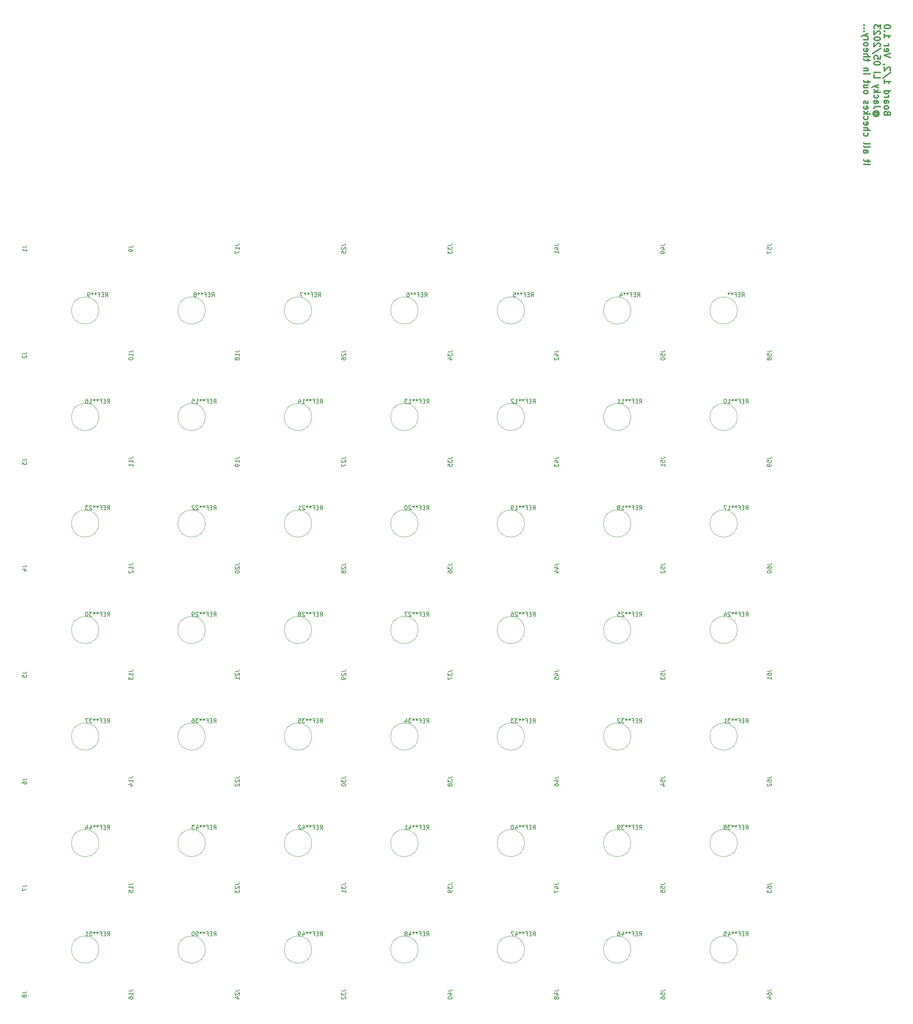
<source format=gbr>
%TF.GenerationSoftware,KiCad,Pcbnew,7.0.2*%
%TF.CreationDate,2023-05-22T19:29:04+02:00*%
%TF.ProjectId,Board1_Pad_PogoPin,426f6172-6431-45f5-9061-645f506f676f,rev?*%
%TF.SameCoordinates,Original*%
%TF.FileFunction,Legend,Bot*%
%TF.FilePolarity,Positive*%
%FSLAX46Y46*%
G04 Gerber Fmt 4.6, Leading zero omitted, Abs format (unit mm)*
G04 Created by KiCad (PCBNEW 7.0.2) date 2023-05-22 19:29:04*
%MOMM*%
%LPD*%
G01*
G04 APERTURE LIST*
%ADD10C,0.300000*%
%ADD11C,0.150000*%
%ADD12C,0.120000*%
G04 APERTURE END LIST*
D10*
X398959285Y-104535712D02*
X398887857Y-104321426D01*
X398887857Y-104321426D02*
X398816428Y-104249997D01*
X398816428Y-104249997D02*
X398673571Y-104178569D01*
X398673571Y-104178569D02*
X398459285Y-104178569D01*
X398459285Y-104178569D02*
X398316428Y-104249997D01*
X398316428Y-104249997D02*
X398245000Y-104321426D01*
X398245000Y-104321426D02*
X398173571Y-104464283D01*
X398173571Y-104464283D02*
X398173571Y-105035712D01*
X398173571Y-105035712D02*
X399673571Y-105035712D01*
X399673571Y-105035712D02*
X399673571Y-104535712D01*
X399673571Y-104535712D02*
X399602142Y-104392855D01*
X399602142Y-104392855D02*
X399530714Y-104321426D01*
X399530714Y-104321426D02*
X399387857Y-104249997D01*
X399387857Y-104249997D02*
X399245000Y-104249997D01*
X399245000Y-104249997D02*
X399102142Y-104321426D01*
X399102142Y-104321426D02*
X399030714Y-104392855D01*
X399030714Y-104392855D02*
X398959285Y-104535712D01*
X398959285Y-104535712D02*
X398959285Y-105035712D01*
X398173571Y-103321426D02*
X398245000Y-103464283D01*
X398245000Y-103464283D02*
X398316428Y-103535712D01*
X398316428Y-103535712D02*
X398459285Y-103607140D01*
X398459285Y-103607140D02*
X398887857Y-103607140D01*
X398887857Y-103607140D02*
X399030714Y-103535712D01*
X399030714Y-103535712D02*
X399102142Y-103464283D01*
X399102142Y-103464283D02*
X399173571Y-103321426D01*
X399173571Y-103321426D02*
X399173571Y-103107140D01*
X399173571Y-103107140D02*
X399102142Y-102964283D01*
X399102142Y-102964283D02*
X399030714Y-102892855D01*
X399030714Y-102892855D02*
X398887857Y-102821426D01*
X398887857Y-102821426D02*
X398459285Y-102821426D01*
X398459285Y-102821426D02*
X398316428Y-102892855D01*
X398316428Y-102892855D02*
X398245000Y-102964283D01*
X398245000Y-102964283D02*
X398173571Y-103107140D01*
X398173571Y-103107140D02*
X398173571Y-103321426D01*
X398173571Y-101535712D02*
X398959285Y-101535712D01*
X398959285Y-101535712D02*
X399102142Y-101607140D01*
X399102142Y-101607140D02*
X399173571Y-101749997D01*
X399173571Y-101749997D02*
X399173571Y-102035712D01*
X399173571Y-102035712D02*
X399102142Y-102178569D01*
X398245000Y-101535712D02*
X398173571Y-101678569D01*
X398173571Y-101678569D02*
X398173571Y-102035712D01*
X398173571Y-102035712D02*
X398245000Y-102178569D01*
X398245000Y-102178569D02*
X398387857Y-102249997D01*
X398387857Y-102249997D02*
X398530714Y-102249997D01*
X398530714Y-102249997D02*
X398673571Y-102178569D01*
X398673571Y-102178569D02*
X398745000Y-102035712D01*
X398745000Y-102035712D02*
X398745000Y-101678569D01*
X398745000Y-101678569D02*
X398816428Y-101535712D01*
X398173571Y-100821426D02*
X399173571Y-100821426D01*
X398887857Y-100821426D02*
X399030714Y-100749997D01*
X399030714Y-100749997D02*
X399102142Y-100678569D01*
X399102142Y-100678569D02*
X399173571Y-100535711D01*
X399173571Y-100535711D02*
X399173571Y-100392854D01*
X398173571Y-99249998D02*
X399673571Y-99249998D01*
X398245000Y-99249998D02*
X398173571Y-99392855D01*
X398173571Y-99392855D02*
X398173571Y-99678569D01*
X398173571Y-99678569D02*
X398245000Y-99821426D01*
X398245000Y-99821426D02*
X398316428Y-99892855D01*
X398316428Y-99892855D02*
X398459285Y-99964283D01*
X398459285Y-99964283D02*
X398887857Y-99964283D01*
X398887857Y-99964283D02*
X399030714Y-99892855D01*
X399030714Y-99892855D02*
X399102142Y-99821426D01*
X399102142Y-99821426D02*
X399173571Y-99678569D01*
X399173571Y-99678569D02*
X399173571Y-99392855D01*
X399173571Y-99392855D02*
X399102142Y-99249998D01*
X398173571Y-96607140D02*
X398173571Y-97464283D01*
X398173571Y-97035712D02*
X399673571Y-97035712D01*
X399673571Y-97035712D02*
X399459285Y-97178569D01*
X399459285Y-97178569D02*
X399316428Y-97321426D01*
X399316428Y-97321426D02*
X399245000Y-97464283D01*
X399745000Y-94892855D02*
X397816428Y-96178569D01*
X399530714Y-94464283D02*
X399602142Y-94392855D01*
X399602142Y-94392855D02*
X399673571Y-94249998D01*
X399673571Y-94249998D02*
X399673571Y-93892855D01*
X399673571Y-93892855D02*
X399602142Y-93749998D01*
X399602142Y-93749998D02*
X399530714Y-93678569D01*
X399530714Y-93678569D02*
X399387857Y-93607140D01*
X399387857Y-93607140D02*
X399245000Y-93607140D01*
X399245000Y-93607140D02*
X399030714Y-93678569D01*
X399030714Y-93678569D02*
X398173571Y-94535712D01*
X398173571Y-94535712D02*
X398173571Y-93607140D01*
X398245000Y-92892855D02*
X398173571Y-92892855D01*
X398173571Y-92892855D02*
X398030714Y-92964284D01*
X398030714Y-92964284D02*
X397959285Y-93035712D01*
X399673571Y-91321426D02*
X398173571Y-90821426D01*
X398173571Y-90821426D02*
X399673571Y-90321426D01*
X398245000Y-89249998D02*
X398173571Y-89392855D01*
X398173571Y-89392855D02*
X398173571Y-89678570D01*
X398173571Y-89678570D02*
X398245000Y-89821427D01*
X398245000Y-89821427D02*
X398387857Y-89892855D01*
X398387857Y-89892855D02*
X398959285Y-89892855D01*
X398959285Y-89892855D02*
X399102142Y-89821427D01*
X399102142Y-89821427D02*
X399173571Y-89678570D01*
X399173571Y-89678570D02*
X399173571Y-89392855D01*
X399173571Y-89392855D02*
X399102142Y-89249998D01*
X399102142Y-89249998D02*
X398959285Y-89178570D01*
X398959285Y-89178570D02*
X398816428Y-89178570D01*
X398816428Y-89178570D02*
X398673571Y-89892855D01*
X398173571Y-88535713D02*
X399173571Y-88535713D01*
X398887857Y-88535713D02*
X399030714Y-88464284D01*
X399030714Y-88464284D02*
X399102142Y-88392856D01*
X399102142Y-88392856D02*
X399173571Y-88249998D01*
X399173571Y-88249998D02*
X399173571Y-88107141D01*
X398173571Y-85678570D02*
X398173571Y-86535713D01*
X398173571Y-86107142D02*
X399673571Y-86107142D01*
X399673571Y-86107142D02*
X399459285Y-86249999D01*
X399459285Y-86249999D02*
X399316428Y-86392856D01*
X399316428Y-86392856D02*
X399245000Y-86535713D01*
X398316428Y-85035714D02*
X398245000Y-84964285D01*
X398245000Y-84964285D02*
X398173571Y-85035714D01*
X398173571Y-85035714D02*
X398245000Y-85107142D01*
X398245000Y-85107142D02*
X398316428Y-85035714D01*
X398316428Y-85035714D02*
X398173571Y-85035714D01*
X399673571Y-84035713D02*
X399673571Y-83892856D01*
X399673571Y-83892856D02*
X399602142Y-83749999D01*
X399602142Y-83749999D02*
X399530714Y-83678571D01*
X399530714Y-83678571D02*
X399387857Y-83607142D01*
X399387857Y-83607142D02*
X399102142Y-83535713D01*
X399102142Y-83535713D02*
X398745000Y-83535713D01*
X398745000Y-83535713D02*
X398459285Y-83607142D01*
X398459285Y-83607142D02*
X398316428Y-83678571D01*
X398316428Y-83678571D02*
X398245000Y-83749999D01*
X398245000Y-83749999D02*
X398173571Y-83892856D01*
X398173571Y-83892856D02*
X398173571Y-84035713D01*
X398173571Y-84035713D02*
X398245000Y-84178571D01*
X398245000Y-84178571D02*
X398316428Y-84249999D01*
X398316428Y-84249999D02*
X398459285Y-84321428D01*
X398459285Y-84321428D02*
X398745000Y-84392856D01*
X398745000Y-84392856D02*
X399102142Y-84392856D01*
X399102142Y-84392856D02*
X399387857Y-84321428D01*
X399387857Y-84321428D02*
X399530714Y-84249999D01*
X399530714Y-84249999D02*
X399602142Y-84178571D01*
X399602142Y-84178571D02*
X399673571Y-84035713D01*
X396457857Y-104392854D02*
X396529285Y-104464283D01*
X396529285Y-104464283D02*
X396600714Y-104607140D01*
X396600714Y-104607140D02*
X396600714Y-104749997D01*
X396600714Y-104749997D02*
X396529285Y-104892854D01*
X396529285Y-104892854D02*
X396457857Y-104964283D01*
X396457857Y-104964283D02*
X396315000Y-105035711D01*
X396315000Y-105035711D02*
X396172142Y-105035711D01*
X396172142Y-105035711D02*
X396029285Y-104964283D01*
X396029285Y-104964283D02*
X395957857Y-104892854D01*
X395957857Y-104892854D02*
X395886428Y-104749997D01*
X395886428Y-104749997D02*
X395886428Y-104607140D01*
X395886428Y-104607140D02*
X395957857Y-104464283D01*
X395957857Y-104464283D02*
X396029285Y-104392854D01*
X396600714Y-104392854D02*
X396029285Y-104392854D01*
X396029285Y-104392854D02*
X395957857Y-104321426D01*
X395957857Y-104321426D02*
X395957857Y-104249997D01*
X395957857Y-104249997D02*
X396029285Y-104107140D01*
X396029285Y-104107140D02*
X396172142Y-104035711D01*
X396172142Y-104035711D02*
X396529285Y-104035711D01*
X396529285Y-104035711D02*
X396743571Y-104178569D01*
X396743571Y-104178569D02*
X396886428Y-104392854D01*
X396886428Y-104392854D02*
X396957857Y-104678569D01*
X396957857Y-104678569D02*
X396886428Y-104964283D01*
X396886428Y-104964283D02*
X396743571Y-105178569D01*
X396743571Y-105178569D02*
X396529285Y-105321426D01*
X396529285Y-105321426D02*
X396243571Y-105392854D01*
X396243571Y-105392854D02*
X395957857Y-105321426D01*
X395957857Y-105321426D02*
X395743571Y-105178569D01*
X395743571Y-105178569D02*
X395600714Y-104964283D01*
X395600714Y-104964283D02*
X395529285Y-104678569D01*
X395529285Y-104678569D02*
X395600714Y-104392854D01*
X395600714Y-104392854D02*
X395743571Y-104178569D01*
X397243571Y-102964283D02*
X396172142Y-102964283D01*
X396172142Y-102964283D02*
X395957857Y-103035712D01*
X395957857Y-103035712D02*
X395815000Y-103178569D01*
X395815000Y-103178569D02*
X395743571Y-103392855D01*
X395743571Y-103392855D02*
X395743571Y-103535712D01*
X395743571Y-101607141D02*
X396529285Y-101607141D01*
X396529285Y-101607141D02*
X396672142Y-101678569D01*
X396672142Y-101678569D02*
X396743571Y-101821426D01*
X396743571Y-101821426D02*
X396743571Y-102107141D01*
X396743571Y-102107141D02*
X396672142Y-102249998D01*
X395815000Y-101607141D02*
X395743571Y-101749998D01*
X395743571Y-101749998D02*
X395743571Y-102107141D01*
X395743571Y-102107141D02*
X395815000Y-102249998D01*
X395815000Y-102249998D02*
X395957857Y-102321426D01*
X395957857Y-102321426D02*
X396100714Y-102321426D01*
X396100714Y-102321426D02*
X396243571Y-102249998D01*
X396243571Y-102249998D02*
X396315000Y-102107141D01*
X396315000Y-102107141D02*
X396315000Y-101749998D01*
X396315000Y-101749998D02*
X396386428Y-101607141D01*
X395815000Y-100249998D02*
X395743571Y-100392855D01*
X395743571Y-100392855D02*
X395743571Y-100678569D01*
X395743571Y-100678569D02*
X395815000Y-100821426D01*
X395815000Y-100821426D02*
X395886428Y-100892855D01*
X395886428Y-100892855D02*
X396029285Y-100964283D01*
X396029285Y-100964283D02*
X396457857Y-100964283D01*
X396457857Y-100964283D02*
X396600714Y-100892855D01*
X396600714Y-100892855D02*
X396672142Y-100821426D01*
X396672142Y-100821426D02*
X396743571Y-100678569D01*
X396743571Y-100678569D02*
X396743571Y-100392855D01*
X396743571Y-100392855D02*
X396672142Y-100249998D01*
X395743571Y-99607141D02*
X397243571Y-99607141D01*
X396315000Y-99464284D02*
X395743571Y-99035712D01*
X396743571Y-99035712D02*
X396172142Y-99607141D01*
X396743571Y-98535712D02*
X395743571Y-98178569D01*
X396743571Y-97821426D02*
X395743571Y-98178569D01*
X395743571Y-98178569D02*
X395386428Y-98321426D01*
X395386428Y-98321426D02*
X395315000Y-98392855D01*
X395315000Y-98392855D02*
X395243571Y-98535712D01*
X395743571Y-95392855D02*
X395743571Y-96107141D01*
X395743571Y-96107141D02*
X397243571Y-96107141D01*
X395743571Y-94892855D02*
X396743571Y-94892855D01*
X397243571Y-94892855D02*
X397172142Y-94964283D01*
X397172142Y-94964283D02*
X397100714Y-94892855D01*
X397100714Y-94892855D02*
X397172142Y-94821426D01*
X397172142Y-94821426D02*
X397243571Y-94892855D01*
X397243571Y-94892855D02*
X397100714Y-94892855D01*
X397243571Y-92749997D02*
X397243571Y-92607140D01*
X397243571Y-92607140D02*
X397172142Y-92464283D01*
X397172142Y-92464283D02*
X397100714Y-92392855D01*
X397100714Y-92392855D02*
X396957857Y-92321426D01*
X396957857Y-92321426D02*
X396672142Y-92249997D01*
X396672142Y-92249997D02*
X396315000Y-92249997D01*
X396315000Y-92249997D02*
X396029285Y-92321426D01*
X396029285Y-92321426D02*
X395886428Y-92392855D01*
X395886428Y-92392855D02*
X395815000Y-92464283D01*
X395815000Y-92464283D02*
X395743571Y-92607140D01*
X395743571Y-92607140D02*
X395743571Y-92749997D01*
X395743571Y-92749997D02*
X395815000Y-92892855D01*
X395815000Y-92892855D02*
X395886428Y-92964283D01*
X395886428Y-92964283D02*
X396029285Y-93035712D01*
X396029285Y-93035712D02*
X396315000Y-93107140D01*
X396315000Y-93107140D02*
X396672142Y-93107140D01*
X396672142Y-93107140D02*
X396957857Y-93035712D01*
X396957857Y-93035712D02*
X397100714Y-92964283D01*
X397100714Y-92964283D02*
X397172142Y-92892855D01*
X397172142Y-92892855D02*
X397243571Y-92749997D01*
X397243571Y-90892855D02*
X397243571Y-91607141D01*
X397243571Y-91607141D02*
X396529285Y-91678569D01*
X396529285Y-91678569D02*
X396600714Y-91607141D01*
X396600714Y-91607141D02*
X396672142Y-91464284D01*
X396672142Y-91464284D02*
X396672142Y-91107141D01*
X396672142Y-91107141D02*
X396600714Y-90964284D01*
X396600714Y-90964284D02*
X396529285Y-90892855D01*
X396529285Y-90892855D02*
X396386428Y-90821426D01*
X396386428Y-90821426D02*
X396029285Y-90821426D01*
X396029285Y-90821426D02*
X395886428Y-90892855D01*
X395886428Y-90892855D02*
X395815000Y-90964284D01*
X395815000Y-90964284D02*
X395743571Y-91107141D01*
X395743571Y-91107141D02*
X395743571Y-91464284D01*
X395743571Y-91464284D02*
X395815000Y-91607141D01*
X395815000Y-91607141D02*
X395886428Y-91678569D01*
X397315000Y-89107141D02*
X395386428Y-90392855D01*
X397100714Y-88678569D02*
X397172142Y-88607141D01*
X397172142Y-88607141D02*
X397243571Y-88464284D01*
X397243571Y-88464284D02*
X397243571Y-88107141D01*
X397243571Y-88107141D02*
X397172142Y-87964284D01*
X397172142Y-87964284D02*
X397100714Y-87892855D01*
X397100714Y-87892855D02*
X396957857Y-87821426D01*
X396957857Y-87821426D02*
X396815000Y-87821426D01*
X396815000Y-87821426D02*
X396600714Y-87892855D01*
X396600714Y-87892855D02*
X395743571Y-88749998D01*
X395743571Y-88749998D02*
X395743571Y-87821426D01*
X397243571Y-86892855D02*
X397243571Y-86749998D01*
X397243571Y-86749998D02*
X397172142Y-86607141D01*
X397172142Y-86607141D02*
X397100714Y-86535713D01*
X397100714Y-86535713D02*
X396957857Y-86464284D01*
X396957857Y-86464284D02*
X396672142Y-86392855D01*
X396672142Y-86392855D02*
X396315000Y-86392855D01*
X396315000Y-86392855D02*
X396029285Y-86464284D01*
X396029285Y-86464284D02*
X395886428Y-86535713D01*
X395886428Y-86535713D02*
X395815000Y-86607141D01*
X395815000Y-86607141D02*
X395743571Y-86749998D01*
X395743571Y-86749998D02*
X395743571Y-86892855D01*
X395743571Y-86892855D02*
X395815000Y-87035713D01*
X395815000Y-87035713D02*
X395886428Y-87107141D01*
X395886428Y-87107141D02*
X396029285Y-87178570D01*
X396029285Y-87178570D02*
X396315000Y-87249998D01*
X396315000Y-87249998D02*
X396672142Y-87249998D01*
X396672142Y-87249998D02*
X396957857Y-87178570D01*
X396957857Y-87178570D02*
X397100714Y-87107141D01*
X397100714Y-87107141D02*
X397172142Y-87035713D01*
X397172142Y-87035713D02*
X397243571Y-86892855D01*
X397100714Y-85821427D02*
X397172142Y-85749999D01*
X397172142Y-85749999D02*
X397243571Y-85607142D01*
X397243571Y-85607142D02*
X397243571Y-85249999D01*
X397243571Y-85249999D02*
X397172142Y-85107142D01*
X397172142Y-85107142D02*
X397100714Y-85035713D01*
X397100714Y-85035713D02*
X396957857Y-84964284D01*
X396957857Y-84964284D02*
X396815000Y-84964284D01*
X396815000Y-84964284D02*
X396600714Y-85035713D01*
X396600714Y-85035713D02*
X395743571Y-85892856D01*
X395743571Y-85892856D02*
X395743571Y-84964284D01*
X397243571Y-84464285D02*
X397243571Y-83535713D01*
X397243571Y-83535713D02*
X396672142Y-84035713D01*
X396672142Y-84035713D02*
X396672142Y-83821428D01*
X396672142Y-83821428D02*
X396600714Y-83678571D01*
X396600714Y-83678571D02*
X396529285Y-83607142D01*
X396529285Y-83607142D02*
X396386428Y-83535713D01*
X396386428Y-83535713D02*
X396029285Y-83535713D01*
X396029285Y-83535713D02*
X395886428Y-83607142D01*
X395886428Y-83607142D02*
X395815000Y-83678571D01*
X395815000Y-83678571D02*
X395743571Y-83821428D01*
X395743571Y-83821428D02*
X395743571Y-84249999D01*
X395743571Y-84249999D02*
X395815000Y-84392856D01*
X395815000Y-84392856D02*
X395886428Y-84464285D01*
X393313571Y-116750000D02*
X394813571Y-116750000D01*
X394313571Y-116249999D02*
X394313571Y-115678571D01*
X394813571Y-116035714D02*
X393527857Y-116035714D01*
X393527857Y-116035714D02*
X393385000Y-115964285D01*
X393385000Y-115964285D02*
X393313571Y-115821428D01*
X393313571Y-115821428D02*
X393313571Y-115678571D01*
X393313571Y-113392857D02*
X394099285Y-113392857D01*
X394099285Y-113392857D02*
X394242142Y-113464285D01*
X394242142Y-113464285D02*
X394313571Y-113607142D01*
X394313571Y-113607142D02*
X394313571Y-113892857D01*
X394313571Y-113892857D02*
X394242142Y-114035714D01*
X393385000Y-113392857D02*
X393313571Y-113535714D01*
X393313571Y-113535714D02*
X393313571Y-113892857D01*
X393313571Y-113892857D02*
X393385000Y-114035714D01*
X393385000Y-114035714D02*
X393527857Y-114107142D01*
X393527857Y-114107142D02*
X393670714Y-114107142D01*
X393670714Y-114107142D02*
X393813571Y-114035714D01*
X393813571Y-114035714D02*
X393885000Y-113892857D01*
X393885000Y-113892857D02*
X393885000Y-113535714D01*
X393885000Y-113535714D02*
X393956428Y-113392857D01*
X393313571Y-112464285D02*
X393385000Y-112607142D01*
X393385000Y-112607142D02*
X393527857Y-112678571D01*
X393527857Y-112678571D02*
X394813571Y-112678571D01*
X393313571Y-111678571D02*
X393385000Y-111821428D01*
X393385000Y-111821428D02*
X393527857Y-111892857D01*
X393527857Y-111892857D02*
X394813571Y-111892857D01*
X393385000Y-109321429D02*
X393313571Y-109464286D01*
X393313571Y-109464286D02*
X393313571Y-109750000D01*
X393313571Y-109750000D02*
X393385000Y-109892857D01*
X393385000Y-109892857D02*
X393456428Y-109964286D01*
X393456428Y-109964286D02*
X393599285Y-110035714D01*
X393599285Y-110035714D02*
X394027857Y-110035714D01*
X394027857Y-110035714D02*
X394170714Y-109964286D01*
X394170714Y-109964286D02*
X394242142Y-109892857D01*
X394242142Y-109892857D02*
X394313571Y-109750000D01*
X394313571Y-109750000D02*
X394313571Y-109464286D01*
X394313571Y-109464286D02*
X394242142Y-109321429D01*
X393313571Y-108678572D02*
X394813571Y-108678572D01*
X393313571Y-108035715D02*
X394099285Y-108035715D01*
X394099285Y-108035715D02*
X394242142Y-108107143D01*
X394242142Y-108107143D02*
X394313571Y-108250000D01*
X394313571Y-108250000D02*
X394313571Y-108464286D01*
X394313571Y-108464286D02*
X394242142Y-108607143D01*
X394242142Y-108607143D02*
X394170714Y-108678572D01*
X393385000Y-106750000D02*
X393313571Y-106892857D01*
X393313571Y-106892857D02*
X393313571Y-107178572D01*
X393313571Y-107178572D02*
X393385000Y-107321429D01*
X393385000Y-107321429D02*
X393527857Y-107392857D01*
X393527857Y-107392857D02*
X394099285Y-107392857D01*
X394099285Y-107392857D02*
X394242142Y-107321429D01*
X394242142Y-107321429D02*
X394313571Y-107178572D01*
X394313571Y-107178572D02*
X394313571Y-106892857D01*
X394313571Y-106892857D02*
X394242142Y-106750000D01*
X394242142Y-106750000D02*
X394099285Y-106678572D01*
X394099285Y-106678572D02*
X393956428Y-106678572D01*
X393956428Y-106678572D02*
X393813571Y-107392857D01*
X393385000Y-105392858D02*
X393313571Y-105535715D01*
X393313571Y-105535715D02*
X393313571Y-105821429D01*
X393313571Y-105821429D02*
X393385000Y-105964286D01*
X393385000Y-105964286D02*
X393456428Y-106035715D01*
X393456428Y-106035715D02*
X393599285Y-106107143D01*
X393599285Y-106107143D02*
X394027857Y-106107143D01*
X394027857Y-106107143D02*
X394170714Y-106035715D01*
X394170714Y-106035715D02*
X394242142Y-105964286D01*
X394242142Y-105964286D02*
X394313571Y-105821429D01*
X394313571Y-105821429D02*
X394313571Y-105535715D01*
X394313571Y-105535715D02*
X394242142Y-105392858D01*
X393313571Y-104750001D02*
X394813571Y-104750001D01*
X393885000Y-104607144D02*
X393313571Y-104178572D01*
X394313571Y-104178572D02*
X393742142Y-104750001D01*
X393385000Y-102964286D02*
X393313571Y-103107143D01*
X393313571Y-103107143D02*
X393313571Y-103392858D01*
X393313571Y-103392858D02*
X393385000Y-103535715D01*
X393385000Y-103535715D02*
X393527857Y-103607143D01*
X393527857Y-103607143D02*
X394099285Y-103607143D01*
X394099285Y-103607143D02*
X394242142Y-103535715D01*
X394242142Y-103535715D02*
X394313571Y-103392858D01*
X394313571Y-103392858D02*
X394313571Y-103107143D01*
X394313571Y-103107143D02*
X394242142Y-102964286D01*
X394242142Y-102964286D02*
X394099285Y-102892858D01*
X394099285Y-102892858D02*
X393956428Y-102892858D01*
X393956428Y-102892858D02*
X393813571Y-103607143D01*
X393385000Y-102321429D02*
X393313571Y-102178572D01*
X393313571Y-102178572D02*
X393313571Y-101892858D01*
X393313571Y-101892858D02*
X393385000Y-101750001D01*
X393385000Y-101750001D02*
X393527857Y-101678572D01*
X393527857Y-101678572D02*
X393599285Y-101678572D01*
X393599285Y-101678572D02*
X393742142Y-101750001D01*
X393742142Y-101750001D02*
X393813571Y-101892858D01*
X393813571Y-101892858D02*
X393813571Y-102107144D01*
X393813571Y-102107144D02*
X393885000Y-102250001D01*
X393885000Y-102250001D02*
X394027857Y-102321429D01*
X394027857Y-102321429D02*
X394099285Y-102321429D01*
X394099285Y-102321429D02*
X394242142Y-102250001D01*
X394242142Y-102250001D02*
X394313571Y-102107144D01*
X394313571Y-102107144D02*
X394313571Y-101892858D01*
X394313571Y-101892858D02*
X394242142Y-101750001D01*
X393313571Y-99678572D02*
X393385000Y-99821429D01*
X393385000Y-99821429D02*
X393456428Y-99892858D01*
X393456428Y-99892858D02*
X393599285Y-99964286D01*
X393599285Y-99964286D02*
X394027857Y-99964286D01*
X394027857Y-99964286D02*
X394170714Y-99892858D01*
X394170714Y-99892858D02*
X394242142Y-99821429D01*
X394242142Y-99821429D02*
X394313571Y-99678572D01*
X394313571Y-99678572D02*
X394313571Y-99464286D01*
X394313571Y-99464286D02*
X394242142Y-99321429D01*
X394242142Y-99321429D02*
X394170714Y-99250001D01*
X394170714Y-99250001D02*
X394027857Y-99178572D01*
X394027857Y-99178572D02*
X393599285Y-99178572D01*
X393599285Y-99178572D02*
X393456428Y-99250001D01*
X393456428Y-99250001D02*
X393385000Y-99321429D01*
X393385000Y-99321429D02*
X393313571Y-99464286D01*
X393313571Y-99464286D02*
X393313571Y-99678572D01*
X394313571Y-97892858D02*
X393313571Y-97892858D01*
X394313571Y-98535715D02*
X393527857Y-98535715D01*
X393527857Y-98535715D02*
X393385000Y-98464286D01*
X393385000Y-98464286D02*
X393313571Y-98321429D01*
X393313571Y-98321429D02*
X393313571Y-98107143D01*
X393313571Y-98107143D02*
X393385000Y-97964286D01*
X393385000Y-97964286D02*
X393456428Y-97892858D01*
X394313571Y-97392857D02*
X394313571Y-96821429D01*
X394813571Y-97178572D02*
X393527857Y-97178572D01*
X393527857Y-97178572D02*
X393385000Y-97107143D01*
X393385000Y-97107143D02*
X393313571Y-96964286D01*
X393313571Y-96964286D02*
X393313571Y-96821429D01*
X393313571Y-95178572D02*
X394313571Y-95178572D01*
X394813571Y-95178572D02*
X394742142Y-95250000D01*
X394742142Y-95250000D02*
X394670714Y-95178572D01*
X394670714Y-95178572D02*
X394742142Y-95107143D01*
X394742142Y-95107143D02*
X394813571Y-95178572D01*
X394813571Y-95178572D02*
X394670714Y-95178572D01*
X394313571Y-94464286D02*
X393313571Y-94464286D01*
X394170714Y-94464286D02*
X394242142Y-94392857D01*
X394242142Y-94392857D02*
X394313571Y-94250000D01*
X394313571Y-94250000D02*
X394313571Y-94035714D01*
X394313571Y-94035714D02*
X394242142Y-93892857D01*
X394242142Y-93892857D02*
X394099285Y-93821429D01*
X394099285Y-93821429D02*
X393313571Y-93821429D01*
X394313571Y-92178571D02*
X394313571Y-91607143D01*
X394813571Y-91964286D02*
X393527857Y-91964286D01*
X393527857Y-91964286D02*
X393385000Y-91892857D01*
X393385000Y-91892857D02*
X393313571Y-91750000D01*
X393313571Y-91750000D02*
X393313571Y-91607143D01*
X393313571Y-91107143D02*
X394813571Y-91107143D01*
X393313571Y-90464286D02*
X394099285Y-90464286D01*
X394099285Y-90464286D02*
X394242142Y-90535714D01*
X394242142Y-90535714D02*
X394313571Y-90678571D01*
X394313571Y-90678571D02*
X394313571Y-90892857D01*
X394313571Y-90892857D02*
X394242142Y-91035714D01*
X394242142Y-91035714D02*
X394170714Y-91107143D01*
X393385000Y-89178571D02*
X393313571Y-89321428D01*
X393313571Y-89321428D02*
X393313571Y-89607143D01*
X393313571Y-89607143D02*
X393385000Y-89750000D01*
X393385000Y-89750000D02*
X393527857Y-89821428D01*
X393527857Y-89821428D02*
X394099285Y-89821428D01*
X394099285Y-89821428D02*
X394242142Y-89750000D01*
X394242142Y-89750000D02*
X394313571Y-89607143D01*
X394313571Y-89607143D02*
X394313571Y-89321428D01*
X394313571Y-89321428D02*
X394242142Y-89178571D01*
X394242142Y-89178571D02*
X394099285Y-89107143D01*
X394099285Y-89107143D02*
X393956428Y-89107143D01*
X393956428Y-89107143D02*
X393813571Y-89821428D01*
X393313571Y-88250000D02*
X393385000Y-88392857D01*
X393385000Y-88392857D02*
X393456428Y-88464286D01*
X393456428Y-88464286D02*
X393599285Y-88535714D01*
X393599285Y-88535714D02*
X394027857Y-88535714D01*
X394027857Y-88535714D02*
X394170714Y-88464286D01*
X394170714Y-88464286D02*
X394242142Y-88392857D01*
X394242142Y-88392857D02*
X394313571Y-88250000D01*
X394313571Y-88250000D02*
X394313571Y-88035714D01*
X394313571Y-88035714D02*
X394242142Y-87892857D01*
X394242142Y-87892857D02*
X394170714Y-87821429D01*
X394170714Y-87821429D02*
X394027857Y-87750000D01*
X394027857Y-87750000D02*
X393599285Y-87750000D01*
X393599285Y-87750000D02*
X393456428Y-87821429D01*
X393456428Y-87821429D02*
X393385000Y-87892857D01*
X393385000Y-87892857D02*
X393313571Y-88035714D01*
X393313571Y-88035714D02*
X393313571Y-88250000D01*
X393313571Y-87107143D02*
X394313571Y-87107143D01*
X394027857Y-87107143D02*
X394170714Y-87035714D01*
X394170714Y-87035714D02*
X394242142Y-86964286D01*
X394242142Y-86964286D02*
X394313571Y-86821428D01*
X394313571Y-86821428D02*
X394313571Y-86678571D01*
X394313571Y-86321429D02*
X393313571Y-85964286D01*
X394313571Y-85607143D02*
X393313571Y-85964286D01*
X393313571Y-85964286D02*
X392956428Y-86107143D01*
X392956428Y-86107143D02*
X392885000Y-86178572D01*
X392885000Y-86178572D02*
X392813571Y-86321429D01*
X393456428Y-85035715D02*
X393385000Y-84964286D01*
X393385000Y-84964286D02*
X393313571Y-85035715D01*
X393313571Y-85035715D02*
X393385000Y-85107143D01*
X393385000Y-85107143D02*
X393456428Y-85035715D01*
X393456428Y-85035715D02*
X393313571Y-85035715D01*
X393456428Y-84321429D02*
X393385000Y-84250000D01*
X393385000Y-84250000D02*
X393313571Y-84321429D01*
X393313571Y-84321429D02*
X393385000Y-84392857D01*
X393385000Y-84392857D02*
X393456428Y-84321429D01*
X393456428Y-84321429D02*
X393313571Y-84321429D01*
X393456428Y-83607143D02*
X393385000Y-83535714D01*
X393385000Y-83535714D02*
X393313571Y-83607143D01*
X393313571Y-83607143D02*
X393385000Y-83678571D01*
X393385000Y-83678571D02*
X393456428Y-83607143D01*
X393456428Y-83607143D02*
X393313571Y-83607143D01*
D11*
%TO.C,REF\u002A\u002A23*%
X212737193Y-199128719D02*
X213070526Y-198652528D01*
X213308621Y-199128719D02*
X213308621Y-198128719D01*
X213308621Y-198128719D02*
X212927669Y-198128719D01*
X212927669Y-198128719D02*
X212832431Y-198176338D01*
X212832431Y-198176338D02*
X212784812Y-198223957D01*
X212784812Y-198223957D02*
X212737193Y-198319195D01*
X212737193Y-198319195D02*
X212737193Y-198462052D01*
X212737193Y-198462052D02*
X212784812Y-198557290D01*
X212784812Y-198557290D02*
X212832431Y-198604909D01*
X212832431Y-198604909D02*
X212927669Y-198652528D01*
X212927669Y-198652528D02*
X213308621Y-198652528D01*
X212308621Y-198604909D02*
X211975288Y-198604909D01*
X211832431Y-199128719D02*
X212308621Y-199128719D01*
X212308621Y-199128719D02*
X212308621Y-198128719D01*
X212308621Y-198128719D02*
X211832431Y-198128719D01*
X211070526Y-198604909D02*
X211403859Y-198604909D01*
X211403859Y-199128719D02*
X211403859Y-198128719D01*
X211403859Y-198128719D02*
X210927669Y-198128719D01*
X210403859Y-198128719D02*
X210403859Y-198366814D01*
X210641954Y-198271576D02*
X210403859Y-198366814D01*
X210403859Y-198366814D02*
X210165764Y-198271576D01*
X210546716Y-198557290D02*
X210403859Y-198366814D01*
X210403859Y-198366814D02*
X210261002Y-198557290D01*
X209641954Y-198128719D02*
X209641954Y-198366814D01*
X209880049Y-198271576D02*
X209641954Y-198366814D01*
X209641954Y-198366814D02*
X209403859Y-198271576D01*
X209784811Y-198557290D02*
X209641954Y-198366814D01*
X209641954Y-198366814D02*
X209499097Y-198557290D01*
X209070525Y-198223957D02*
X209022906Y-198176338D01*
X209022906Y-198176338D02*
X208927668Y-198128719D01*
X208927668Y-198128719D02*
X208689573Y-198128719D01*
X208689573Y-198128719D02*
X208594335Y-198176338D01*
X208594335Y-198176338D02*
X208546716Y-198223957D01*
X208546716Y-198223957D02*
X208499097Y-198319195D01*
X208499097Y-198319195D02*
X208499097Y-198414433D01*
X208499097Y-198414433D02*
X208546716Y-198557290D01*
X208546716Y-198557290D02*
X209118144Y-199128719D01*
X209118144Y-199128719D02*
X208499097Y-199128719D01*
X208165763Y-198128719D02*
X207546716Y-198128719D01*
X207546716Y-198128719D02*
X207880049Y-198509671D01*
X207880049Y-198509671D02*
X207737192Y-198509671D01*
X207737192Y-198509671D02*
X207641954Y-198557290D01*
X207641954Y-198557290D02*
X207594335Y-198604909D01*
X207594335Y-198604909D02*
X207546716Y-198700147D01*
X207546716Y-198700147D02*
X207546716Y-198938242D01*
X207546716Y-198938242D02*
X207594335Y-199033480D01*
X207594335Y-199033480D02*
X207641954Y-199081100D01*
X207641954Y-199081100D02*
X207737192Y-199128719D01*
X207737192Y-199128719D02*
X208022906Y-199128719D01*
X208022906Y-199128719D02*
X208118144Y-199081100D01*
X208118144Y-199081100D02*
X208165763Y-199033480D01*
%TO.C,REF\u002A\u002A45*%
X365137193Y-300728719D02*
X365470526Y-300252528D01*
X365708621Y-300728719D02*
X365708621Y-299728719D01*
X365708621Y-299728719D02*
X365327669Y-299728719D01*
X365327669Y-299728719D02*
X365232431Y-299776338D01*
X365232431Y-299776338D02*
X365184812Y-299823957D01*
X365184812Y-299823957D02*
X365137193Y-299919195D01*
X365137193Y-299919195D02*
X365137193Y-300062052D01*
X365137193Y-300062052D02*
X365184812Y-300157290D01*
X365184812Y-300157290D02*
X365232431Y-300204909D01*
X365232431Y-300204909D02*
X365327669Y-300252528D01*
X365327669Y-300252528D02*
X365708621Y-300252528D01*
X364708621Y-300204909D02*
X364375288Y-300204909D01*
X364232431Y-300728719D02*
X364708621Y-300728719D01*
X364708621Y-300728719D02*
X364708621Y-299728719D01*
X364708621Y-299728719D02*
X364232431Y-299728719D01*
X363470526Y-300204909D02*
X363803859Y-300204909D01*
X363803859Y-300728719D02*
X363803859Y-299728719D01*
X363803859Y-299728719D02*
X363327669Y-299728719D01*
X362803859Y-299728719D02*
X362803859Y-299966814D01*
X363041954Y-299871576D02*
X362803859Y-299966814D01*
X362803859Y-299966814D02*
X362565764Y-299871576D01*
X362946716Y-300157290D02*
X362803859Y-299966814D01*
X362803859Y-299966814D02*
X362661002Y-300157290D01*
X362041954Y-299728719D02*
X362041954Y-299966814D01*
X362280049Y-299871576D02*
X362041954Y-299966814D01*
X362041954Y-299966814D02*
X361803859Y-299871576D01*
X362184811Y-300157290D02*
X362041954Y-299966814D01*
X362041954Y-299966814D02*
X361899097Y-300157290D01*
X360994335Y-300062052D02*
X360994335Y-300728719D01*
X361232430Y-299681100D02*
X361470525Y-300395385D01*
X361470525Y-300395385D02*
X360851478Y-300395385D01*
X359994335Y-299728719D02*
X360470525Y-299728719D01*
X360470525Y-299728719D02*
X360518144Y-300204909D01*
X360518144Y-300204909D02*
X360470525Y-300157290D01*
X360470525Y-300157290D02*
X360375287Y-300109671D01*
X360375287Y-300109671D02*
X360137192Y-300109671D01*
X360137192Y-300109671D02*
X360041954Y-300157290D01*
X360041954Y-300157290D02*
X359994335Y-300204909D01*
X359994335Y-300204909D02*
X359946716Y-300300147D01*
X359946716Y-300300147D02*
X359946716Y-300538242D01*
X359946716Y-300538242D02*
X359994335Y-300633480D01*
X359994335Y-300633480D02*
X360041954Y-300681100D01*
X360041954Y-300681100D02*
X360137192Y-300728719D01*
X360137192Y-300728719D02*
X360375287Y-300728719D01*
X360375287Y-300728719D02*
X360470525Y-300681100D01*
X360470525Y-300681100D02*
X360518144Y-300633480D01*
%TO.C,REF\u002A\u002A21*%
X263537193Y-199128719D02*
X263870526Y-198652528D01*
X264108621Y-199128719D02*
X264108621Y-198128719D01*
X264108621Y-198128719D02*
X263727669Y-198128719D01*
X263727669Y-198128719D02*
X263632431Y-198176338D01*
X263632431Y-198176338D02*
X263584812Y-198223957D01*
X263584812Y-198223957D02*
X263537193Y-198319195D01*
X263537193Y-198319195D02*
X263537193Y-198462052D01*
X263537193Y-198462052D02*
X263584812Y-198557290D01*
X263584812Y-198557290D02*
X263632431Y-198604909D01*
X263632431Y-198604909D02*
X263727669Y-198652528D01*
X263727669Y-198652528D02*
X264108621Y-198652528D01*
X263108621Y-198604909D02*
X262775288Y-198604909D01*
X262632431Y-199128719D02*
X263108621Y-199128719D01*
X263108621Y-199128719D02*
X263108621Y-198128719D01*
X263108621Y-198128719D02*
X262632431Y-198128719D01*
X261870526Y-198604909D02*
X262203859Y-198604909D01*
X262203859Y-199128719D02*
X262203859Y-198128719D01*
X262203859Y-198128719D02*
X261727669Y-198128719D01*
X261203859Y-198128719D02*
X261203859Y-198366814D01*
X261441954Y-198271576D02*
X261203859Y-198366814D01*
X261203859Y-198366814D02*
X260965764Y-198271576D01*
X261346716Y-198557290D02*
X261203859Y-198366814D01*
X261203859Y-198366814D02*
X261061002Y-198557290D01*
X260441954Y-198128719D02*
X260441954Y-198366814D01*
X260680049Y-198271576D02*
X260441954Y-198366814D01*
X260441954Y-198366814D02*
X260203859Y-198271576D01*
X260584811Y-198557290D02*
X260441954Y-198366814D01*
X260441954Y-198366814D02*
X260299097Y-198557290D01*
X259870525Y-198223957D02*
X259822906Y-198176338D01*
X259822906Y-198176338D02*
X259727668Y-198128719D01*
X259727668Y-198128719D02*
X259489573Y-198128719D01*
X259489573Y-198128719D02*
X259394335Y-198176338D01*
X259394335Y-198176338D02*
X259346716Y-198223957D01*
X259346716Y-198223957D02*
X259299097Y-198319195D01*
X259299097Y-198319195D02*
X259299097Y-198414433D01*
X259299097Y-198414433D02*
X259346716Y-198557290D01*
X259346716Y-198557290D02*
X259918144Y-199128719D01*
X259918144Y-199128719D02*
X259299097Y-199128719D01*
X258346716Y-199128719D02*
X258918144Y-199128719D01*
X258632430Y-199128719D02*
X258632430Y-198128719D01*
X258632430Y-198128719D02*
X258727668Y-198271576D01*
X258727668Y-198271576D02*
X258822906Y-198366814D01*
X258822906Y-198366814D02*
X258918144Y-198414433D01*
%TO.C,J27*%
X268636098Y-186874576D02*
X269350383Y-186874576D01*
X269350383Y-186874576D02*
X269493240Y-186826957D01*
X269493240Y-186826957D02*
X269588479Y-186731719D01*
X269588479Y-186731719D02*
X269636098Y-186588862D01*
X269636098Y-186588862D02*
X269636098Y-186493624D01*
X268731336Y-187303148D02*
X268683717Y-187350767D01*
X268683717Y-187350767D02*
X268636098Y-187446005D01*
X268636098Y-187446005D02*
X268636098Y-187684100D01*
X268636098Y-187684100D02*
X268683717Y-187779338D01*
X268683717Y-187779338D02*
X268731336Y-187826957D01*
X268731336Y-187826957D02*
X268826574Y-187874576D01*
X268826574Y-187874576D02*
X268921812Y-187874576D01*
X268921812Y-187874576D02*
X269064669Y-187826957D01*
X269064669Y-187826957D02*
X269636098Y-187255529D01*
X269636098Y-187255529D02*
X269636098Y-187874576D01*
X268636098Y-188207910D02*
X268636098Y-188874576D01*
X268636098Y-188874576D02*
X269636098Y-188446005D01*
%TO.C,J47*%
X319436098Y-288474576D02*
X320150383Y-288474576D01*
X320150383Y-288474576D02*
X320293240Y-288426957D01*
X320293240Y-288426957D02*
X320388479Y-288331719D01*
X320388479Y-288331719D02*
X320436098Y-288188862D01*
X320436098Y-288188862D02*
X320436098Y-288093624D01*
X319769431Y-289379338D02*
X320436098Y-289379338D01*
X319388479Y-289141243D02*
X320102764Y-288903148D01*
X320102764Y-288903148D02*
X320102764Y-289522195D01*
X319436098Y-289807910D02*
X319436098Y-290474576D01*
X319436098Y-290474576D02*
X320436098Y-290046005D01*
%TO.C,REF\u002A\u002A34*%
X288937193Y-249928719D02*
X289270526Y-249452528D01*
X289508621Y-249928719D02*
X289508621Y-248928719D01*
X289508621Y-248928719D02*
X289127669Y-248928719D01*
X289127669Y-248928719D02*
X289032431Y-248976338D01*
X289032431Y-248976338D02*
X288984812Y-249023957D01*
X288984812Y-249023957D02*
X288937193Y-249119195D01*
X288937193Y-249119195D02*
X288937193Y-249262052D01*
X288937193Y-249262052D02*
X288984812Y-249357290D01*
X288984812Y-249357290D02*
X289032431Y-249404909D01*
X289032431Y-249404909D02*
X289127669Y-249452528D01*
X289127669Y-249452528D02*
X289508621Y-249452528D01*
X288508621Y-249404909D02*
X288175288Y-249404909D01*
X288032431Y-249928719D02*
X288508621Y-249928719D01*
X288508621Y-249928719D02*
X288508621Y-248928719D01*
X288508621Y-248928719D02*
X288032431Y-248928719D01*
X287270526Y-249404909D02*
X287603859Y-249404909D01*
X287603859Y-249928719D02*
X287603859Y-248928719D01*
X287603859Y-248928719D02*
X287127669Y-248928719D01*
X286603859Y-248928719D02*
X286603859Y-249166814D01*
X286841954Y-249071576D02*
X286603859Y-249166814D01*
X286603859Y-249166814D02*
X286365764Y-249071576D01*
X286746716Y-249357290D02*
X286603859Y-249166814D01*
X286603859Y-249166814D02*
X286461002Y-249357290D01*
X285841954Y-248928719D02*
X285841954Y-249166814D01*
X286080049Y-249071576D02*
X285841954Y-249166814D01*
X285841954Y-249166814D02*
X285603859Y-249071576D01*
X285984811Y-249357290D02*
X285841954Y-249166814D01*
X285841954Y-249166814D02*
X285699097Y-249357290D01*
X285318144Y-248928719D02*
X284699097Y-248928719D01*
X284699097Y-248928719D02*
X285032430Y-249309671D01*
X285032430Y-249309671D02*
X284889573Y-249309671D01*
X284889573Y-249309671D02*
X284794335Y-249357290D01*
X284794335Y-249357290D02*
X284746716Y-249404909D01*
X284746716Y-249404909D02*
X284699097Y-249500147D01*
X284699097Y-249500147D02*
X284699097Y-249738242D01*
X284699097Y-249738242D02*
X284746716Y-249833480D01*
X284746716Y-249833480D02*
X284794335Y-249881100D01*
X284794335Y-249881100D02*
X284889573Y-249928719D01*
X284889573Y-249928719D02*
X285175287Y-249928719D01*
X285175287Y-249928719D02*
X285270525Y-249881100D01*
X285270525Y-249881100D02*
X285318144Y-249833480D01*
X283841954Y-249262052D02*
X283841954Y-249928719D01*
X284080049Y-248881100D02*
X284318144Y-249595385D01*
X284318144Y-249595385D02*
X283699097Y-249595385D01*
%TO.C,REF\u002A\u002A48*%
X288937193Y-300728719D02*
X289270526Y-300252528D01*
X289508621Y-300728719D02*
X289508621Y-299728719D01*
X289508621Y-299728719D02*
X289127669Y-299728719D01*
X289127669Y-299728719D02*
X289032431Y-299776338D01*
X289032431Y-299776338D02*
X288984812Y-299823957D01*
X288984812Y-299823957D02*
X288937193Y-299919195D01*
X288937193Y-299919195D02*
X288937193Y-300062052D01*
X288937193Y-300062052D02*
X288984812Y-300157290D01*
X288984812Y-300157290D02*
X289032431Y-300204909D01*
X289032431Y-300204909D02*
X289127669Y-300252528D01*
X289127669Y-300252528D02*
X289508621Y-300252528D01*
X288508621Y-300204909D02*
X288175288Y-300204909D01*
X288032431Y-300728719D02*
X288508621Y-300728719D01*
X288508621Y-300728719D02*
X288508621Y-299728719D01*
X288508621Y-299728719D02*
X288032431Y-299728719D01*
X287270526Y-300204909D02*
X287603859Y-300204909D01*
X287603859Y-300728719D02*
X287603859Y-299728719D01*
X287603859Y-299728719D02*
X287127669Y-299728719D01*
X286603859Y-299728719D02*
X286603859Y-299966814D01*
X286841954Y-299871576D02*
X286603859Y-299966814D01*
X286603859Y-299966814D02*
X286365764Y-299871576D01*
X286746716Y-300157290D02*
X286603859Y-299966814D01*
X286603859Y-299966814D02*
X286461002Y-300157290D01*
X285841954Y-299728719D02*
X285841954Y-299966814D01*
X286080049Y-299871576D02*
X285841954Y-299966814D01*
X285841954Y-299966814D02*
X285603859Y-299871576D01*
X285984811Y-300157290D02*
X285841954Y-299966814D01*
X285841954Y-299966814D02*
X285699097Y-300157290D01*
X284794335Y-300062052D02*
X284794335Y-300728719D01*
X285032430Y-299681100D02*
X285270525Y-300395385D01*
X285270525Y-300395385D02*
X284651478Y-300395385D01*
X284127668Y-300157290D02*
X284222906Y-300109671D01*
X284222906Y-300109671D02*
X284270525Y-300062052D01*
X284270525Y-300062052D02*
X284318144Y-299966814D01*
X284318144Y-299966814D02*
X284318144Y-299919195D01*
X284318144Y-299919195D02*
X284270525Y-299823957D01*
X284270525Y-299823957D02*
X284222906Y-299776338D01*
X284222906Y-299776338D02*
X284127668Y-299728719D01*
X284127668Y-299728719D02*
X283937192Y-299728719D01*
X283937192Y-299728719D02*
X283841954Y-299776338D01*
X283841954Y-299776338D02*
X283794335Y-299823957D01*
X283794335Y-299823957D02*
X283746716Y-299919195D01*
X283746716Y-299919195D02*
X283746716Y-299966814D01*
X283746716Y-299966814D02*
X283794335Y-300062052D01*
X283794335Y-300062052D02*
X283841954Y-300109671D01*
X283841954Y-300109671D02*
X283937192Y-300157290D01*
X283937192Y-300157290D02*
X284127668Y-300157290D01*
X284127668Y-300157290D02*
X284222906Y-300204909D01*
X284222906Y-300204909D02*
X284270525Y-300252528D01*
X284270525Y-300252528D02*
X284318144Y-300347766D01*
X284318144Y-300347766D02*
X284318144Y-300538242D01*
X284318144Y-300538242D02*
X284270525Y-300633480D01*
X284270525Y-300633480D02*
X284222906Y-300681100D01*
X284222906Y-300681100D02*
X284127668Y-300728719D01*
X284127668Y-300728719D02*
X283937192Y-300728719D01*
X283937192Y-300728719D02*
X283841954Y-300681100D01*
X283841954Y-300681100D02*
X283794335Y-300633480D01*
X283794335Y-300633480D02*
X283746716Y-300538242D01*
X283746716Y-300538242D02*
X283746716Y-300347766D01*
X283746716Y-300347766D02*
X283794335Y-300252528D01*
X283794335Y-300252528D02*
X283841954Y-300204909D01*
X283841954Y-300204909D02*
X283937192Y-300157290D01*
%TO.C,*%
%TO.C,J10*%
X217836098Y-161474576D02*
X218550383Y-161474576D01*
X218550383Y-161474576D02*
X218693240Y-161426957D01*
X218693240Y-161426957D02*
X218788479Y-161331719D01*
X218788479Y-161331719D02*
X218836098Y-161188862D01*
X218836098Y-161188862D02*
X218836098Y-161093624D01*
X218836098Y-162474576D02*
X218836098Y-161903148D01*
X218836098Y-162188862D02*
X217836098Y-162188862D01*
X217836098Y-162188862D02*
X217978955Y-162093624D01*
X217978955Y-162093624D02*
X218074193Y-161998386D01*
X218074193Y-161998386D02*
X218121812Y-161903148D01*
X217836098Y-163093624D02*
X217836098Y-163188862D01*
X217836098Y-163188862D02*
X217883717Y-163284100D01*
X217883717Y-163284100D02*
X217931336Y-163331719D01*
X217931336Y-163331719D02*
X218026574Y-163379338D01*
X218026574Y-163379338D02*
X218217050Y-163426957D01*
X218217050Y-163426957D02*
X218455145Y-163426957D01*
X218455145Y-163426957D02*
X218645621Y-163379338D01*
X218645621Y-163379338D02*
X218740859Y-163331719D01*
X218740859Y-163331719D02*
X218788479Y-163284100D01*
X218788479Y-163284100D02*
X218836098Y-163188862D01*
X218836098Y-163188862D02*
X218836098Y-163093624D01*
X218836098Y-163093624D02*
X218788479Y-162998386D01*
X218788479Y-162998386D02*
X218740859Y-162950767D01*
X218740859Y-162950767D02*
X218645621Y-162903148D01*
X218645621Y-162903148D02*
X218455145Y-162855529D01*
X218455145Y-162855529D02*
X218217050Y-162855529D01*
X218217050Y-162855529D02*
X218026574Y-162903148D01*
X218026574Y-162903148D02*
X217931336Y-162950767D01*
X217931336Y-162950767D02*
X217883717Y-162998386D01*
X217883717Y-162998386D02*
X217836098Y-163093624D01*
%TO.C,J41*%
X319436098Y-136074576D02*
X320150383Y-136074576D01*
X320150383Y-136074576D02*
X320293240Y-136026957D01*
X320293240Y-136026957D02*
X320388479Y-135931719D01*
X320388479Y-135931719D02*
X320436098Y-135788862D01*
X320436098Y-135788862D02*
X320436098Y-135693624D01*
X319769431Y-136979338D02*
X320436098Y-136979338D01*
X319388479Y-136741243D02*
X320102764Y-136503148D01*
X320102764Y-136503148D02*
X320102764Y-137122195D01*
X320436098Y-138026957D02*
X320436098Y-137455529D01*
X320436098Y-137741243D02*
X319436098Y-137741243D01*
X319436098Y-137741243D02*
X319578955Y-137646005D01*
X319578955Y-137646005D02*
X319674193Y-137550767D01*
X319674193Y-137550767D02*
X319721812Y-137455529D01*
%TO.C,J15*%
X217836098Y-288474576D02*
X218550383Y-288474576D01*
X218550383Y-288474576D02*
X218693240Y-288426957D01*
X218693240Y-288426957D02*
X218788479Y-288331719D01*
X218788479Y-288331719D02*
X218836098Y-288188862D01*
X218836098Y-288188862D02*
X218836098Y-288093624D01*
X218836098Y-289474576D02*
X218836098Y-288903148D01*
X218836098Y-289188862D02*
X217836098Y-289188862D01*
X217836098Y-289188862D02*
X217978955Y-289093624D01*
X217978955Y-289093624D02*
X218074193Y-288998386D01*
X218074193Y-288998386D02*
X218121812Y-288903148D01*
X217836098Y-290379338D02*
X217836098Y-289903148D01*
X217836098Y-289903148D02*
X218312288Y-289855529D01*
X218312288Y-289855529D02*
X218264669Y-289903148D01*
X218264669Y-289903148D02*
X218217050Y-289998386D01*
X218217050Y-289998386D02*
X218217050Y-290236481D01*
X218217050Y-290236481D02*
X218264669Y-290331719D01*
X218264669Y-290331719D02*
X218312288Y-290379338D01*
X218312288Y-290379338D02*
X218407526Y-290426957D01*
X218407526Y-290426957D02*
X218645621Y-290426957D01*
X218645621Y-290426957D02*
X218740859Y-290379338D01*
X218740859Y-290379338D02*
X218788479Y-290331719D01*
X218788479Y-290331719D02*
X218836098Y-290236481D01*
X218836098Y-290236481D02*
X218836098Y-289998386D01*
X218836098Y-289998386D02*
X218788479Y-289903148D01*
X218788479Y-289903148D02*
X218740859Y-289855529D01*
%TO.C,J4*%
X192436098Y-212750766D02*
X193150383Y-212750766D01*
X193150383Y-212750766D02*
X193293240Y-212703147D01*
X193293240Y-212703147D02*
X193388479Y-212607909D01*
X193388479Y-212607909D02*
X193436098Y-212465052D01*
X193436098Y-212465052D02*
X193436098Y-212369814D01*
X192769431Y-213655528D02*
X193436098Y-213655528D01*
X192388479Y-213417433D02*
X193102764Y-213179338D01*
X193102764Y-213179338D02*
X193102764Y-213798385D01*
%TO.C,J38*%
X294036098Y-263074576D02*
X294750383Y-263074576D01*
X294750383Y-263074576D02*
X294893240Y-263026957D01*
X294893240Y-263026957D02*
X294988479Y-262931719D01*
X294988479Y-262931719D02*
X295036098Y-262788862D01*
X295036098Y-262788862D02*
X295036098Y-262693624D01*
X294036098Y-263455529D02*
X294036098Y-264074576D01*
X294036098Y-264074576D02*
X294417050Y-263741243D01*
X294417050Y-263741243D02*
X294417050Y-263884100D01*
X294417050Y-263884100D02*
X294464669Y-263979338D01*
X294464669Y-263979338D02*
X294512288Y-264026957D01*
X294512288Y-264026957D02*
X294607526Y-264074576D01*
X294607526Y-264074576D02*
X294845621Y-264074576D01*
X294845621Y-264074576D02*
X294940859Y-264026957D01*
X294940859Y-264026957D02*
X294988479Y-263979338D01*
X294988479Y-263979338D02*
X295036098Y-263884100D01*
X295036098Y-263884100D02*
X295036098Y-263598386D01*
X295036098Y-263598386D02*
X294988479Y-263503148D01*
X294988479Y-263503148D02*
X294940859Y-263455529D01*
X294464669Y-264646005D02*
X294417050Y-264550767D01*
X294417050Y-264550767D02*
X294369431Y-264503148D01*
X294369431Y-264503148D02*
X294274193Y-264455529D01*
X294274193Y-264455529D02*
X294226574Y-264455529D01*
X294226574Y-264455529D02*
X294131336Y-264503148D01*
X294131336Y-264503148D02*
X294083717Y-264550767D01*
X294083717Y-264550767D02*
X294036098Y-264646005D01*
X294036098Y-264646005D02*
X294036098Y-264836481D01*
X294036098Y-264836481D02*
X294083717Y-264931719D01*
X294083717Y-264931719D02*
X294131336Y-264979338D01*
X294131336Y-264979338D02*
X294226574Y-265026957D01*
X294226574Y-265026957D02*
X294274193Y-265026957D01*
X294274193Y-265026957D02*
X294369431Y-264979338D01*
X294369431Y-264979338D02*
X294417050Y-264931719D01*
X294417050Y-264931719D02*
X294464669Y-264836481D01*
X294464669Y-264836481D02*
X294464669Y-264646005D01*
X294464669Y-264646005D02*
X294512288Y-264550767D01*
X294512288Y-264550767D02*
X294559907Y-264503148D01*
X294559907Y-264503148D02*
X294655145Y-264455529D01*
X294655145Y-264455529D02*
X294845621Y-264455529D01*
X294845621Y-264455529D02*
X294940859Y-264503148D01*
X294940859Y-264503148D02*
X294988479Y-264550767D01*
X294988479Y-264550767D02*
X295036098Y-264646005D01*
X295036098Y-264646005D02*
X295036098Y-264836481D01*
X295036098Y-264836481D02*
X294988479Y-264931719D01*
X294988479Y-264931719D02*
X294940859Y-264979338D01*
X294940859Y-264979338D02*
X294845621Y-265026957D01*
X294845621Y-265026957D02*
X294655145Y-265026957D01*
X294655145Y-265026957D02*
X294559907Y-264979338D01*
X294559907Y-264979338D02*
X294512288Y-264931719D01*
X294512288Y-264931719D02*
X294464669Y-264836481D01*
%TO.C,J28*%
X268636098Y-212274576D02*
X269350383Y-212274576D01*
X269350383Y-212274576D02*
X269493240Y-212226957D01*
X269493240Y-212226957D02*
X269588479Y-212131719D01*
X269588479Y-212131719D02*
X269636098Y-211988862D01*
X269636098Y-211988862D02*
X269636098Y-211893624D01*
X268731336Y-212703148D02*
X268683717Y-212750767D01*
X268683717Y-212750767D02*
X268636098Y-212846005D01*
X268636098Y-212846005D02*
X268636098Y-213084100D01*
X268636098Y-213084100D02*
X268683717Y-213179338D01*
X268683717Y-213179338D02*
X268731336Y-213226957D01*
X268731336Y-213226957D02*
X268826574Y-213274576D01*
X268826574Y-213274576D02*
X268921812Y-213274576D01*
X268921812Y-213274576D02*
X269064669Y-213226957D01*
X269064669Y-213226957D02*
X269636098Y-212655529D01*
X269636098Y-212655529D02*
X269636098Y-213274576D01*
X269064669Y-213846005D02*
X269017050Y-213750767D01*
X269017050Y-213750767D02*
X268969431Y-213703148D01*
X268969431Y-213703148D02*
X268874193Y-213655529D01*
X268874193Y-213655529D02*
X268826574Y-213655529D01*
X268826574Y-213655529D02*
X268731336Y-213703148D01*
X268731336Y-213703148D02*
X268683717Y-213750767D01*
X268683717Y-213750767D02*
X268636098Y-213846005D01*
X268636098Y-213846005D02*
X268636098Y-214036481D01*
X268636098Y-214036481D02*
X268683717Y-214131719D01*
X268683717Y-214131719D02*
X268731336Y-214179338D01*
X268731336Y-214179338D02*
X268826574Y-214226957D01*
X268826574Y-214226957D02*
X268874193Y-214226957D01*
X268874193Y-214226957D02*
X268969431Y-214179338D01*
X268969431Y-214179338D02*
X269017050Y-214131719D01*
X269017050Y-214131719D02*
X269064669Y-214036481D01*
X269064669Y-214036481D02*
X269064669Y-213846005D01*
X269064669Y-213846005D02*
X269112288Y-213750767D01*
X269112288Y-213750767D02*
X269159907Y-213703148D01*
X269159907Y-213703148D02*
X269255145Y-213655529D01*
X269255145Y-213655529D02*
X269445621Y-213655529D01*
X269445621Y-213655529D02*
X269540859Y-213703148D01*
X269540859Y-213703148D02*
X269588479Y-213750767D01*
X269588479Y-213750767D02*
X269636098Y-213846005D01*
X269636098Y-213846005D02*
X269636098Y-214036481D01*
X269636098Y-214036481D02*
X269588479Y-214131719D01*
X269588479Y-214131719D02*
X269540859Y-214179338D01*
X269540859Y-214179338D02*
X269445621Y-214226957D01*
X269445621Y-214226957D02*
X269255145Y-214226957D01*
X269255145Y-214226957D02*
X269159907Y-214179338D01*
X269159907Y-214179338D02*
X269112288Y-214131719D01*
X269112288Y-214131719D02*
X269064669Y-214036481D01*
%TO.C,*%
%TO.C,REF\u002A\u002A27*%
X288937193Y-224528719D02*
X289270526Y-224052528D01*
X289508621Y-224528719D02*
X289508621Y-223528719D01*
X289508621Y-223528719D02*
X289127669Y-223528719D01*
X289127669Y-223528719D02*
X289032431Y-223576338D01*
X289032431Y-223576338D02*
X288984812Y-223623957D01*
X288984812Y-223623957D02*
X288937193Y-223719195D01*
X288937193Y-223719195D02*
X288937193Y-223862052D01*
X288937193Y-223862052D02*
X288984812Y-223957290D01*
X288984812Y-223957290D02*
X289032431Y-224004909D01*
X289032431Y-224004909D02*
X289127669Y-224052528D01*
X289127669Y-224052528D02*
X289508621Y-224052528D01*
X288508621Y-224004909D02*
X288175288Y-224004909D01*
X288032431Y-224528719D02*
X288508621Y-224528719D01*
X288508621Y-224528719D02*
X288508621Y-223528719D01*
X288508621Y-223528719D02*
X288032431Y-223528719D01*
X287270526Y-224004909D02*
X287603859Y-224004909D01*
X287603859Y-224528719D02*
X287603859Y-223528719D01*
X287603859Y-223528719D02*
X287127669Y-223528719D01*
X286603859Y-223528719D02*
X286603859Y-223766814D01*
X286841954Y-223671576D02*
X286603859Y-223766814D01*
X286603859Y-223766814D02*
X286365764Y-223671576D01*
X286746716Y-223957290D02*
X286603859Y-223766814D01*
X286603859Y-223766814D02*
X286461002Y-223957290D01*
X285841954Y-223528719D02*
X285841954Y-223766814D01*
X286080049Y-223671576D02*
X285841954Y-223766814D01*
X285841954Y-223766814D02*
X285603859Y-223671576D01*
X285984811Y-223957290D02*
X285841954Y-223766814D01*
X285841954Y-223766814D02*
X285699097Y-223957290D01*
X285270525Y-223623957D02*
X285222906Y-223576338D01*
X285222906Y-223576338D02*
X285127668Y-223528719D01*
X285127668Y-223528719D02*
X284889573Y-223528719D01*
X284889573Y-223528719D02*
X284794335Y-223576338D01*
X284794335Y-223576338D02*
X284746716Y-223623957D01*
X284746716Y-223623957D02*
X284699097Y-223719195D01*
X284699097Y-223719195D02*
X284699097Y-223814433D01*
X284699097Y-223814433D02*
X284746716Y-223957290D01*
X284746716Y-223957290D02*
X285318144Y-224528719D01*
X285318144Y-224528719D02*
X284699097Y-224528719D01*
X284365763Y-223528719D02*
X283699097Y-223528719D01*
X283699097Y-223528719D02*
X284127668Y-224528719D01*
%TO.C,REF\u002A\u002A35*%
X263537193Y-249928719D02*
X263870526Y-249452528D01*
X264108621Y-249928719D02*
X264108621Y-248928719D01*
X264108621Y-248928719D02*
X263727669Y-248928719D01*
X263727669Y-248928719D02*
X263632431Y-248976338D01*
X263632431Y-248976338D02*
X263584812Y-249023957D01*
X263584812Y-249023957D02*
X263537193Y-249119195D01*
X263537193Y-249119195D02*
X263537193Y-249262052D01*
X263537193Y-249262052D02*
X263584812Y-249357290D01*
X263584812Y-249357290D02*
X263632431Y-249404909D01*
X263632431Y-249404909D02*
X263727669Y-249452528D01*
X263727669Y-249452528D02*
X264108621Y-249452528D01*
X263108621Y-249404909D02*
X262775288Y-249404909D01*
X262632431Y-249928719D02*
X263108621Y-249928719D01*
X263108621Y-249928719D02*
X263108621Y-248928719D01*
X263108621Y-248928719D02*
X262632431Y-248928719D01*
X261870526Y-249404909D02*
X262203859Y-249404909D01*
X262203859Y-249928719D02*
X262203859Y-248928719D01*
X262203859Y-248928719D02*
X261727669Y-248928719D01*
X261203859Y-248928719D02*
X261203859Y-249166814D01*
X261441954Y-249071576D02*
X261203859Y-249166814D01*
X261203859Y-249166814D02*
X260965764Y-249071576D01*
X261346716Y-249357290D02*
X261203859Y-249166814D01*
X261203859Y-249166814D02*
X261061002Y-249357290D01*
X260441954Y-248928719D02*
X260441954Y-249166814D01*
X260680049Y-249071576D02*
X260441954Y-249166814D01*
X260441954Y-249166814D02*
X260203859Y-249071576D01*
X260584811Y-249357290D02*
X260441954Y-249166814D01*
X260441954Y-249166814D02*
X260299097Y-249357290D01*
X259918144Y-248928719D02*
X259299097Y-248928719D01*
X259299097Y-248928719D02*
X259632430Y-249309671D01*
X259632430Y-249309671D02*
X259489573Y-249309671D01*
X259489573Y-249309671D02*
X259394335Y-249357290D01*
X259394335Y-249357290D02*
X259346716Y-249404909D01*
X259346716Y-249404909D02*
X259299097Y-249500147D01*
X259299097Y-249500147D02*
X259299097Y-249738242D01*
X259299097Y-249738242D02*
X259346716Y-249833480D01*
X259346716Y-249833480D02*
X259394335Y-249881100D01*
X259394335Y-249881100D02*
X259489573Y-249928719D01*
X259489573Y-249928719D02*
X259775287Y-249928719D01*
X259775287Y-249928719D02*
X259870525Y-249881100D01*
X259870525Y-249881100D02*
X259918144Y-249833480D01*
X258394335Y-248928719D02*
X258870525Y-248928719D01*
X258870525Y-248928719D02*
X258918144Y-249404909D01*
X258918144Y-249404909D02*
X258870525Y-249357290D01*
X258870525Y-249357290D02*
X258775287Y-249309671D01*
X258775287Y-249309671D02*
X258537192Y-249309671D01*
X258537192Y-249309671D02*
X258441954Y-249357290D01*
X258441954Y-249357290D02*
X258394335Y-249404909D01*
X258394335Y-249404909D02*
X258346716Y-249500147D01*
X258346716Y-249500147D02*
X258346716Y-249738242D01*
X258346716Y-249738242D02*
X258394335Y-249833480D01*
X258394335Y-249833480D02*
X258441954Y-249881100D01*
X258441954Y-249881100D02*
X258537192Y-249928719D01*
X258537192Y-249928719D02*
X258775287Y-249928719D01*
X258775287Y-249928719D02*
X258870525Y-249881100D01*
X258870525Y-249881100D02*
X258918144Y-249833480D01*
%TO.C,REF\u002A\u002A19*%
X314337193Y-199128719D02*
X314670526Y-198652528D01*
X314908621Y-199128719D02*
X314908621Y-198128719D01*
X314908621Y-198128719D02*
X314527669Y-198128719D01*
X314527669Y-198128719D02*
X314432431Y-198176338D01*
X314432431Y-198176338D02*
X314384812Y-198223957D01*
X314384812Y-198223957D02*
X314337193Y-198319195D01*
X314337193Y-198319195D02*
X314337193Y-198462052D01*
X314337193Y-198462052D02*
X314384812Y-198557290D01*
X314384812Y-198557290D02*
X314432431Y-198604909D01*
X314432431Y-198604909D02*
X314527669Y-198652528D01*
X314527669Y-198652528D02*
X314908621Y-198652528D01*
X313908621Y-198604909D02*
X313575288Y-198604909D01*
X313432431Y-199128719D02*
X313908621Y-199128719D01*
X313908621Y-199128719D02*
X313908621Y-198128719D01*
X313908621Y-198128719D02*
X313432431Y-198128719D01*
X312670526Y-198604909D02*
X313003859Y-198604909D01*
X313003859Y-199128719D02*
X313003859Y-198128719D01*
X313003859Y-198128719D02*
X312527669Y-198128719D01*
X312003859Y-198128719D02*
X312003859Y-198366814D01*
X312241954Y-198271576D02*
X312003859Y-198366814D01*
X312003859Y-198366814D02*
X311765764Y-198271576D01*
X312146716Y-198557290D02*
X312003859Y-198366814D01*
X312003859Y-198366814D02*
X311861002Y-198557290D01*
X311241954Y-198128719D02*
X311241954Y-198366814D01*
X311480049Y-198271576D02*
X311241954Y-198366814D01*
X311241954Y-198366814D02*
X311003859Y-198271576D01*
X311384811Y-198557290D02*
X311241954Y-198366814D01*
X311241954Y-198366814D02*
X311099097Y-198557290D01*
X310099097Y-199128719D02*
X310670525Y-199128719D01*
X310384811Y-199128719D02*
X310384811Y-198128719D01*
X310384811Y-198128719D02*
X310480049Y-198271576D01*
X310480049Y-198271576D02*
X310575287Y-198366814D01*
X310575287Y-198366814D02*
X310670525Y-198414433D01*
X309622906Y-199128719D02*
X309432430Y-199128719D01*
X309432430Y-199128719D02*
X309337192Y-199081100D01*
X309337192Y-199081100D02*
X309289573Y-199033480D01*
X309289573Y-199033480D02*
X309194335Y-198890623D01*
X309194335Y-198890623D02*
X309146716Y-198700147D01*
X309146716Y-198700147D02*
X309146716Y-198319195D01*
X309146716Y-198319195D02*
X309194335Y-198223957D01*
X309194335Y-198223957D02*
X309241954Y-198176338D01*
X309241954Y-198176338D02*
X309337192Y-198128719D01*
X309337192Y-198128719D02*
X309527668Y-198128719D01*
X309527668Y-198128719D02*
X309622906Y-198176338D01*
X309622906Y-198176338D02*
X309670525Y-198223957D01*
X309670525Y-198223957D02*
X309718144Y-198319195D01*
X309718144Y-198319195D02*
X309718144Y-198557290D01*
X309718144Y-198557290D02*
X309670525Y-198652528D01*
X309670525Y-198652528D02*
X309622906Y-198700147D01*
X309622906Y-198700147D02*
X309527668Y-198747766D01*
X309527668Y-198747766D02*
X309337192Y-198747766D01*
X309337192Y-198747766D02*
X309241954Y-198700147D01*
X309241954Y-198700147D02*
X309194335Y-198652528D01*
X309194335Y-198652528D02*
X309146716Y-198557290D01*
%TO.C,*%
%TO.C,J22*%
X243236098Y-263074576D02*
X243950383Y-263074576D01*
X243950383Y-263074576D02*
X244093240Y-263026957D01*
X244093240Y-263026957D02*
X244188479Y-262931719D01*
X244188479Y-262931719D02*
X244236098Y-262788862D01*
X244236098Y-262788862D02*
X244236098Y-262693624D01*
X243331336Y-263503148D02*
X243283717Y-263550767D01*
X243283717Y-263550767D02*
X243236098Y-263646005D01*
X243236098Y-263646005D02*
X243236098Y-263884100D01*
X243236098Y-263884100D02*
X243283717Y-263979338D01*
X243283717Y-263979338D02*
X243331336Y-264026957D01*
X243331336Y-264026957D02*
X243426574Y-264074576D01*
X243426574Y-264074576D02*
X243521812Y-264074576D01*
X243521812Y-264074576D02*
X243664669Y-264026957D01*
X243664669Y-264026957D02*
X244236098Y-263455529D01*
X244236098Y-263455529D02*
X244236098Y-264074576D01*
X243331336Y-264455529D02*
X243283717Y-264503148D01*
X243283717Y-264503148D02*
X243236098Y-264598386D01*
X243236098Y-264598386D02*
X243236098Y-264836481D01*
X243236098Y-264836481D02*
X243283717Y-264931719D01*
X243283717Y-264931719D02*
X243331336Y-264979338D01*
X243331336Y-264979338D02*
X243426574Y-265026957D01*
X243426574Y-265026957D02*
X243521812Y-265026957D01*
X243521812Y-265026957D02*
X243664669Y-264979338D01*
X243664669Y-264979338D02*
X244236098Y-264407910D01*
X244236098Y-264407910D02*
X244236098Y-265026957D01*
%TO.C,J45*%
X319436098Y-237674576D02*
X320150383Y-237674576D01*
X320150383Y-237674576D02*
X320293240Y-237626957D01*
X320293240Y-237626957D02*
X320388479Y-237531719D01*
X320388479Y-237531719D02*
X320436098Y-237388862D01*
X320436098Y-237388862D02*
X320436098Y-237293624D01*
X319769431Y-238579338D02*
X320436098Y-238579338D01*
X319388479Y-238341243D02*
X320102764Y-238103148D01*
X320102764Y-238103148D02*
X320102764Y-238722195D01*
X319436098Y-239579338D02*
X319436098Y-239103148D01*
X319436098Y-239103148D02*
X319912288Y-239055529D01*
X319912288Y-239055529D02*
X319864669Y-239103148D01*
X319864669Y-239103148D02*
X319817050Y-239198386D01*
X319817050Y-239198386D02*
X319817050Y-239436481D01*
X319817050Y-239436481D02*
X319864669Y-239531719D01*
X319864669Y-239531719D02*
X319912288Y-239579338D01*
X319912288Y-239579338D02*
X320007526Y-239626957D01*
X320007526Y-239626957D02*
X320245621Y-239626957D01*
X320245621Y-239626957D02*
X320340859Y-239579338D01*
X320340859Y-239579338D02*
X320388479Y-239531719D01*
X320388479Y-239531719D02*
X320436098Y-239436481D01*
X320436098Y-239436481D02*
X320436098Y-239198386D01*
X320436098Y-239198386D02*
X320388479Y-239103148D01*
X320388479Y-239103148D02*
X320340859Y-239055529D01*
%TO.C,*%
%TO.C,J12*%
X217836098Y-212274576D02*
X218550383Y-212274576D01*
X218550383Y-212274576D02*
X218693240Y-212226957D01*
X218693240Y-212226957D02*
X218788479Y-212131719D01*
X218788479Y-212131719D02*
X218836098Y-211988862D01*
X218836098Y-211988862D02*
X218836098Y-211893624D01*
X218836098Y-213274576D02*
X218836098Y-212703148D01*
X218836098Y-212988862D02*
X217836098Y-212988862D01*
X217836098Y-212988862D02*
X217978955Y-212893624D01*
X217978955Y-212893624D02*
X218074193Y-212798386D01*
X218074193Y-212798386D02*
X218121812Y-212703148D01*
X217931336Y-213655529D02*
X217883717Y-213703148D01*
X217883717Y-213703148D02*
X217836098Y-213798386D01*
X217836098Y-213798386D02*
X217836098Y-214036481D01*
X217836098Y-214036481D02*
X217883717Y-214131719D01*
X217883717Y-214131719D02*
X217931336Y-214179338D01*
X217931336Y-214179338D02*
X218026574Y-214226957D01*
X218026574Y-214226957D02*
X218121812Y-214226957D01*
X218121812Y-214226957D02*
X218264669Y-214179338D01*
X218264669Y-214179338D02*
X218836098Y-213607910D01*
X218836098Y-213607910D02*
X218836098Y-214226957D01*
%TO.C,REF\u002A\u002A7*%
X263061003Y-148328719D02*
X263394336Y-147852528D01*
X263632431Y-148328719D02*
X263632431Y-147328719D01*
X263632431Y-147328719D02*
X263251479Y-147328719D01*
X263251479Y-147328719D02*
X263156241Y-147376338D01*
X263156241Y-147376338D02*
X263108622Y-147423957D01*
X263108622Y-147423957D02*
X263061003Y-147519195D01*
X263061003Y-147519195D02*
X263061003Y-147662052D01*
X263061003Y-147662052D02*
X263108622Y-147757290D01*
X263108622Y-147757290D02*
X263156241Y-147804909D01*
X263156241Y-147804909D02*
X263251479Y-147852528D01*
X263251479Y-147852528D02*
X263632431Y-147852528D01*
X262632431Y-147804909D02*
X262299098Y-147804909D01*
X262156241Y-148328719D02*
X262632431Y-148328719D01*
X262632431Y-148328719D02*
X262632431Y-147328719D01*
X262632431Y-147328719D02*
X262156241Y-147328719D01*
X261394336Y-147804909D02*
X261727669Y-147804909D01*
X261727669Y-148328719D02*
X261727669Y-147328719D01*
X261727669Y-147328719D02*
X261251479Y-147328719D01*
X260727669Y-147328719D02*
X260727669Y-147566814D01*
X260965764Y-147471576D02*
X260727669Y-147566814D01*
X260727669Y-147566814D02*
X260489574Y-147471576D01*
X260870526Y-147757290D02*
X260727669Y-147566814D01*
X260727669Y-147566814D02*
X260584812Y-147757290D01*
X259965764Y-147328719D02*
X259965764Y-147566814D01*
X260203859Y-147471576D02*
X259965764Y-147566814D01*
X259965764Y-147566814D02*
X259727669Y-147471576D01*
X260108621Y-147757290D02*
X259965764Y-147566814D01*
X259965764Y-147566814D02*
X259822907Y-147757290D01*
X259441954Y-147328719D02*
X258775288Y-147328719D01*
X258775288Y-147328719D02*
X259203859Y-148328719D01*
%TO.C,J25*%
X268636098Y-136074576D02*
X269350383Y-136074576D01*
X269350383Y-136074576D02*
X269493240Y-136026957D01*
X269493240Y-136026957D02*
X269588479Y-135931719D01*
X269588479Y-135931719D02*
X269636098Y-135788862D01*
X269636098Y-135788862D02*
X269636098Y-135693624D01*
X268731336Y-136503148D02*
X268683717Y-136550767D01*
X268683717Y-136550767D02*
X268636098Y-136646005D01*
X268636098Y-136646005D02*
X268636098Y-136884100D01*
X268636098Y-136884100D02*
X268683717Y-136979338D01*
X268683717Y-136979338D02*
X268731336Y-137026957D01*
X268731336Y-137026957D02*
X268826574Y-137074576D01*
X268826574Y-137074576D02*
X268921812Y-137074576D01*
X268921812Y-137074576D02*
X269064669Y-137026957D01*
X269064669Y-137026957D02*
X269636098Y-136455529D01*
X269636098Y-136455529D02*
X269636098Y-137074576D01*
X268636098Y-137979338D02*
X268636098Y-137503148D01*
X268636098Y-137503148D02*
X269112288Y-137455529D01*
X269112288Y-137455529D02*
X269064669Y-137503148D01*
X269064669Y-137503148D02*
X269017050Y-137598386D01*
X269017050Y-137598386D02*
X269017050Y-137836481D01*
X269017050Y-137836481D02*
X269064669Y-137931719D01*
X269064669Y-137931719D02*
X269112288Y-137979338D01*
X269112288Y-137979338D02*
X269207526Y-138026957D01*
X269207526Y-138026957D02*
X269445621Y-138026957D01*
X269445621Y-138026957D02*
X269540859Y-137979338D01*
X269540859Y-137979338D02*
X269588479Y-137931719D01*
X269588479Y-137931719D02*
X269636098Y-137836481D01*
X269636098Y-137836481D02*
X269636098Y-137598386D01*
X269636098Y-137598386D02*
X269588479Y-137503148D01*
X269588479Y-137503148D02*
X269540859Y-137455529D01*
%TO.C,REF\u002A\u002A22*%
X238137193Y-199128719D02*
X238470526Y-198652528D01*
X238708621Y-199128719D02*
X238708621Y-198128719D01*
X238708621Y-198128719D02*
X238327669Y-198128719D01*
X238327669Y-198128719D02*
X238232431Y-198176338D01*
X238232431Y-198176338D02*
X238184812Y-198223957D01*
X238184812Y-198223957D02*
X238137193Y-198319195D01*
X238137193Y-198319195D02*
X238137193Y-198462052D01*
X238137193Y-198462052D02*
X238184812Y-198557290D01*
X238184812Y-198557290D02*
X238232431Y-198604909D01*
X238232431Y-198604909D02*
X238327669Y-198652528D01*
X238327669Y-198652528D02*
X238708621Y-198652528D01*
X237708621Y-198604909D02*
X237375288Y-198604909D01*
X237232431Y-199128719D02*
X237708621Y-199128719D01*
X237708621Y-199128719D02*
X237708621Y-198128719D01*
X237708621Y-198128719D02*
X237232431Y-198128719D01*
X236470526Y-198604909D02*
X236803859Y-198604909D01*
X236803859Y-199128719D02*
X236803859Y-198128719D01*
X236803859Y-198128719D02*
X236327669Y-198128719D01*
X235803859Y-198128719D02*
X235803859Y-198366814D01*
X236041954Y-198271576D02*
X235803859Y-198366814D01*
X235803859Y-198366814D02*
X235565764Y-198271576D01*
X235946716Y-198557290D02*
X235803859Y-198366814D01*
X235803859Y-198366814D02*
X235661002Y-198557290D01*
X235041954Y-198128719D02*
X235041954Y-198366814D01*
X235280049Y-198271576D02*
X235041954Y-198366814D01*
X235041954Y-198366814D02*
X234803859Y-198271576D01*
X235184811Y-198557290D02*
X235041954Y-198366814D01*
X235041954Y-198366814D02*
X234899097Y-198557290D01*
X234470525Y-198223957D02*
X234422906Y-198176338D01*
X234422906Y-198176338D02*
X234327668Y-198128719D01*
X234327668Y-198128719D02*
X234089573Y-198128719D01*
X234089573Y-198128719D02*
X233994335Y-198176338D01*
X233994335Y-198176338D02*
X233946716Y-198223957D01*
X233946716Y-198223957D02*
X233899097Y-198319195D01*
X233899097Y-198319195D02*
X233899097Y-198414433D01*
X233899097Y-198414433D02*
X233946716Y-198557290D01*
X233946716Y-198557290D02*
X234518144Y-199128719D01*
X234518144Y-199128719D02*
X233899097Y-199128719D01*
X233518144Y-198223957D02*
X233470525Y-198176338D01*
X233470525Y-198176338D02*
X233375287Y-198128719D01*
X233375287Y-198128719D02*
X233137192Y-198128719D01*
X233137192Y-198128719D02*
X233041954Y-198176338D01*
X233041954Y-198176338D02*
X232994335Y-198223957D01*
X232994335Y-198223957D02*
X232946716Y-198319195D01*
X232946716Y-198319195D02*
X232946716Y-198414433D01*
X232946716Y-198414433D02*
X232994335Y-198557290D01*
X232994335Y-198557290D02*
X233565763Y-199128719D01*
X233565763Y-199128719D02*
X232946716Y-199128719D01*
%TO.C,REF\u002A\u002A49*%
X263537193Y-300728719D02*
X263870526Y-300252528D01*
X264108621Y-300728719D02*
X264108621Y-299728719D01*
X264108621Y-299728719D02*
X263727669Y-299728719D01*
X263727669Y-299728719D02*
X263632431Y-299776338D01*
X263632431Y-299776338D02*
X263584812Y-299823957D01*
X263584812Y-299823957D02*
X263537193Y-299919195D01*
X263537193Y-299919195D02*
X263537193Y-300062052D01*
X263537193Y-300062052D02*
X263584812Y-300157290D01*
X263584812Y-300157290D02*
X263632431Y-300204909D01*
X263632431Y-300204909D02*
X263727669Y-300252528D01*
X263727669Y-300252528D02*
X264108621Y-300252528D01*
X263108621Y-300204909D02*
X262775288Y-300204909D01*
X262632431Y-300728719D02*
X263108621Y-300728719D01*
X263108621Y-300728719D02*
X263108621Y-299728719D01*
X263108621Y-299728719D02*
X262632431Y-299728719D01*
X261870526Y-300204909D02*
X262203859Y-300204909D01*
X262203859Y-300728719D02*
X262203859Y-299728719D01*
X262203859Y-299728719D02*
X261727669Y-299728719D01*
X261203859Y-299728719D02*
X261203859Y-299966814D01*
X261441954Y-299871576D02*
X261203859Y-299966814D01*
X261203859Y-299966814D02*
X260965764Y-299871576D01*
X261346716Y-300157290D02*
X261203859Y-299966814D01*
X261203859Y-299966814D02*
X261061002Y-300157290D01*
X260441954Y-299728719D02*
X260441954Y-299966814D01*
X260680049Y-299871576D02*
X260441954Y-299966814D01*
X260441954Y-299966814D02*
X260203859Y-299871576D01*
X260584811Y-300157290D02*
X260441954Y-299966814D01*
X260441954Y-299966814D02*
X260299097Y-300157290D01*
X259394335Y-300062052D02*
X259394335Y-300728719D01*
X259632430Y-299681100D02*
X259870525Y-300395385D01*
X259870525Y-300395385D02*
X259251478Y-300395385D01*
X258822906Y-300728719D02*
X258632430Y-300728719D01*
X258632430Y-300728719D02*
X258537192Y-300681100D01*
X258537192Y-300681100D02*
X258489573Y-300633480D01*
X258489573Y-300633480D02*
X258394335Y-300490623D01*
X258394335Y-300490623D02*
X258346716Y-300300147D01*
X258346716Y-300300147D02*
X258346716Y-299919195D01*
X258346716Y-299919195D02*
X258394335Y-299823957D01*
X258394335Y-299823957D02*
X258441954Y-299776338D01*
X258441954Y-299776338D02*
X258537192Y-299728719D01*
X258537192Y-299728719D02*
X258727668Y-299728719D01*
X258727668Y-299728719D02*
X258822906Y-299776338D01*
X258822906Y-299776338D02*
X258870525Y-299823957D01*
X258870525Y-299823957D02*
X258918144Y-299919195D01*
X258918144Y-299919195D02*
X258918144Y-300157290D01*
X258918144Y-300157290D02*
X258870525Y-300252528D01*
X258870525Y-300252528D02*
X258822906Y-300300147D01*
X258822906Y-300300147D02*
X258727668Y-300347766D01*
X258727668Y-300347766D02*
X258537192Y-300347766D01*
X258537192Y-300347766D02*
X258441954Y-300300147D01*
X258441954Y-300300147D02*
X258394335Y-300252528D01*
X258394335Y-300252528D02*
X258346716Y-300157290D01*
%TO.C,J23*%
X243236098Y-288474576D02*
X243950383Y-288474576D01*
X243950383Y-288474576D02*
X244093240Y-288426957D01*
X244093240Y-288426957D02*
X244188479Y-288331719D01*
X244188479Y-288331719D02*
X244236098Y-288188862D01*
X244236098Y-288188862D02*
X244236098Y-288093624D01*
X243331336Y-288903148D02*
X243283717Y-288950767D01*
X243283717Y-288950767D02*
X243236098Y-289046005D01*
X243236098Y-289046005D02*
X243236098Y-289284100D01*
X243236098Y-289284100D02*
X243283717Y-289379338D01*
X243283717Y-289379338D02*
X243331336Y-289426957D01*
X243331336Y-289426957D02*
X243426574Y-289474576D01*
X243426574Y-289474576D02*
X243521812Y-289474576D01*
X243521812Y-289474576D02*
X243664669Y-289426957D01*
X243664669Y-289426957D02*
X244236098Y-288855529D01*
X244236098Y-288855529D02*
X244236098Y-289474576D01*
X243236098Y-289807910D02*
X243236098Y-290426957D01*
X243236098Y-290426957D02*
X243617050Y-290093624D01*
X243617050Y-290093624D02*
X243617050Y-290236481D01*
X243617050Y-290236481D02*
X243664669Y-290331719D01*
X243664669Y-290331719D02*
X243712288Y-290379338D01*
X243712288Y-290379338D02*
X243807526Y-290426957D01*
X243807526Y-290426957D02*
X244045621Y-290426957D01*
X244045621Y-290426957D02*
X244140859Y-290379338D01*
X244140859Y-290379338D02*
X244188479Y-290331719D01*
X244188479Y-290331719D02*
X244236098Y-290236481D01*
X244236098Y-290236481D02*
X244236098Y-289950767D01*
X244236098Y-289950767D02*
X244188479Y-289855529D01*
X244188479Y-289855529D02*
X244140859Y-289807910D01*
%TO.C,*%
%TO.C,REF\u002A\u002A*%
X364184812Y-148328719D02*
X364518145Y-147852528D01*
X364756240Y-148328719D02*
X364756240Y-147328719D01*
X364756240Y-147328719D02*
X364375288Y-147328719D01*
X364375288Y-147328719D02*
X364280050Y-147376338D01*
X364280050Y-147376338D02*
X364232431Y-147423957D01*
X364232431Y-147423957D02*
X364184812Y-147519195D01*
X364184812Y-147519195D02*
X364184812Y-147662052D01*
X364184812Y-147662052D02*
X364232431Y-147757290D01*
X364232431Y-147757290D02*
X364280050Y-147804909D01*
X364280050Y-147804909D02*
X364375288Y-147852528D01*
X364375288Y-147852528D02*
X364756240Y-147852528D01*
X363756240Y-147804909D02*
X363422907Y-147804909D01*
X363280050Y-148328719D02*
X363756240Y-148328719D01*
X363756240Y-148328719D02*
X363756240Y-147328719D01*
X363756240Y-147328719D02*
X363280050Y-147328719D01*
X362518145Y-147804909D02*
X362851478Y-147804909D01*
X362851478Y-148328719D02*
X362851478Y-147328719D01*
X362851478Y-147328719D02*
X362375288Y-147328719D01*
X361851478Y-147328719D02*
X361851478Y-147566814D01*
X362089573Y-147471576D02*
X361851478Y-147566814D01*
X361851478Y-147566814D02*
X361613383Y-147471576D01*
X361994335Y-147757290D02*
X361851478Y-147566814D01*
X361851478Y-147566814D02*
X361708621Y-147757290D01*
X361089573Y-147328719D02*
X361089573Y-147566814D01*
X361327668Y-147471576D02*
X361089573Y-147566814D01*
X361089573Y-147566814D02*
X360851478Y-147471576D01*
X361232430Y-147757290D02*
X361089573Y-147566814D01*
X361089573Y-147566814D02*
X360946716Y-147757290D01*
%TO.C,J29*%
X268636098Y-237674576D02*
X269350383Y-237674576D01*
X269350383Y-237674576D02*
X269493240Y-237626957D01*
X269493240Y-237626957D02*
X269588479Y-237531719D01*
X269588479Y-237531719D02*
X269636098Y-237388862D01*
X269636098Y-237388862D02*
X269636098Y-237293624D01*
X268731336Y-238103148D02*
X268683717Y-238150767D01*
X268683717Y-238150767D02*
X268636098Y-238246005D01*
X268636098Y-238246005D02*
X268636098Y-238484100D01*
X268636098Y-238484100D02*
X268683717Y-238579338D01*
X268683717Y-238579338D02*
X268731336Y-238626957D01*
X268731336Y-238626957D02*
X268826574Y-238674576D01*
X268826574Y-238674576D02*
X268921812Y-238674576D01*
X268921812Y-238674576D02*
X269064669Y-238626957D01*
X269064669Y-238626957D02*
X269636098Y-238055529D01*
X269636098Y-238055529D02*
X269636098Y-238674576D01*
X269636098Y-239150767D02*
X269636098Y-239341243D01*
X269636098Y-239341243D02*
X269588479Y-239436481D01*
X269588479Y-239436481D02*
X269540859Y-239484100D01*
X269540859Y-239484100D02*
X269398002Y-239579338D01*
X269398002Y-239579338D02*
X269207526Y-239626957D01*
X269207526Y-239626957D02*
X268826574Y-239626957D01*
X268826574Y-239626957D02*
X268731336Y-239579338D01*
X268731336Y-239579338D02*
X268683717Y-239531719D01*
X268683717Y-239531719D02*
X268636098Y-239436481D01*
X268636098Y-239436481D02*
X268636098Y-239246005D01*
X268636098Y-239246005D02*
X268683717Y-239150767D01*
X268683717Y-239150767D02*
X268731336Y-239103148D01*
X268731336Y-239103148D02*
X268826574Y-239055529D01*
X268826574Y-239055529D02*
X269064669Y-239055529D01*
X269064669Y-239055529D02*
X269159907Y-239103148D01*
X269159907Y-239103148D02*
X269207526Y-239150767D01*
X269207526Y-239150767D02*
X269255145Y-239246005D01*
X269255145Y-239246005D02*
X269255145Y-239436481D01*
X269255145Y-239436481D02*
X269207526Y-239531719D01*
X269207526Y-239531719D02*
X269159907Y-239579338D01*
X269159907Y-239579338D02*
X269064669Y-239626957D01*
%TO.C,J57*%
X370236098Y-136074576D02*
X370950383Y-136074576D01*
X370950383Y-136074576D02*
X371093240Y-136026957D01*
X371093240Y-136026957D02*
X371188479Y-135931719D01*
X371188479Y-135931719D02*
X371236098Y-135788862D01*
X371236098Y-135788862D02*
X371236098Y-135693624D01*
X370236098Y-137026957D02*
X370236098Y-136550767D01*
X370236098Y-136550767D02*
X370712288Y-136503148D01*
X370712288Y-136503148D02*
X370664669Y-136550767D01*
X370664669Y-136550767D02*
X370617050Y-136646005D01*
X370617050Y-136646005D02*
X370617050Y-136884100D01*
X370617050Y-136884100D02*
X370664669Y-136979338D01*
X370664669Y-136979338D02*
X370712288Y-137026957D01*
X370712288Y-137026957D02*
X370807526Y-137074576D01*
X370807526Y-137074576D02*
X371045621Y-137074576D01*
X371045621Y-137074576D02*
X371140859Y-137026957D01*
X371140859Y-137026957D02*
X371188479Y-136979338D01*
X371188479Y-136979338D02*
X371236098Y-136884100D01*
X371236098Y-136884100D02*
X371236098Y-136646005D01*
X371236098Y-136646005D02*
X371188479Y-136550767D01*
X371188479Y-136550767D02*
X371140859Y-136503148D01*
X370236098Y-137407910D02*
X370236098Y-138074576D01*
X370236098Y-138074576D02*
X371236098Y-137646005D01*
%TO.C,REF\u002A\u002A51*%
X212737193Y-300728719D02*
X213070526Y-300252528D01*
X213308621Y-300728719D02*
X213308621Y-299728719D01*
X213308621Y-299728719D02*
X212927669Y-299728719D01*
X212927669Y-299728719D02*
X212832431Y-299776338D01*
X212832431Y-299776338D02*
X212784812Y-299823957D01*
X212784812Y-299823957D02*
X212737193Y-299919195D01*
X212737193Y-299919195D02*
X212737193Y-300062052D01*
X212737193Y-300062052D02*
X212784812Y-300157290D01*
X212784812Y-300157290D02*
X212832431Y-300204909D01*
X212832431Y-300204909D02*
X212927669Y-300252528D01*
X212927669Y-300252528D02*
X213308621Y-300252528D01*
X212308621Y-300204909D02*
X211975288Y-300204909D01*
X211832431Y-300728719D02*
X212308621Y-300728719D01*
X212308621Y-300728719D02*
X212308621Y-299728719D01*
X212308621Y-299728719D02*
X211832431Y-299728719D01*
X211070526Y-300204909D02*
X211403859Y-300204909D01*
X211403859Y-300728719D02*
X211403859Y-299728719D01*
X211403859Y-299728719D02*
X210927669Y-299728719D01*
X210403859Y-299728719D02*
X210403859Y-299966814D01*
X210641954Y-299871576D02*
X210403859Y-299966814D01*
X210403859Y-299966814D02*
X210165764Y-299871576D01*
X210546716Y-300157290D02*
X210403859Y-299966814D01*
X210403859Y-299966814D02*
X210261002Y-300157290D01*
X209641954Y-299728719D02*
X209641954Y-299966814D01*
X209880049Y-299871576D02*
X209641954Y-299966814D01*
X209641954Y-299966814D02*
X209403859Y-299871576D01*
X209784811Y-300157290D02*
X209641954Y-299966814D01*
X209641954Y-299966814D02*
X209499097Y-300157290D01*
X208546716Y-299728719D02*
X209022906Y-299728719D01*
X209022906Y-299728719D02*
X209070525Y-300204909D01*
X209070525Y-300204909D02*
X209022906Y-300157290D01*
X209022906Y-300157290D02*
X208927668Y-300109671D01*
X208927668Y-300109671D02*
X208689573Y-300109671D01*
X208689573Y-300109671D02*
X208594335Y-300157290D01*
X208594335Y-300157290D02*
X208546716Y-300204909D01*
X208546716Y-300204909D02*
X208499097Y-300300147D01*
X208499097Y-300300147D02*
X208499097Y-300538242D01*
X208499097Y-300538242D02*
X208546716Y-300633480D01*
X208546716Y-300633480D02*
X208594335Y-300681100D01*
X208594335Y-300681100D02*
X208689573Y-300728719D01*
X208689573Y-300728719D02*
X208927668Y-300728719D01*
X208927668Y-300728719D02*
X209022906Y-300681100D01*
X209022906Y-300681100D02*
X209070525Y-300633480D01*
X207546716Y-300728719D02*
X208118144Y-300728719D01*
X207832430Y-300728719D02*
X207832430Y-299728719D01*
X207832430Y-299728719D02*
X207927668Y-299871576D01*
X207927668Y-299871576D02*
X208022906Y-299966814D01*
X208022906Y-299966814D02*
X208118144Y-300014433D01*
%TO.C,J14*%
X217836098Y-263074576D02*
X218550383Y-263074576D01*
X218550383Y-263074576D02*
X218693240Y-263026957D01*
X218693240Y-263026957D02*
X218788479Y-262931719D01*
X218788479Y-262931719D02*
X218836098Y-262788862D01*
X218836098Y-262788862D02*
X218836098Y-262693624D01*
X218836098Y-264074576D02*
X218836098Y-263503148D01*
X218836098Y-263788862D02*
X217836098Y-263788862D01*
X217836098Y-263788862D02*
X217978955Y-263693624D01*
X217978955Y-263693624D02*
X218074193Y-263598386D01*
X218074193Y-263598386D02*
X218121812Y-263503148D01*
X218169431Y-264931719D02*
X218836098Y-264931719D01*
X217788479Y-264693624D02*
X218502764Y-264455529D01*
X218502764Y-264455529D02*
X218502764Y-265074576D01*
%TO.C,REF\u002A\u002A17*%
X365137193Y-199128719D02*
X365470526Y-198652528D01*
X365708621Y-199128719D02*
X365708621Y-198128719D01*
X365708621Y-198128719D02*
X365327669Y-198128719D01*
X365327669Y-198128719D02*
X365232431Y-198176338D01*
X365232431Y-198176338D02*
X365184812Y-198223957D01*
X365184812Y-198223957D02*
X365137193Y-198319195D01*
X365137193Y-198319195D02*
X365137193Y-198462052D01*
X365137193Y-198462052D02*
X365184812Y-198557290D01*
X365184812Y-198557290D02*
X365232431Y-198604909D01*
X365232431Y-198604909D02*
X365327669Y-198652528D01*
X365327669Y-198652528D02*
X365708621Y-198652528D01*
X364708621Y-198604909D02*
X364375288Y-198604909D01*
X364232431Y-199128719D02*
X364708621Y-199128719D01*
X364708621Y-199128719D02*
X364708621Y-198128719D01*
X364708621Y-198128719D02*
X364232431Y-198128719D01*
X363470526Y-198604909D02*
X363803859Y-198604909D01*
X363803859Y-199128719D02*
X363803859Y-198128719D01*
X363803859Y-198128719D02*
X363327669Y-198128719D01*
X362803859Y-198128719D02*
X362803859Y-198366814D01*
X363041954Y-198271576D02*
X362803859Y-198366814D01*
X362803859Y-198366814D02*
X362565764Y-198271576D01*
X362946716Y-198557290D02*
X362803859Y-198366814D01*
X362803859Y-198366814D02*
X362661002Y-198557290D01*
X362041954Y-198128719D02*
X362041954Y-198366814D01*
X362280049Y-198271576D02*
X362041954Y-198366814D01*
X362041954Y-198366814D02*
X361803859Y-198271576D01*
X362184811Y-198557290D02*
X362041954Y-198366814D01*
X362041954Y-198366814D02*
X361899097Y-198557290D01*
X360899097Y-199128719D02*
X361470525Y-199128719D01*
X361184811Y-199128719D02*
X361184811Y-198128719D01*
X361184811Y-198128719D02*
X361280049Y-198271576D01*
X361280049Y-198271576D02*
X361375287Y-198366814D01*
X361375287Y-198366814D02*
X361470525Y-198414433D01*
X360565763Y-198128719D02*
X359899097Y-198128719D01*
X359899097Y-198128719D02*
X360327668Y-199128719D01*
%TO.C,*%
%TO.C,J24*%
X243236098Y-313874576D02*
X243950383Y-313874576D01*
X243950383Y-313874576D02*
X244093240Y-313826957D01*
X244093240Y-313826957D02*
X244188479Y-313731719D01*
X244188479Y-313731719D02*
X244236098Y-313588862D01*
X244236098Y-313588862D02*
X244236098Y-313493624D01*
X243331336Y-314303148D02*
X243283717Y-314350767D01*
X243283717Y-314350767D02*
X243236098Y-314446005D01*
X243236098Y-314446005D02*
X243236098Y-314684100D01*
X243236098Y-314684100D02*
X243283717Y-314779338D01*
X243283717Y-314779338D02*
X243331336Y-314826957D01*
X243331336Y-314826957D02*
X243426574Y-314874576D01*
X243426574Y-314874576D02*
X243521812Y-314874576D01*
X243521812Y-314874576D02*
X243664669Y-314826957D01*
X243664669Y-314826957D02*
X244236098Y-314255529D01*
X244236098Y-314255529D02*
X244236098Y-314874576D01*
X243569431Y-315731719D02*
X244236098Y-315731719D01*
X243188479Y-315493624D02*
X243902764Y-315255529D01*
X243902764Y-315255529D02*
X243902764Y-315874576D01*
%TO.C,REF\u002A\u002A9*%
X212261003Y-148328719D02*
X212594336Y-147852528D01*
X212832431Y-148328719D02*
X212832431Y-147328719D01*
X212832431Y-147328719D02*
X212451479Y-147328719D01*
X212451479Y-147328719D02*
X212356241Y-147376338D01*
X212356241Y-147376338D02*
X212308622Y-147423957D01*
X212308622Y-147423957D02*
X212261003Y-147519195D01*
X212261003Y-147519195D02*
X212261003Y-147662052D01*
X212261003Y-147662052D02*
X212308622Y-147757290D01*
X212308622Y-147757290D02*
X212356241Y-147804909D01*
X212356241Y-147804909D02*
X212451479Y-147852528D01*
X212451479Y-147852528D02*
X212832431Y-147852528D01*
X211832431Y-147804909D02*
X211499098Y-147804909D01*
X211356241Y-148328719D02*
X211832431Y-148328719D01*
X211832431Y-148328719D02*
X211832431Y-147328719D01*
X211832431Y-147328719D02*
X211356241Y-147328719D01*
X210594336Y-147804909D02*
X210927669Y-147804909D01*
X210927669Y-148328719D02*
X210927669Y-147328719D01*
X210927669Y-147328719D02*
X210451479Y-147328719D01*
X209927669Y-147328719D02*
X209927669Y-147566814D01*
X210165764Y-147471576D02*
X209927669Y-147566814D01*
X209927669Y-147566814D02*
X209689574Y-147471576D01*
X210070526Y-147757290D02*
X209927669Y-147566814D01*
X209927669Y-147566814D02*
X209784812Y-147757290D01*
X209165764Y-147328719D02*
X209165764Y-147566814D01*
X209403859Y-147471576D02*
X209165764Y-147566814D01*
X209165764Y-147566814D02*
X208927669Y-147471576D01*
X209308621Y-147757290D02*
X209165764Y-147566814D01*
X209165764Y-147566814D02*
X209022907Y-147757290D01*
X208499097Y-148328719D02*
X208308621Y-148328719D01*
X208308621Y-148328719D02*
X208213383Y-148281100D01*
X208213383Y-148281100D02*
X208165764Y-148233480D01*
X208165764Y-148233480D02*
X208070526Y-148090623D01*
X208070526Y-148090623D02*
X208022907Y-147900147D01*
X208022907Y-147900147D02*
X208022907Y-147519195D01*
X208022907Y-147519195D02*
X208070526Y-147423957D01*
X208070526Y-147423957D02*
X208118145Y-147376338D01*
X208118145Y-147376338D02*
X208213383Y-147328719D01*
X208213383Y-147328719D02*
X208403859Y-147328719D01*
X208403859Y-147328719D02*
X208499097Y-147376338D01*
X208499097Y-147376338D02*
X208546716Y-147423957D01*
X208546716Y-147423957D02*
X208594335Y-147519195D01*
X208594335Y-147519195D02*
X208594335Y-147757290D01*
X208594335Y-147757290D02*
X208546716Y-147852528D01*
X208546716Y-147852528D02*
X208499097Y-147900147D01*
X208499097Y-147900147D02*
X208403859Y-147947766D01*
X208403859Y-147947766D02*
X208213383Y-147947766D01*
X208213383Y-147947766D02*
X208118145Y-147900147D01*
X208118145Y-147900147D02*
X208070526Y-147852528D01*
X208070526Y-147852528D02*
X208022907Y-147757290D01*
%TO.C,J50*%
X344836098Y-161474576D02*
X345550383Y-161474576D01*
X345550383Y-161474576D02*
X345693240Y-161426957D01*
X345693240Y-161426957D02*
X345788479Y-161331719D01*
X345788479Y-161331719D02*
X345836098Y-161188862D01*
X345836098Y-161188862D02*
X345836098Y-161093624D01*
X344836098Y-162426957D02*
X344836098Y-161950767D01*
X344836098Y-161950767D02*
X345312288Y-161903148D01*
X345312288Y-161903148D02*
X345264669Y-161950767D01*
X345264669Y-161950767D02*
X345217050Y-162046005D01*
X345217050Y-162046005D02*
X345217050Y-162284100D01*
X345217050Y-162284100D02*
X345264669Y-162379338D01*
X345264669Y-162379338D02*
X345312288Y-162426957D01*
X345312288Y-162426957D02*
X345407526Y-162474576D01*
X345407526Y-162474576D02*
X345645621Y-162474576D01*
X345645621Y-162474576D02*
X345740859Y-162426957D01*
X345740859Y-162426957D02*
X345788479Y-162379338D01*
X345788479Y-162379338D02*
X345836098Y-162284100D01*
X345836098Y-162284100D02*
X345836098Y-162046005D01*
X345836098Y-162046005D02*
X345788479Y-161950767D01*
X345788479Y-161950767D02*
X345740859Y-161903148D01*
X344836098Y-163093624D02*
X344836098Y-163188862D01*
X344836098Y-163188862D02*
X344883717Y-163284100D01*
X344883717Y-163284100D02*
X344931336Y-163331719D01*
X344931336Y-163331719D02*
X345026574Y-163379338D01*
X345026574Y-163379338D02*
X345217050Y-163426957D01*
X345217050Y-163426957D02*
X345455145Y-163426957D01*
X345455145Y-163426957D02*
X345645621Y-163379338D01*
X345645621Y-163379338D02*
X345740859Y-163331719D01*
X345740859Y-163331719D02*
X345788479Y-163284100D01*
X345788479Y-163284100D02*
X345836098Y-163188862D01*
X345836098Y-163188862D02*
X345836098Y-163093624D01*
X345836098Y-163093624D02*
X345788479Y-162998386D01*
X345788479Y-162998386D02*
X345740859Y-162950767D01*
X345740859Y-162950767D02*
X345645621Y-162903148D01*
X345645621Y-162903148D02*
X345455145Y-162855529D01*
X345455145Y-162855529D02*
X345217050Y-162855529D01*
X345217050Y-162855529D02*
X345026574Y-162903148D01*
X345026574Y-162903148D02*
X344931336Y-162950767D01*
X344931336Y-162950767D02*
X344883717Y-162998386D01*
X344883717Y-162998386D02*
X344836098Y-163093624D01*
%TO.C,*%
%TO.C,J34*%
X294036098Y-161474576D02*
X294750383Y-161474576D01*
X294750383Y-161474576D02*
X294893240Y-161426957D01*
X294893240Y-161426957D02*
X294988479Y-161331719D01*
X294988479Y-161331719D02*
X295036098Y-161188862D01*
X295036098Y-161188862D02*
X295036098Y-161093624D01*
X294036098Y-161855529D02*
X294036098Y-162474576D01*
X294036098Y-162474576D02*
X294417050Y-162141243D01*
X294417050Y-162141243D02*
X294417050Y-162284100D01*
X294417050Y-162284100D02*
X294464669Y-162379338D01*
X294464669Y-162379338D02*
X294512288Y-162426957D01*
X294512288Y-162426957D02*
X294607526Y-162474576D01*
X294607526Y-162474576D02*
X294845621Y-162474576D01*
X294845621Y-162474576D02*
X294940859Y-162426957D01*
X294940859Y-162426957D02*
X294988479Y-162379338D01*
X294988479Y-162379338D02*
X295036098Y-162284100D01*
X295036098Y-162284100D02*
X295036098Y-161998386D01*
X295036098Y-161998386D02*
X294988479Y-161903148D01*
X294988479Y-161903148D02*
X294940859Y-161855529D01*
X294369431Y-163331719D02*
X295036098Y-163331719D01*
X293988479Y-163093624D02*
X294702764Y-162855529D01*
X294702764Y-162855529D02*
X294702764Y-163474576D01*
%TO.C,REF\u002A\u002A14*%
X263537193Y-173728719D02*
X263870526Y-173252528D01*
X264108621Y-173728719D02*
X264108621Y-172728719D01*
X264108621Y-172728719D02*
X263727669Y-172728719D01*
X263727669Y-172728719D02*
X263632431Y-172776338D01*
X263632431Y-172776338D02*
X263584812Y-172823957D01*
X263584812Y-172823957D02*
X263537193Y-172919195D01*
X263537193Y-172919195D02*
X263537193Y-173062052D01*
X263537193Y-173062052D02*
X263584812Y-173157290D01*
X263584812Y-173157290D02*
X263632431Y-173204909D01*
X263632431Y-173204909D02*
X263727669Y-173252528D01*
X263727669Y-173252528D02*
X264108621Y-173252528D01*
X263108621Y-173204909D02*
X262775288Y-173204909D01*
X262632431Y-173728719D02*
X263108621Y-173728719D01*
X263108621Y-173728719D02*
X263108621Y-172728719D01*
X263108621Y-172728719D02*
X262632431Y-172728719D01*
X261870526Y-173204909D02*
X262203859Y-173204909D01*
X262203859Y-173728719D02*
X262203859Y-172728719D01*
X262203859Y-172728719D02*
X261727669Y-172728719D01*
X261203859Y-172728719D02*
X261203859Y-172966814D01*
X261441954Y-172871576D02*
X261203859Y-172966814D01*
X261203859Y-172966814D02*
X260965764Y-172871576D01*
X261346716Y-173157290D02*
X261203859Y-172966814D01*
X261203859Y-172966814D02*
X261061002Y-173157290D01*
X260441954Y-172728719D02*
X260441954Y-172966814D01*
X260680049Y-172871576D02*
X260441954Y-172966814D01*
X260441954Y-172966814D02*
X260203859Y-172871576D01*
X260584811Y-173157290D02*
X260441954Y-172966814D01*
X260441954Y-172966814D02*
X260299097Y-173157290D01*
X259299097Y-173728719D02*
X259870525Y-173728719D01*
X259584811Y-173728719D02*
X259584811Y-172728719D01*
X259584811Y-172728719D02*
X259680049Y-172871576D01*
X259680049Y-172871576D02*
X259775287Y-172966814D01*
X259775287Y-172966814D02*
X259870525Y-173014433D01*
X258441954Y-173062052D02*
X258441954Y-173728719D01*
X258680049Y-172681100D02*
X258918144Y-173395385D01*
X258918144Y-173395385D02*
X258299097Y-173395385D01*
%TO.C,J17*%
X243236098Y-136074576D02*
X243950383Y-136074576D01*
X243950383Y-136074576D02*
X244093240Y-136026957D01*
X244093240Y-136026957D02*
X244188479Y-135931719D01*
X244188479Y-135931719D02*
X244236098Y-135788862D01*
X244236098Y-135788862D02*
X244236098Y-135693624D01*
X244236098Y-137074576D02*
X244236098Y-136503148D01*
X244236098Y-136788862D02*
X243236098Y-136788862D01*
X243236098Y-136788862D02*
X243378955Y-136693624D01*
X243378955Y-136693624D02*
X243474193Y-136598386D01*
X243474193Y-136598386D02*
X243521812Y-136503148D01*
X243236098Y-137407910D02*
X243236098Y-138074576D01*
X243236098Y-138074576D02*
X244236098Y-137646005D01*
%TO.C,REF\u002A\u002A6*%
X288461003Y-148328719D02*
X288794336Y-147852528D01*
X289032431Y-148328719D02*
X289032431Y-147328719D01*
X289032431Y-147328719D02*
X288651479Y-147328719D01*
X288651479Y-147328719D02*
X288556241Y-147376338D01*
X288556241Y-147376338D02*
X288508622Y-147423957D01*
X288508622Y-147423957D02*
X288461003Y-147519195D01*
X288461003Y-147519195D02*
X288461003Y-147662052D01*
X288461003Y-147662052D02*
X288508622Y-147757290D01*
X288508622Y-147757290D02*
X288556241Y-147804909D01*
X288556241Y-147804909D02*
X288651479Y-147852528D01*
X288651479Y-147852528D02*
X289032431Y-147852528D01*
X288032431Y-147804909D02*
X287699098Y-147804909D01*
X287556241Y-148328719D02*
X288032431Y-148328719D01*
X288032431Y-148328719D02*
X288032431Y-147328719D01*
X288032431Y-147328719D02*
X287556241Y-147328719D01*
X286794336Y-147804909D02*
X287127669Y-147804909D01*
X287127669Y-148328719D02*
X287127669Y-147328719D01*
X287127669Y-147328719D02*
X286651479Y-147328719D01*
X286127669Y-147328719D02*
X286127669Y-147566814D01*
X286365764Y-147471576D02*
X286127669Y-147566814D01*
X286127669Y-147566814D02*
X285889574Y-147471576D01*
X286270526Y-147757290D02*
X286127669Y-147566814D01*
X286127669Y-147566814D02*
X285984812Y-147757290D01*
X285365764Y-147328719D02*
X285365764Y-147566814D01*
X285603859Y-147471576D02*
X285365764Y-147566814D01*
X285365764Y-147566814D02*
X285127669Y-147471576D01*
X285508621Y-147757290D02*
X285365764Y-147566814D01*
X285365764Y-147566814D02*
X285222907Y-147757290D01*
X284318145Y-147328719D02*
X284508621Y-147328719D01*
X284508621Y-147328719D02*
X284603859Y-147376338D01*
X284603859Y-147376338D02*
X284651478Y-147423957D01*
X284651478Y-147423957D02*
X284746716Y-147566814D01*
X284746716Y-147566814D02*
X284794335Y-147757290D01*
X284794335Y-147757290D02*
X284794335Y-148138242D01*
X284794335Y-148138242D02*
X284746716Y-148233480D01*
X284746716Y-148233480D02*
X284699097Y-148281100D01*
X284699097Y-148281100D02*
X284603859Y-148328719D01*
X284603859Y-148328719D02*
X284413383Y-148328719D01*
X284413383Y-148328719D02*
X284318145Y-148281100D01*
X284318145Y-148281100D02*
X284270526Y-148233480D01*
X284270526Y-148233480D02*
X284222907Y-148138242D01*
X284222907Y-148138242D02*
X284222907Y-147900147D01*
X284222907Y-147900147D02*
X284270526Y-147804909D01*
X284270526Y-147804909D02*
X284318145Y-147757290D01*
X284318145Y-147757290D02*
X284413383Y-147709671D01*
X284413383Y-147709671D02*
X284603859Y-147709671D01*
X284603859Y-147709671D02*
X284699097Y-147757290D01*
X284699097Y-147757290D02*
X284746716Y-147804909D01*
X284746716Y-147804909D02*
X284794335Y-147900147D01*
%TO.C,J21*%
X243236098Y-237674576D02*
X243950383Y-237674576D01*
X243950383Y-237674576D02*
X244093240Y-237626957D01*
X244093240Y-237626957D02*
X244188479Y-237531719D01*
X244188479Y-237531719D02*
X244236098Y-237388862D01*
X244236098Y-237388862D02*
X244236098Y-237293624D01*
X243331336Y-238103148D02*
X243283717Y-238150767D01*
X243283717Y-238150767D02*
X243236098Y-238246005D01*
X243236098Y-238246005D02*
X243236098Y-238484100D01*
X243236098Y-238484100D02*
X243283717Y-238579338D01*
X243283717Y-238579338D02*
X243331336Y-238626957D01*
X243331336Y-238626957D02*
X243426574Y-238674576D01*
X243426574Y-238674576D02*
X243521812Y-238674576D01*
X243521812Y-238674576D02*
X243664669Y-238626957D01*
X243664669Y-238626957D02*
X244236098Y-238055529D01*
X244236098Y-238055529D02*
X244236098Y-238674576D01*
X244236098Y-239626957D02*
X244236098Y-239055529D01*
X244236098Y-239341243D02*
X243236098Y-239341243D01*
X243236098Y-239341243D02*
X243378955Y-239246005D01*
X243378955Y-239246005D02*
X243474193Y-239150767D01*
X243474193Y-239150767D02*
X243521812Y-239055529D01*
%TO.C,J36*%
X294036098Y-212274576D02*
X294750383Y-212274576D01*
X294750383Y-212274576D02*
X294893240Y-212226957D01*
X294893240Y-212226957D02*
X294988479Y-212131719D01*
X294988479Y-212131719D02*
X295036098Y-211988862D01*
X295036098Y-211988862D02*
X295036098Y-211893624D01*
X294036098Y-212655529D02*
X294036098Y-213274576D01*
X294036098Y-213274576D02*
X294417050Y-212941243D01*
X294417050Y-212941243D02*
X294417050Y-213084100D01*
X294417050Y-213084100D02*
X294464669Y-213179338D01*
X294464669Y-213179338D02*
X294512288Y-213226957D01*
X294512288Y-213226957D02*
X294607526Y-213274576D01*
X294607526Y-213274576D02*
X294845621Y-213274576D01*
X294845621Y-213274576D02*
X294940859Y-213226957D01*
X294940859Y-213226957D02*
X294988479Y-213179338D01*
X294988479Y-213179338D02*
X295036098Y-213084100D01*
X295036098Y-213084100D02*
X295036098Y-212798386D01*
X295036098Y-212798386D02*
X294988479Y-212703148D01*
X294988479Y-212703148D02*
X294940859Y-212655529D01*
X294036098Y-214131719D02*
X294036098Y-213941243D01*
X294036098Y-213941243D02*
X294083717Y-213846005D01*
X294083717Y-213846005D02*
X294131336Y-213798386D01*
X294131336Y-213798386D02*
X294274193Y-213703148D01*
X294274193Y-213703148D02*
X294464669Y-213655529D01*
X294464669Y-213655529D02*
X294845621Y-213655529D01*
X294845621Y-213655529D02*
X294940859Y-213703148D01*
X294940859Y-213703148D02*
X294988479Y-213750767D01*
X294988479Y-213750767D02*
X295036098Y-213846005D01*
X295036098Y-213846005D02*
X295036098Y-214036481D01*
X295036098Y-214036481D02*
X294988479Y-214131719D01*
X294988479Y-214131719D02*
X294940859Y-214179338D01*
X294940859Y-214179338D02*
X294845621Y-214226957D01*
X294845621Y-214226957D02*
X294607526Y-214226957D01*
X294607526Y-214226957D02*
X294512288Y-214179338D01*
X294512288Y-214179338D02*
X294464669Y-214131719D01*
X294464669Y-214131719D02*
X294417050Y-214036481D01*
X294417050Y-214036481D02*
X294417050Y-213846005D01*
X294417050Y-213846005D02*
X294464669Y-213750767D01*
X294464669Y-213750767D02*
X294512288Y-213703148D01*
X294512288Y-213703148D02*
X294607526Y-213655529D01*
%TO.C,J7*%
X192436098Y-288950766D02*
X193150383Y-288950766D01*
X193150383Y-288950766D02*
X193293240Y-288903147D01*
X193293240Y-288903147D02*
X193388479Y-288807909D01*
X193388479Y-288807909D02*
X193436098Y-288665052D01*
X193436098Y-288665052D02*
X193436098Y-288569814D01*
X192436098Y-289331719D02*
X192436098Y-289998385D01*
X192436098Y-289998385D02*
X193436098Y-289569814D01*
%TO.C,*%
%TO.C,REF\u002A\u002A50*%
X238137193Y-300728719D02*
X238470526Y-300252528D01*
X238708621Y-300728719D02*
X238708621Y-299728719D01*
X238708621Y-299728719D02*
X238327669Y-299728719D01*
X238327669Y-299728719D02*
X238232431Y-299776338D01*
X238232431Y-299776338D02*
X238184812Y-299823957D01*
X238184812Y-299823957D02*
X238137193Y-299919195D01*
X238137193Y-299919195D02*
X238137193Y-300062052D01*
X238137193Y-300062052D02*
X238184812Y-300157290D01*
X238184812Y-300157290D02*
X238232431Y-300204909D01*
X238232431Y-300204909D02*
X238327669Y-300252528D01*
X238327669Y-300252528D02*
X238708621Y-300252528D01*
X237708621Y-300204909D02*
X237375288Y-300204909D01*
X237232431Y-300728719D02*
X237708621Y-300728719D01*
X237708621Y-300728719D02*
X237708621Y-299728719D01*
X237708621Y-299728719D02*
X237232431Y-299728719D01*
X236470526Y-300204909D02*
X236803859Y-300204909D01*
X236803859Y-300728719D02*
X236803859Y-299728719D01*
X236803859Y-299728719D02*
X236327669Y-299728719D01*
X235803859Y-299728719D02*
X235803859Y-299966814D01*
X236041954Y-299871576D02*
X235803859Y-299966814D01*
X235803859Y-299966814D02*
X235565764Y-299871576D01*
X235946716Y-300157290D02*
X235803859Y-299966814D01*
X235803859Y-299966814D02*
X235661002Y-300157290D01*
X235041954Y-299728719D02*
X235041954Y-299966814D01*
X235280049Y-299871576D02*
X235041954Y-299966814D01*
X235041954Y-299966814D02*
X234803859Y-299871576D01*
X235184811Y-300157290D02*
X235041954Y-299966814D01*
X235041954Y-299966814D02*
X234899097Y-300157290D01*
X233946716Y-299728719D02*
X234422906Y-299728719D01*
X234422906Y-299728719D02*
X234470525Y-300204909D01*
X234470525Y-300204909D02*
X234422906Y-300157290D01*
X234422906Y-300157290D02*
X234327668Y-300109671D01*
X234327668Y-300109671D02*
X234089573Y-300109671D01*
X234089573Y-300109671D02*
X233994335Y-300157290D01*
X233994335Y-300157290D02*
X233946716Y-300204909D01*
X233946716Y-300204909D02*
X233899097Y-300300147D01*
X233899097Y-300300147D02*
X233899097Y-300538242D01*
X233899097Y-300538242D02*
X233946716Y-300633480D01*
X233946716Y-300633480D02*
X233994335Y-300681100D01*
X233994335Y-300681100D02*
X234089573Y-300728719D01*
X234089573Y-300728719D02*
X234327668Y-300728719D01*
X234327668Y-300728719D02*
X234422906Y-300681100D01*
X234422906Y-300681100D02*
X234470525Y-300633480D01*
X233280049Y-299728719D02*
X233184811Y-299728719D01*
X233184811Y-299728719D02*
X233089573Y-299776338D01*
X233089573Y-299776338D02*
X233041954Y-299823957D01*
X233041954Y-299823957D02*
X232994335Y-299919195D01*
X232994335Y-299919195D02*
X232946716Y-300109671D01*
X232946716Y-300109671D02*
X232946716Y-300347766D01*
X232946716Y-300347766D02*
X232994335Y-300538242D01*
X232994335Y-300538242D02*
X233041954Y-300633480D01*
X233041954Y-300633480D02*
X233089573Y-300681100D01*
X233089573Y-300681100D02*
X233184811Y-300728719D01*
X233184811Y-300728719D02*
X233280049Y-300728719D01*
X233280049Y-300728719D02*
X233375287Y-300681100D01*
X233375287Y-300681100D02*
X233422906Y-300633480D01*
X233422906Y-300633480D02*
X233470525Y-300538242D01*
X233470525Y-300538242D02*
X233518144Y-300347766D01*
X233518144Y-300347766D02*
X233518144Y-300109671D01*
X233518144Y-300109671D02*
X233470525Y-299919195D01*
X233470525Y-299919195D02*
X233422906Y-299823957D01*
X233422906Y-299823957D02*
X233375287Y-299776338D01*
X233375287Y-299776338D02*
X233280049Y-299728719D01*
%TO.C,J39*%
X294036098Y-288474576D02*
X294750383Y-288474576D01*
X294750383Y-288474576D02*
X294893240Y-288426957D01*
X294893240Y-288426957D02*
X294988479Y-288331719D01*
X294988479Y-288331719D02*
X295036098Y-288188862D01*
X295036098Y-288188862D02*
X295036098Y-288093624D01*
X294036098Y-288855529D02*
X294036098Y-289474576D01*
X294036098Y-289474576D02*
X294417050Y-289141243D01*
X294417050Y-289141243D02*
X294417050Y-289284100D01*
X294417050Y-289284100D02*
X294464669Y-289379338D01*
X294464669Y-289379338D02*
X294512288Y-289426957D01*
X294512288Y-289426957D02*
X294607526Y-289474576D01*
X294607526Y-289474576D02*
X294845621Y-289474576D01*
X294845621Y-289474576D02*
X294940859Y-289426957D01*
X294940859Y-289426957D02*
X294988479Y-289379338D01*
X294988479Y-289379338D02*
X295036098Y-289284100D01*
X295036098Y-289284100D02*
X295036098Y-288998386D01*
X295036098Y-288998386D02*
X294988479Y-288903148D01*
X294988479Y-288903148D02*
X294940859Y-288855529D01*
X295036098Y-289950767D02*
X295036098Y-290141243D01*
X295036098Y-290141243D02*
X294988479Y-290236481D01*
X294988479Y-290236481D02*
X294940859Y-290284100D01*
X294940859Y-290284100D02*
X294798002Y-290379338D01*
X294798002Y-290379338D02*
X294607526Y-290426957D01*
X294607526Y-290426957D02*
X294226574Y-290426957D01*
X294226574Y-290426957D02*
X294131336Y-290379338D01*
X294131336Y-290379338D02*
X294083717Y-290331719D01*
X294083717Y-290331719D02*
X294036098Y-290236481D01*
X294036098Y-290236481D02*
X294036098Y-290046005D01*
X294036098Y-290046005D02*
X294083717Y-289950767D01*
X294083717Y-289950767D02*
X294131336Y-289903148D01*
X294131336Y-289903148D02*
X294226574Y-289855529D01*
X294226574Y-289855529D02*
X294464669Y-289855529D01*
X294464669Y-289855529D02*
X294559907Y-289903148D01*
X294559907Y-289903148D02*
X294607526Y-289950767D01*
X294607526Y-289950767D02*
X294655145Y-290046005D01*
X294655145Y-290046005D02*
X294655145Y-290236481D01*
X294655145Y-290236481D02*
X294607526Y-290331719D01*
X294607526Y-290331719D02*
X294559907Y-290379338D01*
X294559907Y-290379338D02*
X294464669Y-290426957D01*
%TO.C,REF\u002A\u002A16*%
X212737193Y-173728719D02*
X213070526Y-173252528D01*
X213308621Y-173728719D02*
X213308621Y-172728719D01*
X213308621Y-172728719D02*
X212927669Y-172728719D01*
X212927669Y-172728719D02*
X212832431Y-172776338D01*
X212832431Y-172776338D02*
X212784812Y-172823957D01*
X212784812Y-172823957D02*
X212737193Y-172919195D01*
X212737193Y-172919195D02*
X212737193Y-173062052D01*
X212737193Y-173062052D02*
X212784812Y-173157290D01*
X212784812Y-173157290D02*
X212832431Y-173204909D01*
X212832431Y-173204909D02*
X212927669Y-173252528D01*
X212927669Y-173252528D02*
X213308621Y-173252528D01*
X212308621Y-173204909D02*
X211975288Y-173204909D01*
X211832431Y-173728719D02*
X212308621Y-173728719D01*
X212308621Y-173728719D02*
X212308621Y-172728719D01*
X212308621Y-172728719D02*
X211832431Y-172728719D01*
X211070526Y-173204909D02*
X211403859Y-173204909D01*
X211403859Y-173728719D02*
X211403859Y-172728719D01*
X211403859Y-172728719D02*
X210927669Y-172728719D01*
X210403859Y-172728719D02*
X210403859Y-172966814D01*
X210641954Y-172871576D02*
X210403859Y-172966814D01*
X210403859Y-172966814D02*
X210165764Y-172871576D01*
X210546716Y-173157290D02*
X210403859Y-172966814D01*
X210403859Y-172966814D02*
X210261002Y-173157290D01*
X209641954Y-172728719D02*
X209641954Y-172966814D01*
X209880049Y-172871576D02*
X209641954Y-172966814D01*
X209641954Y-172966814D02*
X209403859Y-172871576D01*
X209784811Y-173157290D02*
X209641954Y-172966814D01*
X209641954Y-172966814D02*
X209499097Y-173157290D01*
X208499097Y-173728719D02*
X209070525Y-173728719D01*
X208784811Y-173728719D02*
X208784811Y-172728719D01*
X208784811Y-172728719D02*
X208880049Y-172871576D01*
X208880049Y-172871576D02*
X208975287Y-172966814D01*
X208975287Y-172966814D02*
X209070525Y-173014433D01*
X207641954Y-172728719D02*
X207832430Y-172728719D01*
X207832430Y-172728719D02*
X207927668Y-172776338D01*
X207927668Y-172776338D02*
X207975287Y-172823957D01*
X207975287Y-172823957D02*
X208070525Y-172966814D01*
X208070525Y-172966814D02*
X208118144Y-173157290D01*
X208118144Y-173157290D02*
X208118144Y-173538242D01*
X208118144Y-173538242D02*
X208070525Y-173633480D01*
X208070525Y-173633480D02*
X208022906Y-173681100D01*
X208022906Y-173681100D02*
X207927668Y-173728719D01*
X207927668Y-173728719D02*
X207737192Y-173728719D01*
X207737192Y-173728719D02*
X207641954Y-173681100D01*
X207641954Y-173681100D02*
X207594335Y-173633480D01*
X207594335Y-173633480D02*
X207546716Y-173538242D01*
X207546716Y-173538242D02*
X207546716Y-173300147D01*
X207546716Y-173300147D02*
X207594335Y-173204909D01*
X207594335Y-173204909D02*
X207641954Y-173157290D01*
X207641954Y-173157290D02*
X207737192Y-173109671D01*
X207737192Y-173109671D02*
X207927668Y-173109671D01*
X207927668Y-173109671D02*
X208022906Y-173157290D01*
X208022906Y-173157290D02*
X208070525Y-173204909D01*
X208070525Y-173204909D02*
X208118144Y-173300147D01*
%TO.C,REF\u002A\u002A40*%
X314337193Y-275328719D02*
X314670526Y-274852528D01*
X314908621Y-275328719D02*
X314908621Y-274328719D01*
X314908621Y-274328719D02*
X314527669Y-274328719D01*
X314527669Y-274328719D02*
X314432431Y-274376338D01*
X314432431Y-274376338D02*
X314384812Y-274423957D01*
X314384812Y-274423957D02*
X314337193Y-274519195D01*
X314337193Y-274519195D02*
X314337193Y-274662052D01*
X314337193Y-274662052D02*
X314384812Y-274757290D01*
X314384812Y-274757290D02*
X314432431Y-274804909D01*
X314432431Y-274804909D02*
X314527669Y-274852528D01*
X314527669Y-274852528D02*
X314908621Y-274852528D01*
X313908621Y-274804909D02*
X313575288Y-274804909D01*
X313432431Y-275328719D02*
X313908621Y-275328719D01*
X313908621Y-275328719D02*
X313908621Y-274328719D01*
X313908621Y-274328719D02*
X313432431Y-274328719D01*
X312670526Y-274804909D02*
X313003859Y-274804909D01*
X313003859Y-275328719D02*
X313003859Y-274328719D01*
X313003859Y-274328719D02*
X312527669Y-274328719D01*
X312003859Y-274328719D02*
X312003859Y-274566814D01*
X312241954Y-274471576D02*
X312003859Y-274566814D01*
X312003859Y-274566814D02*
X311765764Y-274471576D01*
X312146716Y-274757290D02*
X312003859Y-274566814D01*
X312003859Y-274566814D02*
X311861002Y-274757290D01*
X311241954Y-274328719D02*
X311241954Y-274566814D01*
X311480049Y-274471576D02*
X311241954Y-274566814D01*
X311241954Y-274566814D02*
X311003859Y-274471576D01*
X311384811Y-274757290D02*
X311241954Y-274566814D01*
X311241954Y-274566814D02*
X311099097Y-274757290D01*
X310194335Y-274662052D02*
X310194335Y-275328719D01*
X310432430Y-274281100D02*
X310670525Y-274995385D01*
X310670525Y-274995385D02*
X310051478Y-274995385D01*
X309480049Y-274328719D02*
X309384811Y-274328719D01*
X309384811Y-274328719D02*
X309289573Y-274376338D01*
X309289573Y-274376338D02*
X309241954Y-274423957D01*
X309241954Y-274423957D02*
X309194335Y-274519195D01*
X309194335Y-274519195D02*
X309146716Y-274709671D01*
X309146716Y-274709671D02*
X309146716Y-274947766D01*
X309146716Y-274947766D02*
X309194335Y-275138242D01*
X309194335Y-275138242D02*
X309241954Y-275233480D01*
X309241954Y-275233480D02*
X309289573Y-275281100D01*
X309289573Y-275281100D02*
X309384811Y-275328719D01*
X309384811Y-275328719D02*
X309480049Y-275328719D01*
X309480049Y-275328719D02*
X309575287Y-275281100D01*
X309575287Y-275281100D02*
X309622906Y-275233480D01*
X309622906Y-275233480D02*
X309670525Y-275138242D01*
X309670525Y-275138242D02*
X309718144Y-274947766D01*
X309718144Y-274947766D02*
X309718144Y-274709671D01*
X309718144Y-274709671D02*
X309670525Y-274519195D01*
X309670525Y-274519195D02*
X309622906Y-274423957D01*
X309622906Y-274423957D02*
X309575287Y-274376338D01*
X309575287Y-274376338D02*
X309480049Y-274328719D01*
%TO.C,J6*%
X192436098Y-263550766D02*
X193150383Y-263550766D01*
X193150383Y-263550766D02*
X193293240Y-263503147D01*
X193293240Y-263503147D02*
X193388479Y-263407909D01*
X193388479Y-263407909D02*
X193436098Y-263265052D01*
X193436098Y-263265052D02*
X193436098Y-263169814D01*
X192436098Y-264455528D02*
X192436098Y-264265052D01*
X192436098Y-264265052D02*
X192483717Y-264169814D01*
X192483717Y-264169814D02*
X192531336Y-264122195D01*
X192531336Y-264122195D02*
X192674193Y-264026957D01*
X192674193Y-264026957D02*
X192864669Y-263979338D01*
X192864669Y-263979338D02*
X193245621Y-263979338D01*
X193245621Y-263979338D02*
X193340859Y-264026957D01*
X193340859Y-264026957D02*
X193388479Y-264074576D01*
X193388479Y-264074576D02*
X193436098Y-264169814D01*
X193436098Y-264169814D02*
X193436098Y-264360290D01*
X193436098Y-264360290D02*
X193388479Y-264455528D01*
X193388479Y-264455528D02*
X193340859Y-264503147D01*
X193340859Y-264503147D02*
X193245621Y-264550766D01*
X193245621Y-264550766D02*
X193007526Y-264550766D01*
X193007526Y-264550766D02*
X192912288Y-264503147D01*
X192912288Y-264503147D02*
X192864669Y-264455528D01*
X192864669Y-264455528D02*
X192817050Y-264360290D01*
X192817050Y-264360290D02*
X192817050Y-264169814D01*
X192817050Y-264169814D02*
X192864669Y-264074576D01*
X192864669Y-264074576D02*
X192912288Y-264026957D01*
X192912288Y-264026957D02*
X193007526Y-263979338D01*
%TO.C,J63*%
X370236098Y-288474576D02*
X370950383Y-288474576D01*
X370950383Y-288474576D02*
X371093240Y-288426957D01*
X371093240Y-288426957D02*
X371188479Y-288331719D01*
X371188479Y-288331719D02*
X371236098Y-288188862D01*
X371236098Y-288188862D02*
X371236098Y-288093624D01*
X370236098Y-289379338D02*
X370236098Y-289188862D01*
X370236098Y-289188862D02*
X370283717Y-289093624D01*
X370283717Y-289093624D02*
X370331336Y-289046005D01*
X370331336Y-289046005D02*
X370474193Y-288950767D01*
X370474193Y-288950767D02*
X370664669Y-288903148D01*
X370664669Y-288903148D02*
X371045621Y-288903148D01*
X371045621Y-288903148D02*
X371140859Y-288950767D01*
X371140859Y-288950767D02*
X371188479Y-288998386D01*
X371188479Y-288998386D02*
X371236098Y-289093624D01*
X371236098Y-289093624D02*
X371236098Y-289284100D01*
X371236098Y-289284100D02*
X371188479Y-289379338D01*
X371188479Y-289379338D02*
X371140859Y-289426957D01*
X371140859Y-289426957D02*
X371045621Y-289474576D01*
X371045621Y-289474576D02*
X370807526Y-289474576D01*
X370807526Y-289474576D02*
X370712288Y-289426957D01*
X370712288Y-289426957D02*
X370664669Y-289379338D01*
X370664669Y-289379338D02*
X370617050Y-289284100D01*
X370617050Y-289284100D02*
X370617050Y-289093624D01*
X370617050Y-289093624D02*
X370664669Y-288998386D01*
X370664669Y-288998386D02*
X370712288Y-288950767D01*
X370712288Y-288950767D02*
X370807526Y-288903148D01*
X370236098Y-289807910D02*
X370236098Y-290426957D01*
X370236098Y-290426957D02*
X370617050Y-290093624D01*
X370617050Y-290093624D02*
X370617050Y-290236481D01*
X370617050Y-290236481D02*
X370664669Y-290331719D01*
X370664669Y-290331719D02*
X370712288Y-290379338D01*
X370712288Y-290379338D02*
X370807526Y-290426957D01*
X370807526Y-290426957D02*
X371045621Y-290426957D01*
X371045621Y-290426957D02*
X371140859Y-290379338D01*
X371140859Y-290379338D02*
X371188479Y-290331719D01*
X371188479Y-290331719D02*
X371236098Y-290236481D01*
X371236098Y-290236481D02*
X371236098Y-289950767D01*
X371236098Y-289950767D02*
X371188479Y-289855529D01*
X371188479Y-289855529D02*
X371140859Y-289807910D01*
%TO.C,J53*%
X344836098Y-237674576D02*
X345550383Y-237674576D01*
X345550383Y-237674576D02*
X345693240Y-237626957D01*
X345693240Y-237626957D02*
X345788479Y-237531719D01*
X345788479Y-237531719D02*
X345836098Y-237388862D01*
X345836098Y-237388862D02*
X345836098Y-237293624D01*
X344836098Y-238626957D02*
X344836098Y-238150767D01*
X344836098Y-238150767D02*
X345312288Y-238103148D01*
X345312288Y-238103148D02*
X345264669Y-238150767D01*
X345264669Y-238150767D02*
X345217050Y-238246005D01*
X345217050Y-238246005D02*
X345217050Y-238484100D01*
X345217050Y-238484100D02*
X345264669Y-238579338D01*
X345264669Y-238579338D02*
X345312288Y-238626957D01*
X345312288Y-238626957D02*
X345407526Y-238674576D01*
X345407526Y-238674576D02*
X345645621Y-238674576D01*
X345645621Y-238674576D02*
X345740859Y-238626957D01*
X345740859Y-238626957D02*
X345788479Y-238579338D01*
X345788479Y-238579338D02*
X345836098Y-238484100D01*
X345836098Y-238484100D02*
X345836098Y-238246005D01*
X345836098Y-238246005D02*
X345788479Y-238150767D01*
X345788479Y-238150767D02*
X345740859Y-238103148D01*
X344836098Y-239007910D02*
X344836098Y-239626957D01*
X344836098Y-239626957D02*
X345217050Y-239293624D01*
X345217050Y-239293624D02*
X345217050Y-239436481D01*
X345217050Y-239436481D02*
X345264669Y-239531719D01*
X345264669Y-239531719D02*
X345312288Y-239579338D01*
X345312288Y-239579338D02*
X345407526Y-239626957D01*
X345407526Y-239626957D02*
X345645621Y-239626957D01*
X345645621Y-239626957D02*
X345740859Y-239579338D01*
X345740859Y-239579338D02*
X345788479Y-239531719D01*
X345788479Y-239531719D02*
X345836098Y-239436481D01*
X345836098Y-239436481D02*
X345836098Y-239150767D01*
X345836098Y-239150767D02*
X345788479Y-239055529D01*
X345788479Y-239055529D02*
X345740859Y-239007910D01*
%TO.C,J13*%
X217836098Y-237674576D02*
X218550383Y-237674576D01*
X218550383Y-237674576D02*
X218693240Y-237626957D01*
X218693240Y-237626957D02*
X218788479Y-237531719D01*
X218788479Y-237531719D02*
X218836098Y-237388862D01*
X218836098Y-237388862D02*
X218836098Y-237293624D01*
X218836098Y-238674576D02*
X218836098Y-238103148D01*
X218836098Y-238388862D02*
X217836098Y-238388862D01*
X217836098Y-238388862D02*
X217978955Y-238293624D01*
X217978955Y-238293624D02*
X218074193Y-238198386D01*
X218074193Y-238198386D02*
X218121812Y-238103148D01*
X217836098Y-239007910D02*
X217836098Y-239626957D01*
X217836098Y-239626957D02*
X218217050Y-239293624D01*
X218217050Y-239293624D02*
X218217050Y-239436481D01*
X218217050Y-239436481D02*
X218264669Y-239531719D01*
X218264669Y-239531719D02*
X218312288Y-239579338D01*
X218312288Y-239579338D02*
X218407526Y-239626957D01*
X218407526Y-239626957D02*
X218645621Y-239626957D01*
X218645621Y-239626957D02*
X218740859Y-239579338D01*
X218740859Y-239579338D02*
X218788479Y-239531719D01*
X218788479Y-239531719D02*
X218836098Y-239436481D01*
X218836098Y-239436481D02*
X218836098Y-239150767D01*
X218836098Y-239150767D02*
X218788479Y-239055529D01*
X218788479Y-239055529D02*
X218740859Y-239007910D01*
%TO.C,J61*%
X370236098Y-237674576D02*
X370950383Y-237674576D01*
X370950383Y-237674576D02*
X371093240Y-237626957D01*
X371093240Y-237626957D02*
X371188479Y-237531719D01*
X371188479Y-237531719D02*
X371236098Y-237388862D01*
X371236098Y-237388862D02*
X371236098Y-237293624D01*
X370236098Y-238579338D02*
X370236098Y-238388862D01*
X370236098Y-238388862D02*
X370283717Y-238293624D01*
X370283717Y-238293624D02*
X370331336Y-238246005D01*
X370331336Y-238246005D02*
X370474193Y-238150767D01*
X370474193Y-238150767D02*
X370664669Y-238103148D01*
X370664669Y-238103148D02*
X371045621Y-238103148D01*
X371045621Y-238103148D02*
X371140859Y-238150767D01*
X371140859Y-238150767D02*
X371188479Y-238198386D01*
X371188479Y-238198386D02*
X371236098Y-238293624D01*
X371236098Y-238293624D02*
X371236098Y-238484100D01*
X371236098Y-238484100D02*
X371188479Y-238579338D01*
X371188479Y-238579338D02*
X371140859Y-238626957D01*
X371140859Y-238626957D02*
X371045621Y-238674576D01*
X371045621Y-238674576D02*
X370807526Y-238674576D01*
X370807526Y-238674576D02*
X370712288Y-238626957D01*
X370712288Y-238626957D02*
X370664669Y-238579338D01*
X370664669Y-238579338D02*
X370617050Y-238484100D01*
X370617050Y-238484100D02*
X370617050Y-238293624D01*
X370617050Y-238293624D02*
X370664669Y-238198386D01*
X370664669Y-238198386D02*
X370712288Y-238150767D01*
X370712288Y-238150767D02*
X370807526Y-238103148D01*
X371236098Y-239626957D02*
X371236098Y-239055529D01*
X371236098Y-239341243D02*
X370236098Y-239341243D01*
X370236098Y-239341243D02*
X370378955Y-239246005D01*
X370378955Y-239246005D02*
X370474193Y-239150767D01*
X370474193Y-239150767D02*
X370521812Y-239055529D01*
%TO.C,REF\u002A\u002A28*%
X263537193Y-224528719D02*
X263870526Y-224052528D01*
X264108621Y-224528719D02*
X264108621Y-223528719D01*
X264108621Y-223528719D02*
X263727669Y-223528719D01*
X263727669Y-223528719D02*
X263632431Y-223576338D01*
X263632431Y-223576338D02*
X263584812Y-223623957D01*
X263584812Y-223623957D02*
X263537193Y-223719195D01*
X263537193Y-223719195D02*
X263537193Y-223862052D01*
X263537193Y-223862052D02*
X263584812Y-223957290D01*
X263584812Y-223957290D02*
X263632431Y-224004909D01*
X263632431Y-224004909D02*
X263727669Y-224052528D01*
X263727669Y-224052528D02*
X264108621Y-224052528D01*
X263108621Y-224004909D02*
X262775288Y-224004909D01*
X262632431Y-224528719D02*
X263108621Y-224528719D01*
X263108621Y-224528719D02*
X263108621Y-223528719D01*
X263108621Y-223528719D02*
X262632431Y-223528719D01*
X261870526Y-224004909D02*
X262203859Y-224004909D01*
X262203859Y-224528719D02*
X262203859Y-223528719D01*
X262203859Y-223528719D02*
X261727669Y-223528719D01*
X261203859Y-223528719D02*
X261203859Y-223766814D01*
X261441954Y-223671576D02*
X261203859Y-223766814D01*
X261203859Y-223766814D02*
X260965764Y-223671576D01*
X261346716Y-223957290D02*
X261203859Y-223766814D01*
X261203859Y-223766814D02*
X261061002Y-223957290D01*
X260441954Y-223528719D02*
X260441954Y-223766814D01*
X260680049Y-223671576D02*
X260441954Y-223766814D01*
X260441954Y-223766814D02*
X260203859Y-223671576D01*
X260584811Y-223957290D02*
X260441954Y-223766814D01*
X260441954Y-223766814D02*
X260299097Y-223957290D01*
X259870525Y-223623957D02*
X259822906Y-223576338D01*
X259822906Y-223576338D02*
X259727668Y-223528719D01*
X259727668Y-223528719D02*
X259489573Y-223528719D01*
X259489573Y-223528719D02*
X259394335Y-223576338D01*
X259394335Y-223576338D02*
X259346716Y-223623957D01*
X259346716Y-223623957D02*
X259299097Y-223719195D01*
X259299097Y-223719195D02*
X259299097Y-223814433D01*
X259299097Y-223814433D02*
X259346716Y-223957290D01*
X259346716Y-223957290D02*
X259918144Y-224528719D01*
X259918144Y-224528719D02*
X259299097Y-224528719D01*
X258727668Y-223957290D02*
X258822906Y-223909671D01*
X258822906Y-223909671D02*
X258870525Y-223862052D01*
X258870525Y-223862052D02*
X258918144Y-223766814D01*
X258918144Y-223766814D02*
X258918144Y-223719195D01*
X258918144Y-223719195D02*
X258870525Y-223623957D01*
X258870525Y-223623957D02*
X258822906Y-223576338D01*
X258822906Y-223576338D02*
X258727668Y-223528719D01*
X258727668Y-223528719D02*
X258537192Y-223528719D01*
X258537192Y-223528719D02*
X258441954Y-223576338D01*
X258441954Y-223576338D02*
X258394335Y-223623957D01*
X258394335Y-223623957D02*
X258346716Y-223719195D01*
X258346716Y-223719195D02*
X258346716Y-223766814D01*
X258346716Y-223766814D02*
X258394335Y-223862052D01*
X258394335Y-223862052D02*
X258441954Y-223909671D01*
X258441954Y-223909671D02*
X258537192Y-223957290D01*
X258537192Y-223957290D02*
X258727668Y-223957290D01*
X258727668Y-223957290D02*
X258822906Y-224004909D01*
X258822906Y-224004909D02*
X258870525Y-224052528D01*
X258870525Y-224052528D02*
X258918144Y-224147766D01*
X258918144Y-224147766D02*
X258918144Y-224338242D01*
X258918144Y-224338242D02*
X258870525Y-224433480D01*
X258870525Y-224433480D02*
X258822906Y-224481100D01*
X258822906Y-224481100D02*
X258727668Y-224528719D01*
X258727668Y-224528719D02*
X258537192Y-224528719D01*
X258537192Y-224528719D02*
X258441954Y-224481100D01*
X258441954Y-224481100D02*
X258394335Y-224433480D01*
X258394335Y-224433480D02*
X258346716Y-224338242D01*
X258346716Y-224338242D02*
X258346716Y-224147766D01*
X258346716Y-224147766D02*
X258394335Y-224052528D01*
X258394335Y-224052528D02*
X258441954Y-224004909D01*
X258441954Y-224004909D02*
X258537192Y-223957290D01*
%TO.C,REF\u002A\u002A18*%
X339737193Y-199128719D02*
X340070526Y-198652528D01*
X340308621Y-199128719D02*
X340308621Y-198128719D01*
X340308621Y-198128719D02*
X339927669Y-198128719D01*
X339927669Y-198128719D02*
X339832431Y-198176338D01*
X339832431Y-198176338D02*
X339784812Y-198223957D01*
X339784812Y-198223957D02*
X339737193Y-198319195D01*
X339737193Y-198319195D02*
X339737193Y-198462052D01*
X339737193Y-198462052D02*
X339784812Y-198557290D01*
X339784812Y-198557290D02*
X339832431Y-198604909D01*
X339832431Y-198604909D02*
X339927669Y-198652528D01*
X339927669Y-198652528D02*
X340308621Y-198652528D01*
X339308621Y-198604909D02*
X338975288Y-198604909D01*
X338832431Y-199128719D02*
X339308621Y-199128719D01*
X339308621Y-199128719D02*
X339308621Y-198128719D01*
X339308621Y-198128719D02*
X338832431Y-198128719D01*
X338070526Y-198604909D02*
X338403859Y-198604909D01*
X338403859Y-199128719D02*
X338403859Y-198128719D01*
X338403859Y-198128719D02*
X337927669Y-198128719D01*
X337403859Y-198128719D02*
X337403859Y-198366814D01*
X337641954Y-198271576D02*
X337403859Y-198366814D01*
X337403859Y-198366814D02*
X337165764Y-198271576D01*
X337546716Y-198557290D02*
X337403859Y-198366814D01*
X337403859Y-198366814D02*
X337261002Y-198557290D01*
X336641954Y-198128719D02*
X336641954Y-198366814D01*
X336880049Y-198271576D02*
X336641954Y-198366814D01*
X336641954Y-198366814D02*
X336403859Y-198271576D01*
X336784811Y-198557290D02*
X336641954Y-198366814D01*
X336641954Y-198366814D02*
X336499097Y-198557290D01*
X335499097Y-199128719D02*
X336070525Y-199128719D01*
X335784811Y-199128719D02*
X335784811Y-198128719D01*
X335784811Y-198128719D02*
X335880049Y-198271576D01*
X335880049Y-198271576D02*
X335975287Y-198366814D01*
X335975287Y-198366814D02*
X336070525Y-198414433D01*
X334927668Y-198557290D02*
X335022906Y-198509671D01*
X335022906Y-198509671D02*
X335070525Y-198462052D01*
X335070525Y-198462052D02*
X335118144Y-198366814D01*
X335118144Y-198366814D02*
X335118144Y-198319195D01*
X335118144Y-198319195D02*
X335070525Y-198223957D01*
X335070525Y-198223957D02*
X335022906Y-198176338D01*
X335022906Y-198176338D02*
X334927668Y-198128719D01*
X334927668Y-198128719D02*
X334737192Y-198128719D01*
X334737192Y-198128719D02*
X334641954Y-198176338D01*
X334641954Y-198176338D02*
X334594335Y-198223957D01*
X334594335Y-198223957D02*
X334546716Y-198319195D01*
X334546716Y-198319195D02*
X334546716Y-198366814D01*
X334546716Y-198366814D02*
X334594335Y-198462052D01*
X334594335Y-198462052D02*
X334641954Y-198509671D01*
X334641954Y-198509671D02*
X334737192Y-198557290D01*
X334737192Y-198557290D02*
X334927668Y-198557290D01*
X334927668Y-198557290D02*
X335022906Y-198604909D01*
X335022906Y-198604909D02*
X335070525Y-198652528D01*
X335070525Y-198652528D02*
X335118144Y-198747766D01*
X335118144Y-198747766D02*
X335118144Y-198938242D01*
X335118144Y-198938242D02*
X335070525Y-199033480D01*
X335070525Y-199033480D02*
X335022906Y-199081100D01*
X335022906Y-199081100D02*
X334927668Y-199128719D01*
X334927668Y-199128719D02*
X334737192Y-199128719D01*
X334737192Y-199128719D02*
X334641954Y-199081100D01*
X334641954Y-199081100D02*
X334594335Y-199033480D01*
X334594335Y-199033480D02*
X334546716Y-198938242D01*
X334546716Y-198938242D02*
X334546716Y-198747766D01*
X334546716Y-198747766D02*
X334594335Y-198652528D01*
X334594335Y-198652528D02*
X334641954Y-198604909D01*
X334641954Y-198604909D02*
X334737192Y-198557290D01*
%TO.C,J32*%
X268636098Y-313874576D02*
X269350383Y-313874576D01*
X269350383Y-313874576D02*
X269493240Y-313826957D01*
X269493240Y-313826957D02*
X269588479Y-313731719D01*
X269588479Y-313731719D02*
X269636098Y-313588862D01*
X269636098Y-313588862D02*
X269636098Y-313493624D01*
X268636098Y-314255529D02*
X268636098Y-314874576D01*
X268636098Y-314874576D02*
X269017050Y-314541243D01*
X269017050Y-314541243D02*
X269017050Y-314684100D01*
X269017050Y-314684100D02*
X269064669Y-314779338D01*
X269064669Y-314779338D02*
X269112288Y-314826957D01*
X269112288Y-314826957D02*
X269207526Y-314874576D01*
X269207526Y-314874576D02*
X269445621Y-314874576D01*
X269445621Y-314874576D02*
X269540859Y-314826957D01*
X269540859Y-314826957D02*
X269588479Y-314779338D01*
X269588479Y-314779338D02*
X269636098Y-314684100D01*
X269636098Y-314684100D02*
X269636098Y-314398386D01*
X269636098Y-314398386D02*
X269588479Y-314303148D01*
X269588479Y-314303148D02*
X269540859Y-314255529D01*
X268731336Y-315255529D02*
X268683717Y-315303148D01*
X268683717Y-315303148D02*
X268636098Y-315398386D01*
X268636098Y-315398386D02*
X268636098Y-315636481D01*
X268636098Y-315636481D02*
X268683717Y-315731719D01*
X268683717Y-315731719D02*
X268731336Y-315779338D01*
X268731336Y-315779338D02*
X268826574Y-315826957D01*
X268826574Y-315826957D02*
X268921812Y-315826957D01*
X268921812Y-315826957D02*
X269064669Y-315779338D01*
X269064669Y-315779338D02*
X269636098Y-315207910D01*
X269636098Y-315207910D02*
X269636098Y-315826957D01*
%TO.C,J54*%
X344836098Y-263074576D02*
X345550383Y-263074576D01*
X345550383Y-263074576D02*
X345693240Y-263026957D01*
X345693240Y-263026957D02*
X345788479Y-262931719D01*
X345788479Y-262931719D02*
X345836098Y-262788862D01*
X345836098Y-262788862D02*
X345836098Y-262693624D01*
X344836098Y-264026957D02*
X344836098Y-263550767D01*
X344836098Y-263550767D02*
X345312288Y-263503148D01*
X345312288Y-263503148D02*
X345264669Y-263550767D01*
X345264669Y-263550767D02*
X345217050Y-263646005D01*
X345217050Y-263646005D02*
X345217050Y-263884100D01*
X345217050Y-263884100D02*
X345264669Y-263979338D01*
X345264669Y-263979338D02*
X345312288Y-264026957D01*
X345312288Y-264026957D02*
X345407526Y-264074576D01*
X345407526Y-264074576D02*
X345645621Y-264074576D01*
X345645621Y-264074576D02*
X345740859Y-264026957D01*
X345740859Y-264026957D02*
X345788479Y-263979338D01*
X345788479Y-263979338D02*
X345836098Y-263884100D01*
X345836098Y-263884100D02*
X345836098Y-263646005D01*
X345836098Y-263646005D02*
X345788479Y-263550767D01*
X345788479Y-263550767D02*
X345740859Y-263503148D01*
X345169431Y-264931719D02*
X345836098Y-264931719D01*
X344788479Y-264693624D02*
X345502764Y-264455529D01*
X345502764Y-264455529D02*
X345502764Y-265074576D01*
%TO.C,J11*%
X217836098Y-186874576D02*
X218550383Y-186874576D01*
X218550383Y-186874576D02*
X218693240Y-186826957D01*
X218693240Y-186826957D02*
X218788479Y-186731719D01*
X218788479Y-186731719D02*
X218836098Y-186588862D01*
X218836098Y-186588862D02*
X218836098Y-186493624D01*
X218836098Y-187874576D02*
X218836098Y-187303148D01*
X218836098Y-187588862D02*
X217836098Y-187588862D01*
X217836098Y-187588862D02*
X217978955Y-187493624D01*
X217978955Y-187493624D02*
X218074193Y-187398386D01*
X218074193Y-187398386D02*
X218121812Y-187303148D01*
X218836098Y-188826957D02*
X218836098Y-188255529D01*
X218836098Y-188541243D02*
X217836098Y-188541243D01*
X217836098Y-188541243D02*
X217978955Y-188446005D01*
X217978955Y-188446005D02*
X218074193Y-188350767D01*
X218074193Y-188350767D02*
X218121812Y-188255529D01*
%TO.C,J30*%
X268636098Y-263074576D02*
X269350383Y-263074576D01*
X269350383Y-263074576D02*
X269493240Y-263026957D01*
X269493240Y-263026957D02*
X269588479Y-262931719D01*
X269588479Y-262931719D02*
X269636098Y-262788862D01*
X269636098Y-262788862D02*
X269636098Y-262693624D01*
X268636098Y-263455529D02*
X268636098Y-264074576D01*
X268636098Y-264074576D02*
X269017050Y-263741243D01*
X269017050Y-263741243D02*
X269017050Y-263884100D01*
X269017050Y-263884100D02*
X269064669Y-263979338D01*
X269064669Y-263979338D02*
X269112288Y-264026957D01*
X269112288Y-264026957D02*
X269207526Y-264074576D01*
X269207526Y-264074576D02*
X269445621Y-264074576D01*
X269445621Y-264074576D02*
X269540859Y-264026957D01*
X269540859Y-264026957D02*
X269588479Y-263979338D01*
X269588479Y-263979338D02*
X269636098Y-263884100D01*
X269636098Y-263884100D02*
X269636098Y-263598386D01*
X269636098Y-263598386D02*
X269588479Y-263503148D01*
X269588479Y-263503148D02*
X269540859Y-263455529D01*
X268636098Y-264693624D02*
X268636098Y-264788862D01*
X268636098Y-264788862D02*
X268683717Y-264884100D01*
X268683717Y-264884100D02*
X268731336Y-264931719D01*
X268731336Y-264931719D02*
X268826574Y-264979338D01*
X268826574Y-264979338D02*
X269017050Y-265026957D01*
X269017050Y-265026957D02*
X269255145Y-265026957D01*
X269255145Y-265026957D02*
X269445621Y-264979338D01*
X269445621Y-264979338D02*
X269540859Y-264931719D01*
X269540859Y-264931719D02*
X269588479Y-264884100D01*
X269588479Y-264884100D02*
X269636098Y-264788862D01*
X269636098Y-264788862D02*
X269636098Y-264693624D01*
X269636098Y-264693624D02*
X269588479Y-264598386D01*
X269588479Y-264598386D02*
X269540859Y-264550767D01*
X269540859Y-264550767D02*
X269445621Y-264503148D01*
X269445621Y-264503148D02*
X269255145Y-264455529D01*
X269255145Y-264455529D02*
X269017050Y-264455529D01*
X269017050Y-264455529D02*
X268826574Y-264503148D01*
X268826574Y-264503148D02*
X268731336Y-264550767D01*
X268731336Y-264550767D02*
X268683717Y-264598386D01*
X268683717Y-264598386D02*
X268636098Y-264693624D01*
%TO.C,REF\u002A\u002A37*%
X212737193Y-249928719D02*
X213070526Y-249452528D01*
X213308621Y-249928719D02*
X213308621Y-248928719D01*
X213308621Y-248928719D02*
X212927669Y-248928719D01*
X212927669Y-248928719D02*
X212832431Y-248976338D01*
X212832431Y-248976338D02*
X212784812Y-249023957D01*
X212784812Y-249023957D02*
X212737193Y-249119195D01*
X212737193Y-249119195D02*
X212737193Y-249262052D01*
X212737193Y-249262052D02*
X212784812Y-249357290D01*
X212784812Y-249357290D02*
X212832431Y-249404909D01*
X212832431Y-249404909D02*
X212927669Y-249452528D01*
X212927669Y-249452528D02*
X213308621Y-249452528D01*
X212308621Y-249404909D02*
X211975288Y-249404909D01*
X211832431Y-249928719D02*
X212308621Y-249928719D01*
X212308621Y-249928719D02*
X212308621Y-248928719D01*
X212308621Y-248928719D02*
X211832431Y-248928719D01*
X211070526Y-249404909D02*
X211403859Y-249404909D01*
X211403859Y-249928719D02*
X211403859Y-248928719D01*
X211403859Y-248928719D02*
X210927669Y-248928719D01*
X210403859Y-248928719D02*
X210403859Y-249166814D01*
X210641954Y-249071576D02*
X210403859Y-249166814D01*
X210403859Y-249166814D02*
X210165764Y-249071576D01*
X210546716Y-249357290D02*
X210403859Y-249166814D01*
X210403859Y-249166814D02*
X210261002Y-249357290D01*
X209641954Y-248928719D02*
X209641954Y-249166814D01*
X209880049Y-249071576D02*
X209641954Y-249166814D01*
X209641954Y-249166814D02*
X209403859Y-249071576D01*
X209784811Y-249357290D02*
X209641954Y-249166814D01*
X209641954Y-249166814D02*
X209499097Y-249357290D01*
X209118144Y-248928719D02*
X208499097Y-248928719D01*
X208499097Y-248928719D02*
X208832430Y-249309671D01*
X208832430Y-249309671D02*
X208689573Y-249309671D01*
X208689573Y-249309671D02*
X208594335Y-249357290D01*
X208594335Y-249357290D02*
X208546716Y-249404909D01*
X208546716Y-249404909D02*
X208499097Y-249500147D01*
X208499097Y-249500147D02*
X208499097Y-249738242D01*
X208499097Y-249738242D02*
X208546716Y-249833480D01*
X208546716Y-249833480D02*
X208594335Y-249881100D01*
X208594335Y-249881100D02*
X208689573Y-249928719D01*
X208689573Y-249928719D02*
X208975287Y-249928719D01*
X208975287Y-249928719D02*
X209070525Y-249881100D01*
X209070525Y-249881100D02*
X209118144Y-249833480D01*
X208165763Y-248928719D02*
X207499097Y-248928719D01*
X207499097Y-248928719D02*
X207927668Y-249928719D01*
%TO.C,REF\u002A\u002A15*%
X238137193Y-173728719D02*
X238470526Y-173252528D01*
X238708621Y-173728719D02*
X238708621Y-172728719D01*
X238708621Y-172728719D02*
X238327669Y-172728719D01*
X238327669Y-172728719D02*
X238232431Y-172776338D01*
X238232431Y-172776338D02*
X238184812Y-172823957D01*
X238184812Y-172823957D02*
X238137193Y-172919195D01*
X238137193Y-172919195D02*
X238137193Y-173062052D01*
X238137193Y-173062052D02*
X238184812Y-173157290D01*
X238184812Y-173157290D02*
X238232431Y-173204909D01*
X238232431Y-173204909D02*
X238327669Y-173252528D01*
X238327669Y-173252528D02*
X238708621Y-173252528D01*
X237708621Y-173204909D02*
X237375288Y-173204909D01*
X237232431Y-173728719D02*
X237708621Y-173728719D01*
X237708621Y-173728719D02*
X237708621Y-172728719D01*
X237708621Y-172728719D02*
X237232431Y-172728719D01*
X236470526Y-173204909D02*
X236803859Y-173204909D01*
X236803859Y-173728719D02*
X236803859Y-172728719D01*
X236803859Y-172728719D02*
X236327669Y-172728719D01*
X235803859Y-172728719D02*
X235803859Y-172966814D01*
X236041954Y-172871576D02*
X235803859Y-172966814D01*
X235803859Y-172966814D02*
X235565764Y-172871576D01*
X235946716Y-173157290D02*
X235803859Y-172966814D01*
X235803859Y-172966814D02*
X235661002Y-173157290D01*
X235041954Y-172728719D02*
X235041954Y-172966814D01*
X235280049Y-172871576D02*
X235041954Y-172966814D01*
X235041954Y-172966814D02*
X234803859Y-172871576D01*
X235184811Y-173157290D02*
X235041954Y-172966814D01*
X235041954Y-172966814D02*
X234899097Y-173157290D01*
X233899097Y-173728719D02*
X234470525Y-173728719D01*
X234184811Y-173728719D02*
X234184811Y-172728719D01*
X234184811Y-172728719D02*
X234280049Y-172871576D01*
X234280049Y-172871576D02*
X234375287Y-172966814D01*
X234375287Y-172966814D02*
X234470525Y-173014433D01*
X232994335Y-172728719D02*
X233470525Y-172728719D01*
X233470525Y-172728719D02*
X233518144Y-173204909D01*
X233518144Y-173204909D02*
X233470525Y-173157290D01*
X233470525Y-173157290D02*
X233375287Y-173109671D01*
X233375287Y-173109671D02*
X233137192Y-173109671D01*
X233137192Y-173109671D02*
X233041954Y-173157290D01*
X233041954Y-173157290D02*
X232994335Y-173204909D01*
X232994335Y-173204909D02*
X232946716Y-173300147D01*
X232946716Y-173300147D02*
X232946716Y-173538242D01*
X232946716Y-173538242D02*
X232994335Y-173633480D01*
X232994335Y-173633480D02*
X233041954Y-173681100D01*
X233041954Y-173681100D02*
X233137192Y-173728719D01*
X233137192Y-173728719D02*
X233375287Y-173728719D01*
X233375287Y-173728719D02*
X233470525Y-173681100D01*
X233470525Y-173681100D02*
X233518144Y-173633480D01*
%TO.C,REF\u002A\u002A47*%
X314337193Y-300728719D02*
X314670526Y-300252528D01*
X314908621Y-300728719D02*
X314908621Y-299728719D01*
X314908621Y-299728719D02*
X314527669Y-299728719D01*
X314527669Y-299728719D02*
X314432431Y-299776338D01*
X314432431Y-299776338D02*
X314384812Y-299823957D01*
X314384812Y-299823957D02*
X314337193Y-299919195D01*
X314337193Y-299919195D02*
X314337193Y-300062052D01*
X314337193Y-300062052D02*
X314384812Y-300157290D01*
X314384812Y-300157290D02*
X314432431Y-300204909D01*
X314432431Y-300204909D02*
X314527669Y-300252528D01*
X314527669Y-300252528D02*
X314908621Y-300252528D01*
X313908621Y-300204909D02*
X313575288Y-300204909D01*
X313432431Y-300728719D02*
X313908621Y-300728719D01*
X313908621Y-300728719D02*
X313908621Y-299728719D01*
X313908621Y-299728719D02*
X313432431Y-299728719D01*
X312670526Y-300204909D02*
X313003859Y-300204909D01*
X313003859Y-300728719D02*
X313003859Y-299728719D01*
X313003859Y-299728719D02*
X312527669Y-299728719D01*
X312003859Y-299728719D02*
X312003859Y-299966814D01*
X312241954Y-299871576D02*
X312003859Y-299966814D01*
X312003859Y-299966814D02*
X311765764Y-299871576D01*
X312146716Y-300157290D02*
X312003859Y-299966814D01*
X312003859Y-299966814D02*
X311861002Y-300157290D01*
X311241954Y-299728719D02*
X311241954Y-299966814D01*
X311480049Y-299871576D02*
X311241954Y-299966814D01*
X311241954Y-299966814D02*
X311003859Y-299871576D01*
X311384811Y-300157290D02*
X311241954Y-299966814D01*
X311241954Y-299966814D02*
X311099097Y-300157290D01*
X310194335Y-300062052D02*
X310194335Y-300728719D01*
X310432430Y-299681100D02*
X310670525Y-300395385D01*
X310670525Y-300395385D02*
X310051478Y-300395385D01*
X309765763Y-299728719D02*
X309099097Y-299728719D01*
X309099097Y-299728719D02*
X309527668Y-300728719D01*
%TO.C,REF\u002A\u002A36*%
X238137193Y-249928719D02*
X238470526Y-249452528D01*
X238708621Y-249928719D02*
X238708621Y-248928719D01*
X238708621Y-248928719D02*
X238327669Y-248928719D01*
X238327669Y-248928719D02*
X238232431Y-248976338D01*
X238232431Y-248976338D02*
X238184812Y-249023957D01*
X238184812Y-249023957D02*
X238137193Y-249119195D01*
X238137193Y-249119195D02*
X238137193Y-249262052D01*
X238137193Y-249262052D02*
X238184812Y-249357290D01*
X238184812Y-249357290D02*
X238232431Y-249404909D01*
X238232431Y-249404909D02*
X238327669Y-249452528D01*
X238327669Y-249452528D02*
X238708621Y-249452528D01*
X237708621Y-249404909D02*
X237375288Y-249404909D01*
X237232431Y-249928719D02*
X237708621Y-249928719D01*
X237708621Y-249928719D02*
X237708621Y-248928719D01*
X237708621Y-248928719D02*
X237232431Y-248928719D01*
X236470526Y-249404909D02*
X236803859Y-249404909D01*
X236803859Y-249928719D02*
X236803859Y-248928719D01*
X236803859Y-248928719D02*
X236327669Y-248928719D01*
X235803859Y-248928719D02*
X235803859Y-249166814D01*
X236041954Y-249071576D02*
X235803859Y-249166814D01*
X235803859Y-249166814D02*
X235565764Y-249071576D01*
X235946716Y-249357290D02*
X235803859Y-249166814D01*
X235803859Y-249166814D02*
X235661002Y-249357290D01*
X235041954Y-248928719D02*
X235041954Y-249166814D01*
X235280049Y-249071576D02*
X235041954Y-249166814D01*
X235041954Y-249166814D02*
X234803859Y-249071576D01*
X235184811Y-249357290D02*
X235041954Y-249166814D01*
X235041954Y-249166814D02*
X234899097Y-249357290D01*
X234518144Y-248928719D02*
X233899097Y-248928719D01*
X233899097Y-248928719D02*
X234232430Y-249309671D01*
X234232430Y-249309671D02*
X234089573Y-249309671D01*
X234089573Y-249309671D02*
X233994335Y-249357290D01*
X233994335Y-249357290D02*
X233946716Y-249404909D01*
X233946716Y-249404909D02*
X233899097Y-249500147D01*
X233899097Y-249500147D02*
X233899097Y-249738242D01*
X233899097Y-249738242D02*
X233946716Y-249833480D01*
X233946716Y-249833480D02*
X233994335Y-249881100D01*
X233994335Y-249881100D02*
X234089573Y-249928719D01*
X234089573Y-249928719D02*
X234375287Y-249928719D01*
X234375287Y-249928719D02*
X234470525Y-249881100D01*
X234470525Y-249881100D02*
X234518144Y-249833480D01*
X233041954Y-248928719D02*
X233232430Y-248928719D01*
X233232430Y-248928719D02*
X233327668Y-248976338D01*
X233327668Y-248976338D02*
X233375287Y-249023957D01*
X233375287Y-249023957D02*
X233470525Y-249166814D01*
X233470525Y-249166814D02*
X233518144Y-249357290D01*
X233518144Y-249357290D02*
X233518144Y-249738242D01*
X233518144Y-249738242D02*
X233470525Y-249833480D01*
X233470525Y-249833480D02*
X233422906Y-249881100D01*
X233422906Y-249881100D02*
X233327668Y-249928719D01*
X233327668Y-249928719D02*
X233137192Y-249928719D01*
X233137192Y-249928719D02*
X233041954Y-249881100D01*
X233041954Y-249881100D02*
X232994335Y-249833480D01*
X232994335Y-249833480D02*
X232946716Y-249738242D01*
X232946716Y-249738242D02*
X232946716Y-249500147D01*
X232946716Y-249500147D02*
X232994335Y-249404909D01*
X232994335Y-249404909D02*
X233041954Y-249357290D01*
X233041954Y-249357290D02*
X233137192Y-249309671D01*
X233137192Y-249309671D02*
X233327668Y-249309671D01*
X233327668Y-249309671D02*
X233422906Y-249357290D01*
X233422906Y-249357290D02*
X233470525Y-249404909D01*
X233470525Y-249404909D02*
X233518144Y-249500147D01*
%TO.C,*%
%TO.C,J51*%
X344836098Y-186874576D02*
X345550383Y-186874576D01*
X345550383Y-186874576D02*
X345693240Y-186826957D01*
X345693240Y-186826957D02*
X345788479Y-186731719D01*
X345788479Y-186731719D02*
X345836098Y-186588862D01*
X345836098Y-186588862D02*
X345836098Y-186493624D01*
X344836098Y-187826957D02*
X344836098Y-187350767D01*
X344836098Y-187350767D02*
X345312288Y-187303148D01*
X345312288Y-187303148D02*
X345264669Y-187350767D01*
X345264669Y-187350767D02*
X345217050Y-187446005D01*
X345217050Y-187446005D02*
X345217050Y-187684100D01*
X345217050Y-187684100D02*
X345264669Y-187779338D01*
X345264669Y-187779338D02*
X345312288Y-187826957D01*
X345312288Y-187826957D02*
X345407526Y-187874576D01*
X345407526Y-187874576D02*
X345645621Y-187874576D01*
X345645621Y-187874576D02*
X345740859Y-187826957D01*
X345740859Y-187826957D02*
X345788479Y-187779338D01*
X345788479Y-187779338D02*
X345836098Y-187684100D01*
X345836098Y-187684100D02*
X345836098Y-187446005D01*
X345836098Y-187446005D02*
X345788479Y-187350767D01*
X345788479Y-187350767D02*
X345740859Y-187303148D01*
X345836098Y-188826957D02*
X345836098Y-188255529D01*
X345836098Y-188541243D02*
X344836098Y-188541243D01*
X344836098Y-188541243D02*
X344978955Y-188446005D01*
X344978955Y-188446005D02*
X345074193Y-188350767D01*
X345074193Y-188350767D02*
X345121812Y-188255529D01*
%TO.C,REF\u002A\u002A38*%
X365137193Y-275328719D02*
X365470526Y-274852528D01*
X365708621Y-275328719D02*
X365708621Y-274328719D01*
X365708621Y-274328719D02*
X365327669Y-274328719D01*
X365327669Y-274328719D02*
X365232431Y-274376338D01*
X365232431Y-274376338D02*
X365184812Y-274423957D01*
X365184812Y-274423957D02*
X365137193Y-274519195D01*
X365137193Y-274519195D02*
X365137193Y-274662052D01*
X365137193Y-274662052D02*
X365184812Y-274757290D01*
X365184812Y-274757290D02*
X365232431Y-274804909D01*
X365232431Y-274804909D02*
X365327669Y-274852528D01*
X365327669Y-274852528D02*
X365708621Y-274852528D01*
X364708621Y-274804909D02*
X364375288Y-274804909D01*
X364232431Y-275328719D02*
X364708621Y-275328719D01*
X364708621Y-275328719D02*
X364708621Y-274328719D01*
X364708621Y-274328719D02*
X364232431Y-274328719D01*
X363470526Y-274804909D02*
X363803859Y-274804909D01*
X363803859Y-275328719D02*
X363803859Y-274328719D01*
X363803859Y-274328719D02*
X363327669Y-274328719D01*
X362803859Y-274328719D02*
X362803859Y-274566814D01*
X363041954Y-274471576D02*
X362803859Y-274566814D01*
X362803859Y-274566814D02*
X362565764Y-274471576D01*
X362946716Y-274757290D02*
X362803859Y-274566814D01*
X362803859Y-274566814D02*
X362661002Y-274757290D01*
X362041954Y-274328719D02*
X362041954Y-274566814D01*
X362280049Y-274471576D02*
X362041954Y-274566814D01*
X362041954Y-274566814D02*
X361803859Y-274471576D01*
X362184811Y-274757290D02*
X362041954Y-274566814D01*
X362041954Y-274566814D02*
X361899097Y-274757290D01*
X361518144Y-274328719D02*
X360899097Y-274328719D01*
X360899097Y-274328719D02*
X361232430Y-274709671D01*
X361232430Y-274709671D02*
X361089573Y-274709671D01*
X361089573Y-274709671D02*
X360994335Y-274757290D01*
X360994335Y-274757290D02*
X360946716Y-274804909D01*
X360946716Y-274804909D02*
X360899097Y-274900147D01*
X360899097Y-274900147D02*
X360899097Y-275138242D01*
X360899097Y-275138242D02*
X360946716Y-275233480D01*
X360946716Y-275233480D02*
X360994335Y-275281100D01*
X360994335Y-275281100D02*
X361089573Y-275328719D01*
X361089573Y-275328719D02*
X361375287Y-275328719D01*
X361375287Y-275328719D02*
X361470525Y-275281100D01*
X361470525Y-275281100D02*
X361518144Y-275233480D01*
X360327668Y-274757290D02*
X360422906Y-274709671D01*
X360422906Y-274709671D02*
X360470525Y-274662052D01*
X360470525Y-274662052D02*
X360518144Y-274566814D01*
X360518144Y-274566814D02*
X360518144Y-274519195D01*
X360518144Y-274519195D02*
X360470525Y-274423957D01*
X360470525Y-274423957D02*
X360422906Y-274376338D01*
X360422906Y-274376338D02*
X360327668Y-274328719D01*
X360327668Y-274328719D02*
X360137192Y-274328719D01*
X360137192Y-274328719D02*
X360041954Y-274376338D01*
X360041954Y-274376338D02*
X359994335Y-274423957D01*
X359994335Y-274423957D02*
X359946716Y-274519195D01*
X359946716Y-274519195D02*
X359946716Y-274566814D01*
X359946716Y-274566814D02*
X359994335Y-274662052D01*
X359994335Y-274662052D02*
X360041954Y-274709671D01*
X360041954Y-274709671D02*
X360137192Y-274757290D01*
X360137192Y-274757290D02*
X360327668Y-274757290D01*
X360327668Y-274757290D02*
X360422906Y-274804909D01*
X360422906Y-274804909D02*
X360470525Y-274852528D01*
X360470525Y-274852528D02*
X360518144Y-274947766D01*
X360518144Y-274947766D02*
X360518144Y-275138242D01*
X360518144Y-275138242D02*
X360470525Y-275233480D01*
X360470525Y-275233480D02*
X360422906Y-275281100D01*
X360422906Y-275281100D02*
X360327668Y-275328719D01*
X360327668Y-275328719D02*
X360137192Y-275328719D01*
X360137192Y-275328719D02*
X360041954Y-275281100D01*
X360041954Y-275281100D02*
X359994335Y-275233480D01*
X359994335Y-275233480D02*
X359946716Y-275138242D01*
X359946716Y-275138242D02*
X359946716Y-274947766D01*
X359946716Y-274947766D02*
X359994335Y-274852528D01*
X359994335Y-274852528D02*
X360041954Y-274804909D01*
X360041954Y-274804909D02*
X360137192Y-274757290D01*
%TO.C,REF\u002A\u002A12*%
X314337193Y-173728719D02*
X314670526Y-173252528D01*
X314908621Y-173728719D02*
X314908621Y-172728719D01*
X314908621Y-172728719D02*
X314527669Y-172728719D01*
X314527669Y-172728719D02*
X314432431Y-172776338D01*
X314432431Y-172776338D02*
X314384812Y-172823957D01*
X314384812Y-172823957D02*
X314337193Y-172919195D01*
X314337193Y-172919195D02*
X314337193Y-173062052D01*
X314337193Y-173062052D02*
X314384812Y-173157290D01*
X314384812Y-173157290D02*
X314432431Y-173204909D01*
X314432431Y-173204909D02*
X314527669Y-173252528D01*
X314527669Y-173252528D02*
X314908621Y-173252528D01*
X313908621Y-173204909D02*
X313575288Y-173204909D01*
X313432431Y-173728719D02*
X313908621Y-173728719D01*
X313908621Y-173728719D02*
X313908621Y-172728719D01*
X313908621Y-172728719D02*
X313432431Y-172728719D01*
X312670526Y-173204909D02*
X313003859Y-173204909D01*
X313003859Y-173728719D02*
X313003859Y-172728719D01*
X313003859Y-172728719D02*
X312527669Y-172728719D01*
X312003859Y-172728719D02*
X312003859Y-172966814D01*
X312241954Y-172871576D02*
X312003859Y-172966814D01*
X312003859Y-172966814D02*
X311765764Y-172871576D01*
X312146716Y-173157290D02*
X312003859Y-172966814D01*
X312003859Y-172966814D02*
X311861002Y-173157290D01*
X311241954Y-172728719D02*
X311241954Y-172966814D01*
X311480049Y-172871576D02*
X311241954Y-172966814D01*
X311241954Y-172966814D02*
X311003859Y-172871576D01*
X311384811Y-173157290D02*
X311241954Y-172966814D01*
X311241954Y-172966814D02*
X311099097Y-173157290D01*
X310099097Y-173728719D02*
X310670525Y-173728719D01*
X310384811Y-173728719D02*
X310384811Y-172728719D01*
X310384811Y-172728719D02*
X310480049Y-172871576D01*
X310480049Y-172871576D02*
X310575287Y-172966814D01*
X310575287Y-172966814D02*
X310670525Y-173014433D01*
X309718144Y-172823957D02*
X309670525Y-172776338D01*
X309670525Y-172776338D02*
X309575287Y-172728719D01*
X309575287Y-172728719D02*
X309337192Y-172728719D01*
X309337192Y-172728719D02*
X309241954Y-172776338D01*
X309241954Y-172776338D02*
X309194335Y-172823957D01*
X309194335Y-172823957D02*
X309146716Y-172919195D01*
X309146716Y-172919195D02*
X309146716Y-173014433D01*
X309146716Y-173014433D02*
X309194335Y-173157290D01*
X309194335Y-173157290D02*
X309765763Y-173728719D01*
X309765763Y-173728719D02*
X309146716Y-173728719D01*
%TO.C,REF\u002A\u002A43*%
X238137193Y-275328719D02*
X238470526Y-274852528D01*
X238708621Y-275328719D02*
X238708621Y-274328719D01*
X238708621Y-274328719D02*
X238327669Y-274328719D01*
X238327669Y-274328719D02*
X238232431Y-274376338D01*
X238232431Y-274376338D02*
X238184812Y-274423957D01*
X238184812Y-274423957D02*
X238137193Y-274519195D01*
X238137193Y-274519195D02*
X238137193Y-274662052D01*
X238137193Y-274662052D02*
X238184812Y-274757290D01*
X238184812Y-274757290D02*
X238232431Y-274804909D01*
X238232431Y-274804909D02*
X238327669Y-274852528D01*
X238327669Y-274852528D02*
X238708621Y-274852528D01*
X237708621Y-274804909D02*
X237375288Y-274804909D01*
X237232431Y-275328719D02*
X237708621Y-275328719D01*
X237708621Y-275328719D02*
X237708621Y-274328719D01*
X237708621Y-274328719D02*
X237232431Y-274328719D01*
X236470526Y-274804909D02*
X236803859Y-274804909D01*
X236803859Y-275328719D02*
X236803859Y-274328719D01*
X236803859Y-274328719D02*
X236327669Y-274328719D01*
X235803859Y-274328719D02*
X235803859Y-274566814D01*
X236041954Y-274471576D02*
X235803859Y-274566814D01*
X235803859Y-274566814D02*
X235565764Y-274471576D01*
X235946716Y-274757290D02*
X235803859Y-274566814D01*
X235803859Y-274566814D02*
X235661002Y-274757290D01*
X235041954Y-274328719D02*
X235041954Y-274566814D01*
X235280049Y-274471576D02*
X235041954Y-274566814D01*
X235041954Y-274566814D02*
X234803859Y-274471576D01*
X235184811Y-274757290D02*
X235041954Y-274566814D01*
X235041954Y-274566814D02*
X234899097Y-274757290D01*
X233994335Y-274662052D02*
X233994335Y-275328719D01*
X234232430Y-274281100D02*
X234470525Y-274995385D01*
X234470525Y-274995385D02*
X233851478Y-274995385D01*
X233565763Y-274328719D02*
X232946716Y-274328719D01*
X232946716Y-274328719D02*
X233280049Y-274709671D01*
X233280049Y-274709671D02*
X233137192Y-274709671D01*
X233137192Y-274709671D02*
X233041954Y-274757290D01*
X233041954Y-274757290D02*
X232994335Y-274804909D01*
X232994335Y-274804909D02*
X232946716Y-274900147D01*
X232946716Y-274900147D02*
X232946716Y-275138242D01*
X232946716Y-275138242D02*
X232994335Y-275233480D01*
X232994335Y-275233480D02*
X233041954Y-275281100D01*
X233041954Y-275281100D02*
X233137192Y-275328719D01*
X233137192Y-275328719D02*
X233422906Y-275328719D01*
X233422906Y-275328719D02*
X233518144Y-275281100D01*
X233518144Y-275281100D02*
X233565763Y-275233480D01*
%TO.C,J5*%
X192436098Y-238150766D02*
X193150383Y-238150766D01*
X193150383Y-238150766D02*
X193293240Y-238103147D01*
X193293240Y-238103147D02*
X193388479Y-238007909D01*
X193388479Y-238007909D02*
X193436098Y-237865052D01*
X193436098Y-237865052D02*
X193436098Y-237769814D01*
X192436098Y-239103147D02*
X192436098Y-238626957D01*
X192436098Y-238626957D02*
X192912288Y-238579338D01*
X192912288Y-238579338D02*
X192864669Y-238626957D01*
X192864669Y-238626957D02*
X192817050Y-238722195D01*
X192817050Y-238722195D02*
X192817050Y-238960290D01*
X192817050Y-238960290D02*
X192864669Y-239055528D01*
X192864669Y-239055528D02*
X192912288Y-239103147D01*
X192912288Y-239103147D02*
X193007526Y-239150766D01*
X193007526Y-239150766D02*
X193245621Y-239150766D01*
X193245621Y-239150766D02*
X193340859Y-239103147D01*
X193340859Y-239103147D02*
X193388479Y-239055528D01*
X193388479Y-239055528D02*
X193436098Y-238960290D01*
X193436098Y-238960290D02*
X193436098Y-238722195D01*
X193436098Y-238722195D02*
X193388479Y-238626957D01*
X193388479Y-238626957D02*
X193340859Y-238579338D01*
%TO.C,J60*%
X370236098Y-212274576D02*
X370950383Y-212274576D01*
X370950383Y-212274576D02*
X371093240Y-212226957D01*
X371093240Y-212226957D02*
X371188479Y-212131719D01*
X371188479Y-212131719D02*
X371236098Y-211988862D01*
X371236098Y-211988862D02*
X371236098Y-211893624D01*
X370236098Y-213179338D02*
X370236098Y-212988862D01*
X370236098Y-212988862D02*
X370283717Y-212893624D01*
X370283717Y-212893624D02*
X370331336Y-212846005D01*
X370331336Y-212846005D02*
X370474193Y-212750767D01*
X370474193Y-212750767D02*
X370664669Y-212703148D01*
X370664669Y-212703148D02*
X371045621Y-212703148D01*
X371045621Y-212703148D02*
X371140859Y-212750767D01*
X371140859Y-212750767D02*
X371188479Y-212798386D01*
X371188479Y-212798386D02*
X371236098Y-212893624D01*
X371236098Y-212893624D02*
X371236098Y-213084100D01*
X371236098Y-213084100D02*
X371188479Y-213179338D01*
X371188479Y-213179338D02*
X371140859Y-213226957D01*
X371140859Y-213226957D02*
X371045621Y-213274576D01*
X371045621Y-213274576D02*
X370807526Y-213274576D01*
X370807526Y-213274576D02*
X370712288Y-213226957D01*
X370712288Y-213226957D02*
X370664669Y-213179338D01*
X370664669Y-213179338D02*
X370617050Y-213084100D01*
X370617050Y-213084100D02*
X370617050Y-212893624D01*
X370617050Y-212893624D02*
X370664669Y-212798386D01*
X370664669Y-212798386D02*
X370712288Y-212750767D01*
X370712288Y-212750767D02*
X370807526Y-212703148D01*
X370236098Y-213893624D02*
X370236098Y-213988862D01*
X370236098Y-213988862D02*
X370283717Y-214084100D01*
X370283717Y-214084100D02*
X370331336Y-214131719D01*
X370331336Y-214131719D02*
X370426574Y-214179338D01*
X370426574Y-214179338D02*
X370617050Y-214226957D01*
X370617050Y-214226957D02*
X370855145Y-214226957D01*
X370855145Y-214226957D02*
X371045621Y-214179338D01*
X371045621Y-214179338D02*
X371140859Y-214131719D01*
X371140859Y-214131719D02*
X371188479Y-214084100D01*
X371188479Y-214084100D02*
X371236098Y-213988862D01*
X371236098Y-213988862D02*
X371236098Y-213893624D01*
X371236098Y-213893624D02*
X371188479Y-213798386D01*
X371188479Y-213798386D02*
X371140859Y-213750767D01*
X371140859Y-213750767D02*
X371045621Y-213703148D01*
X371045621Y-213703148D02*
X370855145Y-213655529D01*
X370855145Y-213655529D02*
X370617050Y-213655529D01*
X370617050Y-213655529D02*
X370426574Y-213703148D01*
X370426574Y-213703148D02*
X370331336Y-213750767D01*
X370331336Y-213750767D02*
X370283717Y-213798386D01*
X370283717Y-213798386D02*
X370236098Y-213893624D01*
%TO.C,REF\u002A\u002A5*%
X313861003Y-148328719D02*
X314194336Y-147852528D01*
X314432431Y-148328719D02*
X314432431Y-147328719D01*
X314432431Y-147328719D02*
X314051479Y-147328719D01*
X314051479Y-147328719D02*
X313956241Y-147376338D01*
X313956241Y-147376338D02*
X313908622Y-147423957D01*
X313908622Y-147423957D02*
X313861003Y-147519195D01*
X313861003Y-147519195D02*
X313861003Y-147662052D01*
X313861003Y-147662052D02*
X313908622Y-147757290D01*
X313908622Y-147757290D02*
X313956241Y-147804909D01*
X313956241Y-147804909D02*
X314051479Y-147852528D01*
X314051479Y-147852528D02*
X314432431Y-147852528D01*
X313432431Y-147804909D02*
X313099098Y-147804909D01*
X312956241Y-148328719D02*
X313432431Y-148328719D01*
X313432431Y-148328719D02*
X313432431Y-147328719D01*
X313432431Y-147328719D02*
X312956241Y-147328719D01*
X312194336Y-147804909D02*
X312527669Y-147804909D01*
X312527669Y-148328719D02*
X312527669Y-147328719D01*
X312527669Y-147328719D02*
X312051479Y-147328719D01*
X311527669Y-147328719D02*
X311527669Y-147566814D01*
X311765764Y-147471576D02*
X311527669Y-147566814D01*
X311527669Y-147566814D02*
X311289574Y-147471576D01*
X311670526Y-147757290D02*
X311527669Y-147566814D01*
X311527669Y-147566814D02*
X311384812Y-147757290D01*
X310765764Y-147328719D02*
X310765764Y-147566814D01*
X311003859Y-147471576D02*
X310765764Y-147566814D01*
X310765764Y-147566814D02*
X310527669Y-147471576D01*
X310908621Y-147757290D02*
X310765764Y-147566814D01*
X310765764Y-147566814D02*
X310622907Y-147757290D01*
X309670526Y-147328719D02*
X310146716Y-147328719D01*
X310146716Y-147328719D02*
X310194335Y-147804909D01*
X310194335Y-147804909D02*
X310146716Y-147757290D01*
X310146716Y-147757290D02*
X310051478Y-147709671D01*
X310051478Y-147709671D02*
X309813383Y-147709671D01*
X309813383Y-147709671D02*
X309718145Y-147757290D01*
X309718145Y-147757290D02*
X309670526Y-147804909D01*
X309670526Y-147804909D02*
X309622907Y-147900147D01*
X309622907Y-147900147D02*
X309622907Y-148138242D01*
X309622907Y-148138242D02*
X309670526Y-148233480D01*
X309670526Y-148233480D02*
X309718145Y-148281100D01*
X309718145Y-148281100D02*
X309813383Y-148328719D01*
X309813383Y-148328719D02*
X310051478Y-148328719D01*
X310051478Y-148328719D02*
X310146716Y-148281100D01*
X310146716Y-148281100D02*
X310194335Y-148233480D01*
%TO.C,REF\u002A\u002A30*%
X212737193Y-224528719D02*
X213070526Y-224052528D01*
X213308621Y-224528719D02*
X213308621Y-223528719D01*
X213308621Y-223528719D02*
X212927669Y-223528719D01*
X212927669Y-223528719D02*
X212832431Y-223576338D01*
X212832431Y-223576338D02*
X212784812Y-223623957D01*
X212784812Y-223623957D02*
X212737193Y-223719195D01*
X212737193Y-223719195D02*
X212737193Y-223862052D01*
X212737193Y-223862052D02*
X212784812Y-223957290D01*
X212784812Y-223957290D02*
X212832431Y-224004909D01*
X212832431Y-224004909D02*
X212927669Y-224052528D01*
X212927669Y-224052528D02*
X213308621Y-224052528D01*
X212308621Y-224004909D02*
X211975288Y-224004909D01*
X211832431Y-224528719D02*
X212308621Y-224528719D01*
X212308621Y-224528719D02*
X212308621Y-223528719D01*
X212308621Y-223528719D02*
X211832431Y-223528719D01*
X211070526Y-224004909D02*
X211403859Y-224004909D01*
X211403859Y-224528719D02*
X211403859Y-223528719D01*
X211403859Y-223528719D02*
X210927669Y-223528719D01*
X210403859Y-223528719D02*
X210403859Y-223766814D01*
X210641954Y-223671576D02*
X210403859Y-223766814D01*
X210403859Y-223766814D02*
X210165764Y-223671576D01*
X210546716Y-223957290D02*
X210403859Y-223766814D01*
X210403859Y-223766814D02*
X210261002Y-223957290D01*
X209641954Y-223528719D02*
X209641954Y-223766814D01*
X209880049Y-223671576D02*
X209641954Y-223766814D01*
X209641954Y-223766814D02*
X209403859Y-223671576D01*
X209784811Y-223957290D02*
X209641954Y-223766814D01*
X209641954Y-223766814D02*
X209499097Y-223957290D01*
X209118144Y-223528719D02*
X208499097Y-223528719D01*
X208499097Y-223528719D02*
X208832430Y-223909671D01*
X208832430Y-223909671D02*
X208689573Y-223909671D01*
X208689573Y-223909671D02*
X208594335Y-223957290D01*
X208594335Y-223957290D02*
X208546716Y-224004909D01*
X208546716Y-224004909D02*
X208499097Y-224100147D01*
X208499097Y-224100147D02*
X208499097Y-224338242D01*
X208499097Y-224338242D02*
X208546716Y-224433480D01*
X208546716Y-224433480D02*
X208594335Y-224481100D01*
X208594335Y-224481100D02*
X208689573Y-224528719D01*
X208689573Y-224528719D02*
X208975287Y-224528719D01*
X208975287Y-224528719D02*
X209070525Y-224481100D01*
X209070525Y-224481100D02*
X209118144Y-224433480D01*
X207880049Y-223528719D02*
X207784811Y-223528719D01*
X207784811Y-223528719D02*
X207689573Y-223576338D01*
X207689573Y-223576338D02*
X207641954Y-223623957D01*
X207641954Y-223623957D02*
X207594335Y-223719195D01*
X207594335Y-223719195D02*
X207546716Y-223909671D01*
X207546716Y-223909671D02*
X207546716Y-224147766D01*
X207546716Y-224147766D02*
X207594335Y-224338242D01*
X207594335Y-224338242D02*
X207641954Y-224433480D01*
X207641954Y-224433480D02*
X207689573Y-224481100D01*
X207689573Y-224481100D02*
X207784811Y-224528719D01*
X207784811Y-224528719D02*
X207880049Y-224528719D01*
X207880049Y-224528719D02*
X207975287Y-224481100D01*
X207975287Y-224481100D02*
X208022906Y-224433480D01*
X208022906Y-224433480D02*
X208070525Y-224338242D01*
X208070525Y-224338242D02*
X208118144Y-224147766D01*
X208118144Y-224147766D02*
X208118144Y-223909671D01*
X208118144Y-223909671D02*
X208070525Y-223719195D01*
X208070525Y-223719195D02*
X208022906Y-223623957D01*
X208022906Y-223623957D02*
X207975287Y-223576338D01*
X207975287Y-223576338D02*
X207880049Y-223528719D01*
%TO.C,REF\u002A\u002A11*%
X339737193Y-173728719D02*
X340070526Y-173252528D01*
X340308621Y-173728719D02*
X340308621Y-172728719D01*
X340308621Y-172728719D02*
X339927669Y-172728719D01*
X339927669Y-172728719D02*
X339832431Y-172776338D01*
X339832431Y-172776338D02*
X339784812Y-172823957D01*
X339784812Y-172823957D02*
X339737193Y-172919195D01*
X339737193Y-172919195D02*
X339737193Y-173062052D01*
X339737193Y-173062052D02*
X339784812Y-173157290D01*
X339784812Y-173157290D02*
X339832431Y-173204909D01*
X339832431Y-173204909D02*
X339927669Y-173252528D01*
X339927669Y-173252528D02*
X340308621Y-173252528D01*
X339308621Y-173204909D02*
X338975288Y-173204909D01*
X338832431Y-173728719D02*
X339308621Y-173728719D01*
X339308621Y-173728719D02*
X339308621Y-172728719D01*
X339308621Y-172728719D02*
X338832431Y-172728719D01*
X338070526Y-173204909D02*
X338403859Y-173204909D01*
X338403859Y-173728719D02*
X338403859Y-172728719D01*
X338403859Y-172728719D02*
X337927669Y-172728719D01*
X337403859Y-172728719D02*
X337403859Y-172966814D01*
X337641954Y-172871576D02*
X337403859Y-172966814D01*
X337403859Y-172966814D02*
X337165764Y-172871576D01*
X337546716Y-173157290D02*
X337403859Y-172966814D01*
X337403859Y-172966814D02*
X337261002Y-173157290D01*
X336641954Y-172728719D02*
X336641954Y-172966814D01*
X336880049Y-172871576D02*
X336641954Y-172966814D01*
X336641954Y-172966814D02*
X336403859Y-172871576D01*
X336784811Y-173157290D02*
X336641954Y-172966814D01*
X336641954Y-172966814D02*
X336499097Y-173157290D01*
X335499097Y-173728719D02*
X336070525Y-173728719D01*
X335784811Y-173728719D02*
X335784811Y-172728719D01*
X335784811Y-172728719D02*
X335880049Y-172871576D01*
X335880049Y-172871576D02*
X335975287Y-172966814D01*
X335975287Y-172966814D02*
X336070525Y-173014433D01*
X334546716Y-173728719D02*
X335118144Y-173728719D01*
X334832430Y-173728719D02*
X334832430Y-172728719D01*
X334832430Y-172728719D02*
X334927668Y-172871576D01*
X334927668Y-172871576D02*
X335022906Y-172966814D01*
X335022906Y-172966814D02*
X335118144Y-173014433D01*
%TO.C,J1*%
X192436098Y-136550766D02*
X193150383Y-136550766D01*
X193150383Y-136550766D02*
X193293240Y-136503147D01*
X193293240Y-136503147D02*
X193388479Y-136407909D01*
X193388479Y-136407909D02*
X193436098Y-136265052D01*
X193436098Y-136265052D02*
X193436098Y-136169814D01*
X193436098Y-137550766D02*
X193436098Y-136979338D01*
X193436098Y-137265052D02*
X192436098Y-137265052D01*
X192436098Y-137265052D02*
X192578955Y-137169814D01*
X192578955Y-137169814D02*
X192674193Y-137074576D01*
X192674193Y-137074576D02*
X192721812Y-136979338D01*
%TO.C,J59*%
X370236098Y-186874576D02*
X370950383Y-186874576D01*
X370950383Y-186874576D02*
X371093240Y-186826957D01*
X371093240Y-186826957D02*
X371188479Y-186731719D01*
X371188479Y-186731719D02*
X371236098Y-186588862D01*
X371236098Y-186588862D02*
X371236098Y-186493624D01*
X370236098Y-187826957D02*
X370236098Y-187350767D01*
X370236098Y-187350767D02*
X370712288Y-187303148D01*
X370712288Y-187303148D02*
X370664669Y-187350767D01*
X370664669Y-187350767D02*
X370617050Y-187446005D01*
X370617050Y-187446005D02*
X370617050Y-187684100D01*
X370617050Y-187684100D02*
X370664669Y-187779338D01*
X370664669Y-187779338D02*
X370712288Y-187826957D01*
X370712288Y-187826957D02*
X370807526Y-187874576D01*
X370807526Y-187874576D02*
X371045621Y-187874576D01*
X371045621Y-187874576D02*
X371140859Y-187826957D01*
X371140859Y-187826957D02*
X371188479Y-187779338D01*
X371188479Y-187779338D02*
X371236098Y-187684100D01*
X371236098Y-187684100D02*
X371236098Y-187446005D01*
X371236098Y-187446005D02*
X371188479Y-187350767D01*
X371188479Y-187350767D02*
X371140859Y-187303148D01*
X371236098Y-188350767D02*
X371236098Y-188541243D01*
X371236098Y-188541243D02*
X371188479Y-188636481D01*
X371188479Y-188636481D02*
X371140859Y-188684100D01*
X371140859Y-188684100D02*
X370998002Y-188779338D01*
X370998002Y-188779338D02*
X370807526Y-188826957D01*
X370807526Y-188826957D02*
X370426574Y-188826957D01*
X370426574Y-188826957D02*
X370331336Y-188779338D01*
X370331336Y-188779338D02*
X370283717Y-188731719D01*
X370283717Y-188731719D02*
X370236098Y-188636481D01*
X370236098Y-188636481D02*
X370236098Y-188446005D01*
X370236098Y-188446005D02*
X370283717Y-188350767D01*
X370283717Y-188350767D02*
X370331336Y-188303148D01*
X370331336Y-188303148D02*
X370426574Y-188255529D01*
X370426574Y-188255529D02*
X370664669Y-188255529D01*
X370664669Y-188255529D02*
X370759907Y-188303148D01*
X370759907Y-188303148D02*
X370807526Y-188350767D01*
X370807526Y-188350767D02*
X370855145Y-188446005D01*
X370855145Y-188446005D02*
X370855145Y-188636481D01*
X370855145Y-188636481D02*
X370807526Y-188731719D01*
X370807526Y-188731719D02*
X370759907Y-188779338D01*
X370759907Y-188779338D02*
X370664669Y-188826957D01*
%TO.C,*%
%TO.C,J56*%
X344836098Y-313874576D02*
X345550383Y-313874576D01*
X345550383Y-313874576D02*
X345693240Y-313826957D01*
X345693240Y-313826957D02*
X345788479Y-313731719D01*
X345788479Y-313731719D02*
X345836098Y-313588862D01*
X345836098Y-313588862D02*
X345836098Y-313493624D01*
X344836098Y-314826957D02*
X344836098Y-314350767D01*
X344836098Y-314350767D02*
X345312288Y-314303148D01*
X345312288Y-314303148D02*
X345264669Y-314350767D01*
X345264669Y-314350767D02*
X345217050Y-314446005D01*
X345217050Y-314446005D02*
X345217050Y-314684100D01*
X345217050Y-314684100D02*
X345264669Y-314779338D01*
X345264669Y-314779338D02*
X345312288Y-314826957D01*
X345312288Y-314826957D02*
X345407526Y-314874576D01*
X345407526Y-314874576D02*
X345645621Y-314874576D01*
X345645621Y-314874576D02*
X345740859Y-314826957D01*
X345740859Y-314826957D02*
X345788479Y-314779338D01*
X345788479Y-314779338D02*
X345836098Y-314684100D01*
X345836098Y-314684100D02*
X345836098Y-314446005D01*
X345836098Y-314446005D02*
X345788479Y-314350767D01*
X345788479Y-314350767D02*
X345740859Y-314303148D01*
X344836098Y-315731719D02*
X344836098Y-315541243D01*
X344836098Y-315541243D02*
X344883717Y-315446005D01*
X344883717Y-315446005D02*
X344931336Y-315398386D01*
X344931336Y-315398386D02*
X345074193Y-315303148D01*
X345074193Y-315303148D02*
X345264669Y-315255529D01*
X345264669Y-315255529D02*
X345645621Y-315255529D01*
X345645621Y-315255529D02*
X345740859Y-315303148D01*
X345740859Y-315303148D02*
X345788479Y-315350767D01*
X345788479Y-315350767D02*
X345836098Y-315446005D01*
X345836098Y-315446005D02*
X345836098Y-315636481D01*
X345836098Y-315636481D02*
X345788479Y-315731719D01*
X345788479Y-315731719D02*
X345740859Y-315779338D01*
X345740859Y-315779338D02*
X345645621Y-315826957D01*
X345645621Y-315826957D02*
X345407526Y-315826957D01*
X345407526Y-315826957D02*
X345312288Y-315779338D01*
X345312288Y-315779338D02*
X345264669Y-315731719D01*
X345264669Y-315731719D02*
X345217050Y-315636481D01*
X345217050Y-315636481D02*
X345217050Y-315446005D01*
X345217050Y-315446005D02*
X345264669Y-315350767D01*
X345264669Y-315350767D02*
X345312288Y-315303148D01*
X345312288Y-315303148D02*
X345407526Y-315255529D01*
%TO.C,*%
%TO.C,REF\u002A\u002A39*%
X339737193Y-275328719D02*
X340070526Y-274852528D01*
X340308621Y-275328719D02*
X340308621Y-274328719D01*
X340308621Y-274328719D02*
X339927669Y-274328719D01*
X339927669Y-274328719D02*
X339832431Y-274376338D01*
X339832431Y-274376338D02*
X339784812Y-274423957D01*
X339784812Y-274423957D02*
X339737193Y-274519195D01*
X339737193Y-274519195D02*
X339737193Y-274662052D01*
X339737193Y-274662052D02*
X339784812Y-274757290D01*
X339784812Y-274757290D02*
X339832431Y-274804909D01*
X339832431Y-274804909D02*
X339927669Y-274852528D01*
X339927669Y-274852528D02*
X340308621Y-274852528D01*
X339308621Y-274804909D02*
X338975288Y-274804909D01*
X338832431Y-275328719D02*
X339308621Y-275328719D01*
X339308621Y-275328719D02*
X339308621Y-274328719D01*
X339308621Y-274328719D02*
X338832431Y-274328719D01*
X338070526Y-274804909D02*
X338403859Y-274804909D01*
X338403859Y-275328719D02*
X338403859Y-274328719D01*
X338403859Y-274328719D02*
X337927669Y-274328719D01*
X337403859Y-274328719D02*
X337403859Y-274566814D01*
X337641954Y-274471576D02*
X337403859Y-274566814D01*
X337403859Y-274566814D02*
X337165764Y-274471576D01*
X337546716Y-274757290D02*
X337403859Y-274566814D01*
X337403859Y-274566814D02*
X337261002Y-274757290D01*
X336641954Y-274328719D02*
X336641954Y-274566814D01*
X336880049Y-274471576D02*
X336641954Y-274566814D01*
X336641954Y-274566814D02*
X336403859Y-274471576D01*
X336784811Y-274757290D02*
X336641954Y-274566814D01*
X336641954Y-274566814D02*
X336499097Y-274757290D01*
X336118144Y-274328719D02*
X335499097Y-274328719D01*
X335499097Y-274328719D02*
X335832430Y-274709671D01*
X335832430Y-274709671D02*
X335689573Y-274709671D01*
X335689573Y-274709671D02*
X335594335Y-274757290D01*
X335594335Y-274757290D02*
X335546716Y-274804909D01*
X335546716Y-274804909D02*
X335499097Y-274900147D01*
X335499097Y-274900147D02*
X335499097Y-275138242D01*
X335499097Y-275138242D02*
X335546716Y-275233480D01*
X335546716Y-275233480D02*
X335594335Y-275281100D01*
X335594335Y-275281100D02*
X335689573Y-275328719D01*
X335689573Y-275328719D02*
X335975287Y-275328719D01*
X335975287Y-275328719D02*
X336070525Y-275281100D01*
X336070525Y-275281100D02*
X336118144Y-275233480D01*
X335022906Y-275328719D02*
X334832430Y-275328719D01*
X334832430Y-275328719D02*
X334737192Y-275281100D01*
X334737192Y-275281100D02*
X334689573Y-275233480D01*
X334689573Y-275233480D02*
X334594335Y-275090623D01*
X334594335Y-275090623D02*
X334546716Y-274900147D01*
X334546716Y-274900147D02*
X334546716Y-274519195D01*
X334546716Y-274519195D02*
X334594335Y-274423957D01*
X334594335Y-274423957D02*
X334641954Y-274376338D01*
X334641954Y-274376338D02*
X334737192Y-274328719D01*
X334737192Y-274328719D02*
X334927668Y-274328719D01*
X334927668Y-274328719D02*
X335022906Y-274376338D01*
X335022906Y-274376338D02*
X335070525Y-274423957D01*
X335070525Y-274423957D02*
X335118144Y-274519195D01*
X335118144Y-274519195D02*
X335118144Y-274757290D01*
X335118144Y-274757290D02*
X335070525Y-274852528D01*
X335070525Y-274852528D02*
X335022906Y-274900147D01*
X335022906Y-274900147D02*
X334927668Y-274947766D01*
X334927668Y-274947766D02*
X334737192Y-274947766D01*
X334737192Y-274947766D02*
X334641954Y-274900147D01*
X334641954Y-274900147D02*
X334594335Y-274852528D01*
X334594335Y-274852528D02*
X334546716Y-274757290D01*
%TO.C,REF\u002A\u002A32*%
X339737193Y-249928719D02*
X340070526Y-249452528D01*
X340308621Y-249928719D02*
X340308621Y-248928719D01*
X340308621Y-248928719D02*
X339927669Y-248928719D01*
X339927669Y-248928719D02*
X339832431Y-248976338D01*
X339832431Y-248976338D02*
X339784812Y-249023957D01*
X339784812Y-249023957D02*
X339737193Y-249119195D01*
X339737193Y-249119195D02*
X339737193Y-249262052D01*
X339737193Y-249262052D02*
X339784812Y-249357290D01*
X339784812Y-249357290D02*
X339832431Y-249404909D01*
X339832431Y-249404909D02*
X339927669Y-249452528D01*
X339927669Y-249452528D02*
X340308621Y-249452528D01*
X339308621Y-249404909D02*
X338975288Y-249404909D01*
X338832431Y-249928719D02*
X339308621Y-249928719D01*
X339308621Y-249928719D02*
X339308621Y-248928719D01*
X339308621Y-248928719D02*
X338832431Y-248928719D01*
X338070526Y-249404909D02*
X338403859Y-249404909D01*
X338403859Y-249928719D02*
X338403859Y-248928719D01*
X338403859Y-248928719D02*
X337927669Y-248928719D01*
X337403859Y-248928719D02*
X337403859Y-249166814D01*
X337641954Y-249071576D02*
X337403859Y-249166814D01*
X337403859Y-249166814D02*
X337165764Y-249071576D01*
X337546716Y-249357290D02*
X337403859Y-249166814D01*
X337403859Y-249166814D02*
X337261002Y-249357290D01*
X336641954Y-248928719D02*
X336641954Y-249166814D01*
X336880049Y-249071576D02*
X336641954Y-249166814D01*
X336641954Y-249166814D02*
X336403859Y-249071576D01*
X336784811Y-249357290D02*
X336641954Y-249166814D01*
X336641954Y-249166814D02*
X336499097Y-249357290D01*
X336118144Y-248928719D02*
X335499097Y-248928719D01*
X335499097Y-248928719D02*
X335832430Y-249309671D01*
X335832430Y-249309671D02*
X335689573Y-249309671D01*
X335689573Y-249309671D02*
X335594335Y-249357290D01*
X335594335Y-249357290D02*
X335546716Y-249404909D01*
X335546716Y-249404909D02*
X335499097Y-249500147D01*
X335499097Y-249500147D02*
X335499097Y-249738242D01*
X335499097Y-249738242D02*
X335546716Y-249833480D01*
X335546716Y-249833480D02*
X335594335Y-249881100D01*
X335594335Y-249881100D02*
X335689573Y-249928719D01*
X335689573Y-249928719D02*
X335975287Y-249928719D01*
X335975287Y-249928719D02*
X336070525Y-249881100D01*
X336070525Y-249881100D02*
X336118144Y-249833480D01*
X335118144Y-249023957D02*
X335070525Y-248976338D01*
X335070525Y-248976338D02*
X334975287Y-248928719D01*
X334975287Y-248928719D02*
X334737192Y-248928719D01*
X334737192Y-248928719D02*
X334641954Y-248976338D01*
X334641954Y-248976338D02*
X334594335Y-249023957D01*
X334594335Y-249023957D02*
X334546716Y-249119195D01*
X334546716Y-249119195D02*
X334546716Y-249214433D01*
X334546716Y-249214433D02*
X334594335Y-249357290D01*
X334594335Y-249357290D02*
X335165763Y-249928719D01*
X335165763Y-249928719D02*
X334546716Y-249928719D01*
%TO.C,J31*%
X268636098Y-288474576D02*
X269350383Y-288474576D01*
X269350383Y-288474576D02*
X269493240Y-288426957D01*
X269493240Y-288426957D02*
X269588479Y-288331719D01*
X269588479Y-288331719D02*
X269636098Y-288188862D01*
X269636098Y-288188862D02*
X269636098Y-288093624D01*
X268636098Y-288855529D02*
X268636098Y-289474576D01*
X268636098Y-289474576D02*
X269017050Y-289141243D01*
X269017050Y-289141243D02*
X269017050Y-289284100D01*
X269017050Y-289284100D02*
X269064669Y-289379338D01*
X269064669Y-289379338D02*
X269112288Y-289426957D01*
X269112288Y-289426957D02*
X269207526Y-289474576D01*
X269207526Y-289474576D02*
X269445621Y-289474576D01*
X269445621Y-289474576D02*
X269540859Y-289426957D01*
X269540859Y-289426957D02*
X269588479Y-289379338D01*
X269588479Y-289379338D02*
X269636098Y-289284100D01*
X269636098Y-289284100D02*
X269636098Y-288998386D01*
X269636098Y-288998386D02*
X269588479Y-288903148D01*
X269588479Y-288903148D02*
X269540859Y-288855529D01*
X269636098Y-290426957D02*
X269636098Y-289855529D01*
X269636098Y-290141243D02*
X268636098Y-290141243D01*
X268636098Y-290141243D02*
X268778955Y-290046005D01*
X268778955Y-290046005D02*
X268874193Y-289950767D01*
X268874193Y-289950767D02*
X268921812Y-289855529D01*
%TO.C,REF\u002A\u002A33*%
X314337193Y-249928719D02*
X314670526Y-249452528D01*
X314908621Y-249928719D02*
X314908621Y-248928719D01*
X314908621Y-248928719D02*
X314527669Y-248928719D01*
X314527669Y-248928719D02*
X314432431Y-248976338D01*
X314432431Y-248976338D02*
X314384812Y-249023957D01*
X314384812Y-249023957D02*
X314337193Y-249119195D01*
X314337193Y-249119195D02*
X314337193Y-249262052D01*
X314337193Y-249262052D02*
X314384812Y-249357290D01*
X314384812Y-249357290D02*
X314432431Y-249404909D01*
X314432431Y-249404909D02*
X314527669Y-249452528D01*
X314527669Y-249452528D02*
X314908621Y-249452528D01*
X313908621Y-249404909D02*
X313575288Y-249404909D01*
X313432431Y-249928719D02*
X313908621Y-249928719D01*
X313908621Y-249928719D02*
X313908621Y-248928719D01*
X313908621Y-248928719D02*
X313432431Y-248928719D01*
X312670526Y-249404909D02*
X313003859Y-249404909D01*
X313003859Y-249928719D02*
X313003859Y-248928719D01*
X313003859Y-248928719D02*
X312527669Y-248928719D01*
X312003859Y-248928719D02*
X312003859Y-249166814D01*
X312241954Y-249071576D02*
X312003859Y-249166814D01*
X312003859Y-249166814D02*
X311765764Y-249071576D01*
X312146716Y-249357290D02*
X312003859Y-249166814D01*
X312003859Y-249166814D02*
X311861002Y-249357290D01*
X311241954Y-248928719D02*
X311241954Y-249166814D01*
X311480049Y-249071576D02*
X311241954Y-249166814D01*
X311241954Y-249166814D02*
X311003859Y-249071576D01*
X311384811Y-249357290D02*
X311241954Y-249166814D01*
X311241954Y-249166814D02*
X311099097Y-249357290D01*
X310718144Y-248928719D02*
X310099097Y-248928719D01*
X310099097Y-248928719D02*
X310432430Y-249309671D01*
X310432430Y-249309671D02*
X310289573Y-249309671D01*
X310289573Y-249309671D02*
X310194335Y-249357290D01*
X310194335Y-249357290D02*
X310146716Y-249404909D01*
X310146716Y-249404909D02*
X310099097Y-249500147D01*
X310099097Y-249500147D02*
X310099097Y-249738242D01*
X310099097Y-249738242D02*
X310146716Y-249833480D01*
X310146716Y-249833480D02*
X310194335Y-249881100D01*
X310194335Y-249881100D02*
X310289573Y-249928719D01*
X310289573Y-249928719D02*
X310575287Y-249928719D01*
X310575287Y-249928719D02*
X310670525Y-249881100D01*
X310670525Y-249881100D02*
X310718144Y-249833480D01*
X309765763Y-248928719D02*
X309146716Y-248928719D01*
X309146716Y-248928719D02*
X309480049Y-249309671D01*
X309480049Y-249309671D02*
X309337192Y-249309671D01*
X309337192Y-249309671D02*
X309241954Y-249357290D01*
X309241954Y-249357290D02*
X309194335Y-249404909D01*
X309194335Y-249404909D02*
X309146716Y-249500147D01*
X309146716Y-249500147D02*
X309146716Y-249738242D01*
X309146716Y-249738242D02*
X309194335Y-249833480D01*
X309194335Y-249833480D02*
X309241954Y-249881100D01*
X309241954Y-249881100D02*
X309337192Y-249928719D01*
X309337192Y-249928719D02*
X309622906Y-249928719D01*
X309622906Y-249928719D02*
X309718144Y-249881100D01*
X309718144Y-249881100D02*
X309765763Y-249833480D01*
%TO.C,J52*%
X344836098Y-212274576D02*
X345550383Y-212274576D01*
X345550383Y-212274576D02*
X345693240Y-212226957D01*
X345693240Y-212226957D02*
X345788479Y-212131719D01*
X345788479Y-212131719D02*
X345836098Y-211988862D01*
X345836098Y-211988862D02*
X345836098Y-211893624D01*
X344836098Y-213226957D02*
X344836098Y-212750767D01*
X344836098Y-212750767D02*
X345312288Y-212703148D01*
X345312288Y-212703148D02*
X345264669Y-212750767D01*
X345264669Y-212750767D02*
X345217050Y-212846005D01*
X345217050Y-212846005D02*
X345217050Y-213084100D01*
X345217050Y-213084100D02*
X345264669Y-213179338D01*
X345264669Y-213179338D02*
X345312288Y-213226957D01*
X345312288Y-213226957D02*
X345407526Y-213274576D01*
X345407526Y-213274576D02*
X345645621Y-213274576D01*
X345645621Y-213274576D02*
X345740859Y-213226957D01*
X345740859Y-213226957D02*
X345788479Y-213179338D01*
X345788479Y-213179338D02*
X345836098Y-213084100D01*
X345836098Y-213084100D02*
X345836098Y-212846005D01*
X345836098Y-212846005D02*
X345788479Y-212750767D01*
X345788479Y-212750767D02*
X345740859Y-212703148D01*
X344931336Y-213655529D02*
X344883717Y-213703148D01*
X344883717Y-213703148D02*
X344836098Y-213798386D01*
X344836098Y-213798386D02*
X344836098Y-214036481D01*
X344836098Y-214036481D02*
X344883717Y-214131719D01*
X344883717Y-214131719D02*
X344931336Y-214179338D01*
X344931336Y-214179338D02*
X345026574Y-214226957D01*
X345026574Y-214226957D02*
X345121812Y-214226957D01*
X345121812Y-214226957D02*
X345264669Y-214179338D01*
X345264669Y-214179338D02*
X345836098Y-213607910D01*
X345836098Y-213607910D02*
X345836098Y-214226957D01*
%TO.C,J20*%
X243236098Y-212274576D02*
X243950383Y-212274576D01*
X243950383Y-212274576D02*
X244093240Y-212226957D01*
X244093240Y-212226957D02*
X244188479Y-212131719D01*
X244188479Y-212131719D02*
X244236098Y-211988862D01*
X244236098Y-211988862D02*
X244236098Y-211893624D01*
X243331336Y-212703148D02*
X243283717Y-212750767D01*
X243283717Y-212750767D02*
X243236098Y-212846005D01*
X243236098Y-212846005D02*
X243236098Y-213084100D01*
X243236098Y-213084100D02*
X243283717Y-213179338D01*
X243283717Y-213179338D02*
X243331336Y-213226957D01*
X243331336Y-213226957D02*
X243426574Y-213274576D01*
X243426574Y-213274576D02*
X243521812Y-213274576D01*
X243521812Y-213274576D02*
X243664669Y-213226957D01*
X243664669Y-213226957D02*
X244236098Y-212655529D01*
X244236098Y-212655529D02*
X244236098Y-213274576D01*
X243236098Y-213893624D02*
X243236098Y-213988862D01*
X243236098Y-213988862D02*
X243283717Y-214084100D01*
X243283717Y-214084100D02*
X243331336Y-214131719D01*
X243331336Y-214131719D02*
X243426574Y-214179338D01*
X243426574Y-214179338D02*
X243617050Y-214226957D01*
X243617050Y-214226957D02*
X243855145Y-214226957D01*
X243855145Y-214226957D02*
X244045621Y-214179338D01*
X244045621Y-214179338D02*
X244140859Y-214131719D01*
X244140859Y-214131719D02*
X244188479Y-214084100D01*
X244188479Y-214084100D02*
X244236098Y-213988862D01*
X244236098Y-213988862D02*
X244236098Y-213893624D01*
X244236098Y-213893624D02*
X244188479Y-213798386D01*
X244188479Y-213798386D02*
X244140859Y-213750767D01*
X244140859Y-213750767D02*
X244045621Y-213703148D01*
X244045621Y-213703148D02*
X243855145Y-213655529D01*
X243855145Y-213655529D02*
X243617050Y-213655529D01*
X243617050Y-213655529D02*
X243426574Y-213703148D01*
X243426574Y-213703148D02*
X243331336Y-213750767D01*
X243331336Y-213750767D02*
X243283717Y-213798386D01*
X243283717Y-213798386D02*
X243236098Y-213893624D01*
%TO.C,J37*%
X294036098Y-237674576D02*
X294750383Y-237674576D01*
X294750383Y-237674576D02*
X294893240Y-237626957D01*
X294893240Y-237626957D02*
X294988479Y-237531719D01*
X294988479Y-237531719D02*
X295036098Y-237388862D01*
X295036098Y-237388862D02*
X295036098Y-237293624D01*
X294036098Y-238055529D02*
X294036098Y-238674576D01*
X294036098Y-238674576D02*
X294417050Y-238341243D01*
X294417050Y-238341243D02*
X294417050Y-238484100D01*
X294417050Y-238484100D02*
X294464669Y-238579338D01*
X294464669Y-238579338D02*
X294512288Y-238626957D01*
X294512288Y-238626957D02*
X294607526Y-238674576D01*
X294607526Y-238674576D02*
X294845621Y-238674576D01*
X294845621Y-238674576D02*
X294940859Y-238626957D01*
X294940859Y-238626957D02*
X294988479Y-238579338D01*
X294988479Y-238579338D02*
X295036098Y-238484100D01*
X295036098Y-238484100D02*
X295036098Y-238198386D01*
X295036098Y-238198386D02*
X294988479Y-238103148D01*
X294988479Y-238103148D02*
X294940859Y-238055529D01*
X294036098Y-239007910D02*
X294036098Y-239674576D01*
X294036098Y-239674576D02*
X295036098Y-239246005D01*
%TO.C,J40*%
X294036098Y-313874576D02*
X294750383Y-313874576D01*
X294750383Y-313874576D02*
X294893240Y-313826957D01*
X294893240Y-313826957D02*
X294988479Y-313731719D01*
X294988479Y-313731719D02*
X295036098Y-313588862D01*
X295036098Y-313588862D02*
X295036098Y-313493624D01*
X294369431Y-314779338D02*
X295036098Y-314779338D01*
X293988479Y-314541243D02*
X294702764Y-314303148D01*
X294702764Y-314303148D02*
X294702764Y-314922195D01*
X294036098Y-315493624D02*
X294036098Y-315588862D01*
X294036098Y-315588862D02*
X294083717Y-315684100D01*
X294083717Y-315684100D02*
X294131336Y-315731719D01*
X294131336Y-315731719D02*
X294226574Y-315779338D01*
X294226574Y-315779338D02*
X294417050Y-315826957D01*
X294417050Y-315826957D02*
X294655145Y-315826957D01*
X294655145Y-315826957D02*
X294845621Y-315779338D01*
X294845621Y-315779338D02*
X294940859Y-315731719D01*
X294940859Y-315731719D02*
X294988479Y-315684100D01*
X294988479Y-315684100D02*
X295036098Y-315588862D01*
X295036098Y-315588862D02*
X295036098Y-315493624D01*
X295036098Y-315493624D02*
X294988479Y-315398386D01*
X294988479Y-315398386D02*
X294940859Y-315350767D01*
X294940859Y-315350767D02*
X294845621Y-315303148D01*
X294845621Y-315303148D02*
X294655145Y-315255529D01*
X294655145Y-315255529D02*
X294417050Y-315255529D01*
X294417050Y-315255529D02*
X294226574Y-315303148D01*
X294226574Y-315303148D02*
X294131336Y-315350767D01*
X294131336Y-315350767D02*
X294083717Y-315398386D01*
X294083717Y-315398386D02*
X294036098Y-315493624D01*
%TO.C,*%
%TO.C,J42*%
X319436098Y-161474576D02*
X320150383Y-161474576D01*
X320150383Y-161474576D02*
X320293240Y-161426957D01*
X320293240Y-161426957D02*
X320388479Y-161331719D01*
X320388479Y-161331719D02*
X320436098Y-161188862D01*
X320436098Y-161188862D02*
X320436098Y-161093624D01*
X319769431Y-162379338D02*
X320436098Y-162379338D01*
X319388479Y-162141243D02*
X320102764Y-161903148D01*
X320102764Y-161903148D02*
X320102764Y-162522195D01*
X319531336Y-162855529D02*
X319483717Y-162903148D01*
X319483717Y-162903148D02*
X319436098Y-162998386D01*
X319436098Y-162998386D02*
X319436098Y-163236481D01*
X319436098Y-163236481D02*
X319483717Y-163331719D01*
X319483717Y-163331719D02*
X319531336Y-163379338D01*
X319531336Y-163379338D02*
X319626574Y-163426957D01*
X319626574Y-163426957D02*
X319721812Y-163426957D01*
X319721812Y-163426957D02*
X319864669Y-163379338D01*
X319864669Y-163379338D02*
X320436098Y-162807910D01*
X320436098Y-162807910D02*
X320436098Y-163426957D01*
%TO.C,REF\u002A\u002A25*%
X339737193Y-224528719D02*
X340070526Y-224052528D01*
X340308621Y-224528719D02*
X340308621Y-223528719D01*
X340308621Y-223528719D02*
X339927669Y-223528719D01*
X339927669Y-223528719D02*
X339832431Y-223576338D01*
X339832431Y-223576338D02*
X339784812Y-223623957D01*
X339784812Y-223623957D02*
X339737193Y-223719195D01*
X339737193Y-223719195D02*
X339737193Y-223862052D01*
X339737193Y-223862052D02*
X339784812Y-223957290D01*
X339784812Y-223957290D02*
X339832431Y-224004909D01*
X339832431Y-224004909D02*
X339927669Y-224052528D01*
X339927669Y-224052528D02*
X340308621Y-224052528D01*
X339308621Y-224004909D02*
X338975288Y-224004909D01*
X338832431Y-224528719D02*
X339308621Y-224528719D01*
X339308621Y-224528719D02*
X339308621Y-223528719D01*
X339308621Y-223528719D02*
X338832431Y-223528719D01*
X338070526Y-224004909D02*
X338403859Y-224004909D01*
X338403859Y-224528719D02*
X338403859Y-223528719D01*
X338403859Y-223528719D02*
X337927669Y-223528719D01*
X337403859Y-223528719D02*
X337403859Y-223766814D01*
X337641954Y-223671576D02*
X337403859Y-223766814D01*
X337403859Y-223766814D02*
X337165764Y-223671576D01*
X337546716Y-223957290D02*
X337403859Y-223766814D01*
X337403859Y-223766814D02*
X337261002Y-223957290D01*
X336641954Y-223528719D02*
X336641954Y-223766814D01*
X336880049Y-223671576D02*
X336641954Y-223766814D01*
X336641954Y-223766814D02*
X336403859Y-223671576D01*
X336784811Y-223957290D02*
X336641954Y-223766814D01*
X336641954Y-223766814D02*
X336499097Y-223957290D01*
X336070525Y-223623957D02*
X336022906Y-223576338D01*
X336022906Y-223576338D02*
X335927668Y-223528719D01*
X335927668Y-223528719D02*
X335689573Y-223528719D01*
X335689573Y-223528719D02*
X335594335Y-223576338D01*
X335594335Y-223576338D02*
X335546716Y-223623957D01*
X335546716Y-223623957D02*
X335499097Y-223719195D01*
X335499097Y-223719195D02*
X335499097Y-223814433D01*
X335499097Y-223814433D02*
X335546716Y-223957290D01*
X335546716Y-223957290D02*
X336118144Y-224528719D01*
X336118144Y-224528719D02*
X335499097Y-224528719D01*
X334594335Y-223528719D02*
X335070525Y-223528719D01*
X335070525Y-223528719D02*
X335118144Y-224004909D01*
X335118144Y-224004909D02*
X335070525Y-223957290D01*
X335070525Y-223957290D02*
X334975287Y-223909671D01*
X334975287Y-223909671D02*
X334737192Y-223909671D01*
X334737192Y-223909671D02*
X334641954Y-223957290D01*
X334641954Y-223957290D02*
X334594335Y-224004909D01*
X334594335Y-224004909D02*
X334546716Y-224100147D01*
X334546716Y-224100147D02*
X334546716Y-224338242D01*
X334546716Y-224338242D02*
X334594335Y-224433480D01*
X334594335Y-224433480D02*
X334641954Y-224481100D01*
X334641954Y-224481100D02*
X334737192Y-224528719D01*
X334737192Y-224528719D02*
X334975287Y-224528719D01*
X334975287Y-224528719D02*
X335070525Y-224481100D01*
X335070525Y-224481100D02*
X335118144Y-224433480D01*
%TO.C,J33*%
X294036098Y-136074576D02*
X294750383Y-136074576D01*
X294750383Y-136074576D02*
X294893240Y-136026957D01*
X294893240Y-136026957D02*
X294988479Y-135931719D01*
X294988479Y-135931719D02*
X295036098Y-135788862D01*
X295036098Y-135788862D02*
X295036098Y-135693624D01*
X294036098Y-136455529D02*
X294036098Y-137074576D01*
X294036098Y-137074576D02*
X294417050Y-136741243D01*
X294417050Y-136741243D02*
X294417050Y-136884100D01*
X294417050Y-136884100D02*
X294464669Y-136979338D01*
X294464669Y-136979338D02*
X294512288Y-137026957D01*
X294512288Y-137026957D02*
X294607526Y-137074576D01*
X294607526Y-137074576D02*
X294845621Y-137074576D01*
X294845621Y-137074576D02*
X294940859Y-137026957D01*
X294940859Y-137026957D02*
X294988479Y-136979338D01*
X294988479Y-136979338D02*
X295036098Y-136884100D01*
X295036098Y-136884100D02*
X295036098Y-136598386D01*
X295036098Y-136598386D02*
X294988479Y-136503148D01*
X294988479Y-136503148D02*
X294940859Y-136455529D01*
X294036098Y-137407910D02*
X294036098Y-138026957D01*
X294036098Y-138026957D02*
X294417050Y-137693624D01*
X294417050Y-137693624D02*
X294417050Y-137836481D01*
X294417050Y-137836481D02*
X294464669Y-137931719D01*
X294464669Y-137931719D02*
X294512288Y-137979338D01*
X294512288Y-137979338D02*
X294607526Y-138026957D01*
X294607526Y-138026957D02*
X294845621Y-138026957D01*
X294845621Y-138026957D02*
X294940859Y-137979338D01*
X294940859Y-137979338D02*
X294988479Y-137931719D01*
X294988479Y-137931719D02*
X295036098Y-137836481D01*
X295036098Y-137836481D02*
X295036098Y-137550767D01*
X295036098Y-137550767D02*
X294988479Y-137455529D01*
X294988479Y-137455529D02*
X294940859Y-137407910D01*
%TO.C,J35*%
X294036098Y-186874576D02*
X294750383Y-186874576D01*
X294750383Y-186874576D02*
X294893240Y-186826957D01*
X294893240Y-186826957D02*
X294988479Y-186731719D01*
X294988479Y-186731719D02*
X295036098Y-186588862D01*
X295036098Y-186588862D02*
X295036098Y-186493624D01*
X294036098Y-187255529D02*
X294036098Y-187874576D01*
X294036098Y-187874576D02*
X294417050Y-187541243D01*
X294417050Y-187541243D02*
X294417050Y-187684100D01*
X294417050Y-187684100D02*
X294464669Y-187779338D01*
X294464669Y-187779338D02*
X294512288Y-187826957D01*
X294512288Y-187826957D02*
X294607526Y-187874576D01*
X294607526Y-187874576D02*
X294845621Y-187874576D01*
X294845621Y-187874576D02*
X294940859Y-187826957D01*
X294940859Y-187826957D02*
X294988479Y-187779338D01*
X294988479Y-187779338D02*
X295036098Y-187684100D01*
X295036098Y-187684100D02*
X295036098Y-187398386D01*
X295036098Y-187398386D02*
X294988479Y-187303148D01*
X294988479Y-187303148D02*
X294940859Y-187255529D01*
X294036098Y-188779338D02*
X294036098Y-188303148D01*
X294036098Y-188303148D02*
X294512288Y-188255529D01*
X294512288Y-188255529D02*
X294464669Y-188303148D01*
X294464669Y-188303148D02*
X294417050Y-188398386D01*
X294417050Y-188398386D02*
X294417050Y-188636481D01*
X294417050Y-188636481D02*
X294464669Y-188731719D01*
X294464669Y-188731719D02*
X294512288Y-188779338D01*
X294512288Y-188779338D02*
X294607526Y-188826957D01*
X294607526Y-188826957D02*
X294845621Y-188826957D01*
X294845621Y-188826957D02*
X294940859Y-188779338D01*
X294940859Y-188779338D02*
X294988479Y-188731719D01*
X294988479Y-188731719D02*
X295036098Y-188636481D01*
X295036098Y-188636481D02*
X295036098Y-188398386D01*
X295036098Y-188398386D02*
X294988479Y-188303148D01*
X294988479Y-188303148D02*
X294940859Y-188255529D01*
%TO.C,REF\u002A\u002A29*%
X238137193Y-224528719D02*
X238470526Y-224052528D01*
X238708621Y-224528719D02*
X238708621Y-223528719D01*
X238708621Y-223528719D02*
X238327669Y-223528719D01*
X238327669Y-223528719D02*
X238232431Y-223576338D01*
X238232431Y-223576338D02*
X238184812Y-223623957D01*
X238184812Y-223623957D02*
X238137193Y-223719195D01*
X238137193Y-223719195D02*
X238137193Y-223862052D01*
X238137193Y-223862052D02*
X238184812Y-223957290D01*
X238184812Y-223957290D02*
X238232431Y-224004909D01*
X238232431Y-224004909D02*
X238327669Y-224052528D01*
X238327669Y-224052528D02*
X238708621Y-224052528D01*
X237708621Y-224004909D02*
X237375288Y-224004909D01*
X237232431Y-224528719D02*
X237708621Y-224528719D01*
X237708621Y-224528719D02*
X237708621Y-223528719D01*
X237708621Y-223528719D02*
X237232431Y-223528719D01*
X236470526Y-224004909D02*
X236803859Y-224004909D01*
X236803859Y-224528719D02*
X236803859Y-223528719D01*
X236803859Y-223528719D02*
X236327669Y-223528719D01*
X235803859Y-223528719D02*
X235803859Y-223766814D01*
X236041954Y-223671576D02*
X235803859Y-223766814D01*
X235803859Y-223766814D02*
X235565764Y-223671576D01*
X235946716Y-223957290D02*
X235803859Y-223766814D01*
X235803859Y-223766814D02*
X235661002Y-223957290D01*
X235041954Y-223528719D02*
X235041954Y-223766814D01*
X235280049Y-223671576D02*
X235041954Y-223766814D01*
X235041954Y-223766814D02*
X234803859Y-223671576D01*
X235184811Y-223957290D02*
X235041954Y-223766814D01*
X235041954Y-223766814D02*
X234899097Y-223957290D01*
X234470525Y-223623957D02*
X234422906Y-223576338D01*
X234422906Y-223576338D02*
X234327668Y-223528719D01*
X234327668Y-223528719D02*
X234089573Y-223528719D01*
X234089573Y-223528719D02*
X233994335Y-223576338D01*
X233994335Y-223576338D02*
X233946716Y-223623957D01*
X233946716Y-223623957D02*
X233899097Y-223719195D01*
X233899097Y-223719195D02*
X233899097Y-223814433D01*
X233899097Y-223814433D02*
X233946716Y-223957290D01*
X233946716Y-223957290D02*
X234518144Y-224528719D01*
X234518144Y-224528719D02*
X233899097Y-224528719D01*
X233422906Y-224528719D02*
X233232430Y-224528719D01*
X233232430Y-224528719D02*
X233137192Y-224481100D01*
X233137192Y-224481100D02*
X233089573Y-224433480D01*
X233089573Y-224433480D02*
X232994335Y-224290623D01*
X232994335Y-224290623D02*
X232946716Y-224100147D01*
X232946716Y-224100147D02*
X232946716Y-223719195D01*
X232946716Y-223719195D02*
X232994335Y-223623957D01*
X232994335Y-223623957D02*
X233041954Y-223576338D01*
X233041954Y-223576338D02*
X233137192Y-223528719D01*
X233137192Y-223528719D02*
X233327668Y-223528719D01*
X233327668Y-223528719D02*
X233422906Y-223576338D01*
X233422906Y-223576338D02*
X233470525Y-223623957D01*
X233470525Y-223623957D02*
X233518144Y-223719195D01*
X233518144Y-223719195D02*
X233518144Y-223957290D01*
X233518144Y-223957290D02*
X233470525Y-224052528D01*
X233470525Y-224052528D02*
X233422906Y-224100147D01*
X233422906Y-224100147D02*
X233327668Y-224147766D01*
X233327668Y-224147766D02*
X233137192Y-224147766D01*
X233137192Y-224147766D02*
X233041954Y-224100147D01*
X233041954Y-224100147D02*
X232994335Y-224052528D01*
X232994335Y-224052528D02*
X232946716Y-223957290D01*
%TO.C,J2*%
X192436098Y-161950766D02*
X193150383Y-161950766D01*
X193150383Y-161950766D02*
X193293240Y-161903147D01*
X193293240Y-161903147D02*
X193388479Y-161807909D01*
X193388479Y-161807909D02*
X193436098Y-161665052D01*
X193436098Y-161665052D02*
X193436098Y-161569814D01*
X192531336Y-162379338D02*
X192483717Y-162426957D01*
X192483717Y-162426957D02*
X192436098Y-162522195D01*
X192436098Y-162522195D02*
X192436098Y-162760290D01*
X192436098Y-162760290D02*
X192483717Y-162855528D01*
X192483717Y-162855528D02*
X192531336Y-162903147D01*
X192531336Y-162903147D02*
X192626574Y-162950766D01*
X192626574Y-162950766D02*
X192721812Y-162950766D01*
X192721812Y-162950766D02*
X192864669Y-162903147D01*
X192864669Y-162903147D02*
X193436098Y-162331719D01*
X193436098Y-162331719D02*
X193436098Y-162950766D01*
%TO.C,REF\u002A\u002A46*%
X339737193Y-300728719D02*
X340070526Y-300252528D01*
X340308621Y-300728719D02*
X340308621Y-299728719D01*
X340308621Y-299728719D02*
X339927669Y-299728719D01*
X339927669Y-299728719D02*
X339832431Y-299776338D01*
X339832431Y-299776338D02*
X339784812Y-299823957D01*
X339784812Y-299823957D02*
X339737193Y-299919195D01*
X339737193Y-299919195D02*
X339737193Y-300062052D01*
X339737193Y-300062052D02*
X339784812Y-300157290D01*
X339784812Y-300157290D02*
X339832431Y-300204909D01*
X339832431Y-300204909D02*
X339927669Y-300252528D01*
X339927669Y-300252528D02*
X340308621Y-300252528D01*
X339308621Y-300204909D02*
X338975288Y-300204909D01*
X338832431Y-300728719D02*
X339308621Y-300728719D01*
X339308621Y-300728719D02*
X339308621Y-299728719D01*
X339308621Y-299728719D02*
X338832431Y-299728719D01*
X338070526Y-300204909D02*
X338403859Y-300204909D01*
X338403859Y-300728719D02*
X338403859Y-299728719D01*
X338403859Y-299728719D02*
X337927669Y-299728719D01*
X337403859Y-299728719D02*
X337403859Y-299966814D01*
X337641954Y-299871576D02*
X337403859Y-299966814D01*
X337403859Y-299966814D02*
X337165764Y-299871576D01*
X337546716Y-300157290D02*
X337403859Y-299966814D01*
X337403859Y-299966814D02*
X337261002Y-300157290D01*
X336641954Y-299728719D02*
X336641954Y-299966814D01*
X336880049Y-299871576D02*
X336641954Y-299966814D01*
X336641954Y-299966814D02*
X336403859Y-299871576D01*
X336784811Y-300157290D02*
X336641954Y-299966814D01*
X336641954Y-299966814D02*
X336499097Y-300157290D01*
X335594335Y-300062052D02*
X335594335Y-300728719D01*
X335832430Y-299681100D02*
X336070525Y-300395385D01*
X336070525Y-300395385D02*
X335451478Y-300395385D01*
X334641954Y-299728719D02*
X334832430Y-299728719D01*
X334832430Y-299728719D02*
X334927668Y-299776338D01*
X334927668Y-299776338D02*
X334975287Y-299823957D01*
X334975287Y-299823957D02*
X335070525Y-299966814D01*
X335070525Y-299966814D02*
X335118144Y-300157290D01*
X335118144Y-300157290D02*
X335118144Y-300538242D01*
X335118144Y-300538242D02*
X335070525Y-300633480D01*
X335070525Y-300633480D02*
X335022906Y-300681100D01*
X335022906Y-300681100D02*
X334927668Y-300728719D01*
X334927668Y-300728719D02*
X334737192Y-300728719D01*
X334737192Y-300728719D02*
X334641954Y-300681100D01*
X334641954Y-300681100D02*
X334594335Y-300633480D01*
X334594335Y-300633480D02*
X334546716Y-300538242D01*
X334546716Y-300538242D02*
X334546716Y-300300147D01*
X334546716Y-300300147D02*
X334594335Y-300204909D01*
X334594335Y-300204909D02*
X334641954Y-300157290D01*
X334641954Y-300157290D02*
X334737192Y-300109671D01*
X334737192Y-300109671D02*
X334927668Y-300109671D01*
X334927668Y-300109671D02*
X335022906Y-300157290D01*
X335022906Y-300157290D02*
X335070525Y-300204909D01*
X335070525Y-300204909D02*
X335118144Y-300300147D01*
%TO.C,REF\u002A\u002A10*%
X365137193Y-173728719D02*
X365470526Y-173252528D01*
X365708621Y-173728719D02*
X365708621Y-172728719D01*
X365708621Y-172728719D02*
X365327669Y-172728719D01*
X365327669Y-172728719D02*
X365232431Y-172776338D01*
X365232431Y-172776338D02*
X365184812Y-172823957D01*
X365184812Y-172823957D02*
X365137193Y-172919195D01*
X365137193Y-172919195D02*
X365137193Y-173062052D01*
X365137193Y-173062052D02*
X365184812Y-173157290D01*
X365184812Y-173157290D02*
X365232431Y-173204909D01*
X365232431Y-173204909D02*
X365327669Y-173252528D01*
X365327669Y-173252528D02*
X365708621Y-173252528D01*
X364708621Y-173204909D02*
X364375288Y-173204909D01*
X364232431Y-173728719D02*
X364708621Y-173728719D01*
X364708621Y-173728719D02*
X364708621Y-172728719D01*
X364708621Y-172728719D02*
X364232431Y-172728719D01*
X363470526Y-173204909D02*
X363803859Y-173204909D01*
X363803859Y-173728719D02*
X363803859Y-172728719D01*
X363803859Y-172728719D02*
X363327669Y-172728719D01*
X362803859Y-172728719D02*
X362803859Y-172966814D01*
X363041954Y-172871576D02*
X362803859Y-172966814D01*
X362803859Y-172966814D02*
X362565764Y-172871576D01*
X362946716Y-173157290D02*
X362803859Y-172966814D01*
X362803859Y-172966814D02*
X362661002Y-173157290D01*
X362041954Y-172728719D02*
X362041954Y-172966814D01*
X362280049Y-172871576D02*
X362041954Y-172966814D01*
X362041954Y-172966814D02*
X361803859Y-172871576D01*
X362184811Y-173157290D02*
X362041954Y-172966814D01*
X362041954Y-172966814D02*
X361899097Y-173157290D01*
X360899097Y-173728719D02*
X361470525Y-173728719D01*
X361184811Y-173728719D02*
X361184811Y-172728719D01*
X361184811Y-172728719D02*
X361280049Y-172871576D01*
X361280049Y-172871576D02*
X361375287Y-172966814D01*
X361375287Y-172966814D02*
X361470525Y-173014433D01*
X360280049Y-172728719D02*
X360184811Y-172728719D01*
X360184811Y-172728719D02*
X360089573Y-172776338D01*
X360089573Y-172776338D02*
X360041954Y-172823957D01*
X360041954Y-172823957D02*
X359994335Y-172919195D01*
X359994335Y-172919195D02*
X359946716Y-173109671D01*
X359946716Y-173109671D02*
X359946716Y-173347766D01*
X359946716Y-173347766D02*
X359994335Y-173538242D01*
X359994335Y-173538242D02*
X360041954Y-173633480D01*
X360041954Y-173633480D02*
X360089573Y-173681100D01*
X360089573Y-173681100D02*
X360184811Y-173728719D01*
X360184811Y-173728719D02*
X360280049Y-173728719D01*
X360280049Y-173728719D02*
X360375287Y-173681100D01*
X360375287Y-173681100D02*
X360422906Y-173633480D01*
X360422906Y-173633480D02*
X360470525Y-173538242D01*
X360470525Y-173538242D02*
X360518144Y-173347766D01*
X360518144Y-173347766D02*
X360518144Y-173109671D01*
X360518144Y-173109671D02*
X360470525Y-172919195D01*
X360470525Y-172919195D02*
X360422906Y-172823957D01*
X360422906Y-172823957D02*
X360375287Y-172776338D01*
X360375287Y-172776338D02*
X360280049Y-172728719D01*
%TO.C,REF\u002A\u002A41*%
X288937193Y-275328719D02*
X289270526Y-274852528D01*
X289508621Y-275328719D02*
X289508621Y-274328719D01*
X289508621Y-274328719D02*
X289127669Y-274328719D01*
X289127669Y-274328719D02*
X289032431Y-274376338D01*
X289032431Y-274376338D02*
X288984812Y-274423957D01*
X288984812Y-274423957D02*
X288937193Y-274519195D01*
X288937193Y-274519195D02*
X288937193Y-274662052D01*
X288937193Y-274662052D02*
X288984812Y-274757290D01*
X288984812Y-274757290D02*
X289032431Y-274804909D01*
X289032431Y-274804909D02*
X289127669Y-274852528D01*
X289127669Y-274852528D02*
X289508621Y-274852528D01*
X288508621Y-274804909D02*
X288175288Y-274804909D01*
X288032431Y-275328719D02*
X288508621Y-275328719D01*
X288508621Y-275328719D02*
X288508621Y-274328719D01*
X288508621Y-274328719D02*
X288032431Y-274328719D01*
X287270526Y-274804909D02*
X287603859Y-274804909D01*
X287603859Y-275328719D02*
X287603859Y-274328719D01*
X287603859Y-274328719D02*
X287127669Y-274328719D01*
X286603859Y-274328719D02*
X286603859Y-274566814D01*
X286841954Y-274471576D02*
X286603859Y-274566814D01*
X286603859Y-274566814D02*
X286365764Y-274471576D01*
X286746716Y-274757290D02*
X286603859Y-274566814D01*
X286603859Y-274566814D02*
X286461002Y-274757290D01*
X285841954Y-274328719D02*
X285841954Y-274566814D01*
X286080049Y-274471576D02*
X285841954Y-274566814D01*
X285841954Y-274566814D02*
X285603859Y-274471576D01*
X285984811Y-274757290D02*
X285841954Y-274566814D01*
X285841954Y-274566814D02*
X285699097Y-274757290D01*
X284794335Y-274662052D02*
X284794335Y-275328719D01*
X285032430Y-274281100D02*
X285270525Y-274995385D01*
X285270525Y-274995385D02*
X284651478Y-274995385D01*
X283746716Y-275328719D02*
X284318144Y-275328719D01*
X284032430Y-275328719D02*
X284032430Y-274328719D01*
X284032430Y-274328719D02*
X284127668Y-274471576D01*
X284127668Y-274471576D02*
X284222906Y-274566814D01*
X284222906Y-274566814D02*
X284318144Y-274614433D01*
%TO.C,*%
%TO.C,REF\u002A\u002A8*%
X237661003Y-148328719D02*
X237994336Y-147852528D01*
X238232431Y-148328719D02*
X238232431Y-147328719D01*
X238232431Y-147328719D02*
X237851479Y-147328719D01*
X237851479Y-147328719D02*
X237756241Y-147376338D01*
X237756241Y-147376338D02*
X237708622Y-147423957D01*
X237708622Y-147423957D02*
X237661003Y-147519195D01*
X237661003Y-147519195D02*
X237661003Y-147662052D01*
X237661003Y-147662052D02*
X237708622Y-147757290D01*
X237708622Y-147757290D02*
X237756241Y-147804909D01*
X237756241Y-147804909D02*
X237851479Y-147852528D01*
X237851479Y-147852528D02*
X238232431Y-147852528D01*
X237232431Y-147804909D02*
X236899098Y-147804909D01*
X236756241Y-148328719D02*
X237232431Y-148328719D01*
X237232431Y-148328719D02*
X237232431Y-147328719D01*
X237232431Y-147328719D02*
X236756241Y-147328719D01*
X235994336Y-147804909D02*
X236327669Y-147804909D01*
X236327669Y-148328719D02*
X236327669Y-147328719D01*
X236327669Y-147328719D02*
X235851479Y-147328719D01*
X235327669Y-147328719D02*
X235327669Y-147566814D01*
X235565764Y-147471576D02*
X235327669Y-147566814D01*
X235327669Y-147566814D02*
X235089574Y-147471576D01*
X235470526Y-147757290D02*
X235327669Y-147566814D01*
X235327669Y-147566814D02*
X235184812Y-147757290D01*
X234565764Y-147328719D02*
X234565764Y-147566814D01*
X234803859Y-147471576D02*
X234565764Y-147566814D01*
X234565764Y-147566814D02*
X234327669Y-147471576D01*
X234708621Y-147757290D02*
X234565764Y-147566814D01*
X234565764Y-147566814D02*
X234422907Y-147757290D01*
X233803859Y-147757290D02*
X233899097Y-147709671D01*
X233899097Y-147709671D02*
X233946716Y-147662052D01*
X233946716Y-147662052D02*
X233994335Y-147566814D01*
X233994335Y-147566814D02*
X233994335Y-147519195D01*
X233994335Y-147519195D02*
X233946716Y-147423957D01*
X233946716Y-147423957D02*
X233899097Y-147376338D01*
X233899097Y-147376338D02*
X233803859Y-147328719D01*
X233803859Y-147328719D02*
X233613383Y-147328719D01*
X233613383Y-147328719D02*
X233518145Y-147376338D01*
X233518145Y-147376338D02*
X233470526Y-147423957D01*
X233470526Y-147423957D02*
X233422907Y-147519195D01*
X233422907Y-147519195D02*
X233422907Y-147566814D01*
X233422907Y-147566814D02*
X233470526Y-147662052D01*
X233470526Y-147662052D02*
X233518145Y-147709671D01*
X233518145Y-147709671D02*
X233613383Y-147757290D01*
X233613383Y-147757290D02*
X233803859Y-147757290D01*
X233803859Y-147757290D02*
X233899097Y-147804909D01*
X233899097Y-147804909D02*
X233946716Y-147852528D01*
X233946716Y-147852528D02*
X233994335Y-147947766D01*
X233994335Y-147947766D02*
X233994335Y-148138242D01*
X233994335Y-148138242D02*
X233946716Y-148233480D01*
X233946716Y-148233480D02*
X233899097Y-148281100D01*
X233899097Y-148281100D02*
X233803859Y-148328719D01*
X233803859Y-148328719D02*
X233613383Y-148328719D01*
X233613383Y-148328719D02*
X233518145Y-148281100D01*
X233518145Y-148281100D02*
X233470526Y-148233480D01*
X233470526Y-148233480D02*
X233422907Y-148138242D01*
X233422907Y-148138242D02*
X233422907Y-147947766D01*
X233422907Y-147947766D02*
X233470526Y-147852528D01*
X233470526Y-147852528D02*
X233518145Y-147804909D01*
X233518145Y-147804909D02*
X233613383Y-147757290D01*
%TO.C,J46*%
X319436098Y-263074576D02*
X320150383Y-263074576D01*
X320150383Y-263074576D02*
X320293240Y-263026957D01*
X320293240Y-263026957D02*
X320388479Y-262931719D01*
X320388479Y-262931719D02*
X320436098Y-262788862D01*
X320436098Y-262788862D02*
X320436098Y-262693624D01*
X319769431Y-263979338D02*
X320436098Y-263979338D01*
X319388479Y-263741243D02*
X320102764Y-263503148D01*
X320102764Y-263503148D02*
X320102764Y-264122195D01*
X319436098Y-264931719D02*
X319436098Y-264741243D01*
X319436098Y-264741243D02
... [49501 chars truncated]
</source>
